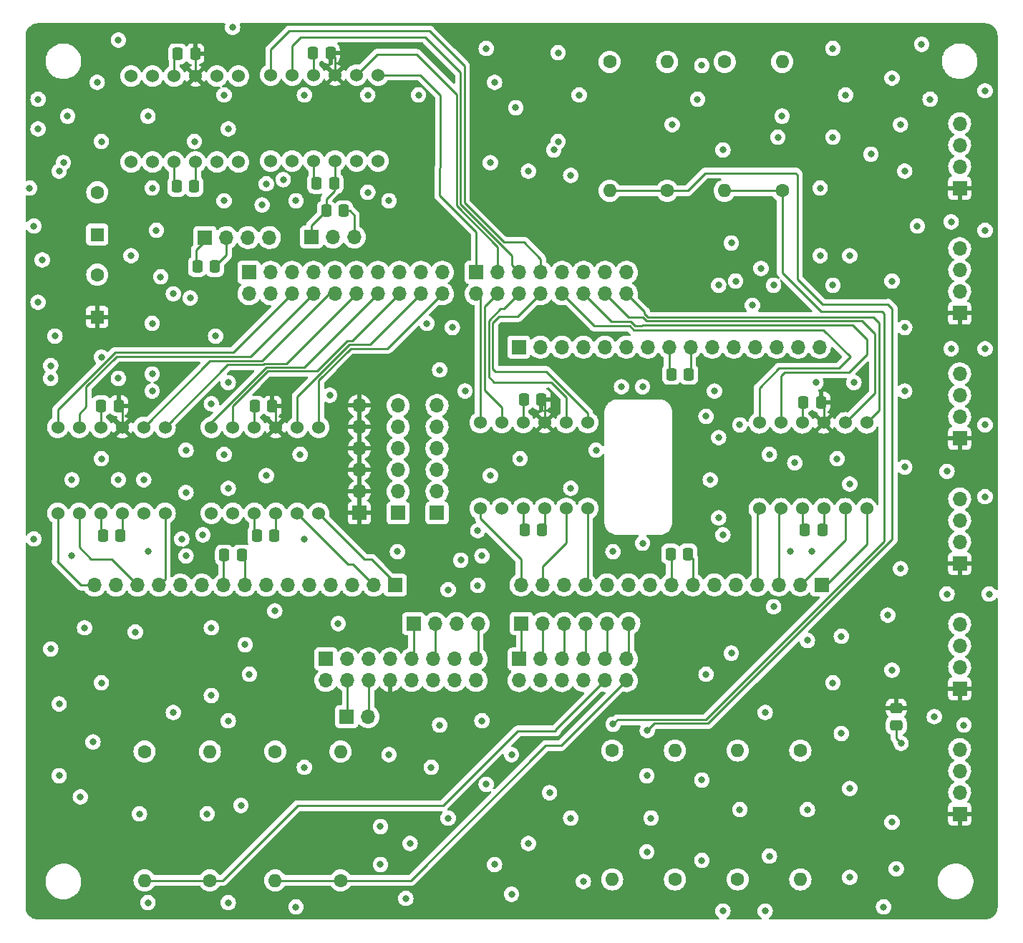
<source format=gbr>
%TF.GenerationSoftware,KiCad,Pcbnew,(6.0.10)*%
%TF.CreationDate,2022-12-29T21:48:34+01:00*%
%TF.ProjectId,Driver,44726976-6572-42e6-9b69-6361645f7063,1.0*%
%TF.SameCoordinates,Original*%
%TF.FileFunction,Copper,L1,Top*%
%TF.FilePolarity,Positive*%
%FSLAX46Y46*%
G04 Gerber Fmt 4.6, Leading zero omitted, Abs format (unit mm)*
G04 Created by KiCad (PCBNEW (6.0.10)) date 2022-12-29 21:48:34*
%MOMM*%
%LPD*%
G01*
G04 APERTURE LIST*
G04 Aperture macros list*
%AMRoundRect*
0 Rectangle with rounded corners*
0 $1 Rounding radius*
0 $2 $3 $4 $5 $6 $7 $8 $9 X,Y pos of 4 corners*
0 Add a 4 corners polygon primitive as box body*
4,1,4,$2,$3,$4,$5,$6,$7,$8,$9,$2,$3,0*
0 Add four circle primitives for the rounded corners*
1,1,$1+$1,$2,$3*
1,1,$1+$1,$4,$5*
1,1,$1+$1,$6,$7*
1,1,$1+$1,$8,$9*
0 Add four rect primitives between the rounded corners*
20,1,$1+$1,$2,$3,$4,$5,0*
20,1,$1+$1,$4,$5,$6,$7,0*
20,1,$1+$1,$6,$7,$8,$9,0*
20,1,$1+$1,$8,$9,$2,$3,0*%
G04 Aperture macros list end*
%TA.AperFunction,ComponentPad*%
%ADD10C,1.524000*%
%TD*%
%TA.AperFunction,ComponentPad*%
%ADD11R,1.700000X1.700000*%
%TD*%
%TA.AperFunction,ComponentPad*%
%ADD12O,1.700000X1.700000*%
%TD*%
%TA.AperFunction,SMDPad,CuDef*%
%ADD13RoundRect,0.250000X0.337500X0.475000X-0.337500X0.475000X-0.337500X-0.475000X0.337500X-0.475000X0*%
%TD*%
%TA.AperFunction,SMDPad,CuDef*%
%ADD14RoundRect,0.250000X-0.337500X-0.475000X0.337500X-0.475000X0.337500X0.475000X-0.337500X0.475000X0*%
%TD*%
%TA.AperFunction,ComponentPad*%
%ADD15R,1.600000X1.600000*%
%TD*%
%TA.AperFunction,ComponentPad*%
%ADD16C,1.600000*%
%TD*%
%TA.AperFunction,ComponentPad*%
%ADD17O,1.600000X1.600000*%
%TD*%
%TA.AperFunction,SMDPad,CuDef*%
%ADD18RoundRect,0.250000X-0.475000X0.337500X-0.475000X-0.337500X0.475000X-0.337500X0.475000X0.337500X0*%
%TD*%
%TA.AperFunction,ViaPad*%
%ADD19C,0.800000*%
%TD*%
%TA.AperFunction,Conductor*%
%ADD20C,0.250000*%
%TD*%
G04 APERTURE END LIST*
D10*
%TO.P,U9,1,LV1*%
%TO.N,/MML{slash}EN*%
X215500000Y-98760000D03*
%TO.P,U9,2,LV2*%
%TO.N,/MML{slash}INA*%
X212960000Y-98760000D03*
%TO.P,U9,3,3v3*%
%TO.N,+3.3V*%
X210420000Y-98760000D03*
%TO.P,U9,4,LVGND*%
%TO.N,GNDD*%
X207880000Y-98760000D03*
%TO.P,U9,5,LV3*%
%TO.N,/MML{slash}INB*%
X205340000Y-98760000D03*
%TO.P,U9,6,LV4*%
%TO.N,/MML{slash}PWM*%
X202800000Y-98760000D03*
%TO.P,U9,7,HV4*%
%TO.N,/Motor Driver Midle/Dual_VNH3SP30/1PWM*%
X202800000Y-108920000D03*
%TO.P,U9,8,HV3*%
%TO.N,/Motor Driver Midle/Dual_VNH3SP30/1INB*%
X205340000Y-108920000D03*
%TO.P,U9,9,HVGND*%
%TO.N,GNDD*%
X207880000Y-108920000D03*
%TO.P,U9,10,5V*%
%TO.N,+5V*%
X210420000Y-108920000D03*
%TO.P,U9,11,HV2*%
%TO.N,/Motor Driver Midle/Dual_VNH3SP30/1INA*%
X212960000Y-108920000D03*
%TO.P,U9,12,HV1*%
%TO.N,/Motor Driver Midle/Dual_VNH3SP30/1DIAG{slash}EN*%
X215500000Y-108920000D03*
%TD*%
D11*
%TO.P,J16,1,Pin_1*%
%TO.N,+3.3V*%
X226500000Y-145000000D03*
D12*
%TO.P,J16,2,Pin_2*%
%TO.N,/FRENC*%
X226500000Y-142460000D03*
%TO.P,J16,3,Pin_3*%
%TO.N,unconnected-(J16-Pad3)*%
X226500000Y-139920000D03*
%TO.P,J16,4,Pin_4*%
%TO.N,GNDD*%
X226500000Y-137380000D03*
%TD*%
D13*
%TO.P,C14,1*%
%TO.N,+3.3V*%
X127047500Y-96740000D03*
%TO.P,C14,2*%
%TO.N,GNDD*%
X124972500Y-96740000D03*
%TD*%
%TO.P,C1,1*%
%TO.N,+3.3V*%
X152085000Y-55030000D03*
%TO.P,C1,2*%
%TO.N,GNDD*%
X150010000Y-55030000D03*
%TD*%
D11*
%TO.P,J10,1,Pin_1*%
%TO.N,+3.3V*%
X155490000Y-109420000D03*
D12*
%TO.P,J10,2,Pin_2*%
X155490000Y-106880000D03*
%TO.P,J10,3,Pin_3*%
X155490000Y-104340000D03*
%TO.P,J10,4,Pin_4*%
X155490000Y-101800000D03*
%TO.P,J10,5,Pin_5*%
X155490000Y-99260000D03*
%TO.P,J10,6,Pin_6*%
X155490000Y-96720000D03*
%TD*%
D13*
%TO.P,C15,1*%
%TO.N,+5V*%
X127237500Y-112100000D03*
%TO.P,C15,2*%
%TO.N,GNDD*%
X125162500Y-112100000D03*
%TD*%
D10*
%TO.P,U8,1,LV1*%
%TO.N,/MFR{slash}PWM*%
X141200000Y-57760000D03*
%TO.P,U8,2,LV2*%
%TO.N,/MFR{slash}INB*%
X138660000Y-57760000D03*
%TO.P,U8,3,3v3*%
%TO.N,+3.3V*%
X136120000Y-57760000D03*
%TO.P,U8,4,LVGND*%
%TO.N,GNDD*%
X133580000Y-57760000D03*
%TO.P,U8,5,LV3*%
%TO.N,/MFR{slash}INA*%
X131040000Y-57760000D03*
%TO.P,U8,6,LV4*%
%TO.N,/MFR{slash}EN*%
X128500000Y-57760000D03*
%TO.P,U8,7,HV4*%
%TO.N,/Motor Driver Front/Dual_VNH3SP30/2DIAG{slash}EN*%
X128500000Y-67920000D03*
%TO.P,U8,8,HV3*%
%TO.N,/Motor Driver Front/Dual_VNH3SP30/2INA*%
X131040000Y-67920000D03*
%TO.P,U8,9,HVGND*%
%TO.N,GNDD*%
X133580000Y-67920000D03*
%TO.P,U8,10,5V*%
%TO.N,+5V*%
X136120000Y-67920000D03*
%TO.P,U8,11,HV2*%
%TO.N,/Motor Driver Front/Dual_VNH3SP30/2INB*%
X138660000Y-67920000D03*
%TO.P,U8,12,HV1*%
%TO.N,/Motor Driver Front/Dual_VNH3SP30/2PWM*%
X141200000Y-67920000D03*
%TD*%
D14*
%TO.P,C8,1*%
%TO.N,+5V*%
X192302500Y-114260000D03*
%TO.P,C8,2*%
%TO.N,GNDD*%
X194377500Y-114260000D03*
%TD*%
D11*
%TO.P,J20,1,Pin_1*%
%TO.N,+5V*%
X149825000Y-76790000D03*
D12*
%TO.P,J20,2,Pin_2*%
%TO.N,/HeartBeat*%
X152365000Y-76790000D03*
%TO.P,J20,3,Pin_3*%
%TO.N,GNDD*%
X154905000Y-76790000D03*
%TD*%
D13*
%TO.P,C6,1*%
%TO.N,+3.3V*%
X210107500Y-96310000D03*
%TO.P,C6,2*%
%TO.N,GNDD*%
X208032500Y-96310000D03*
%TD*%
D15*
%TO.P,C20,1*%
%TO.N,+3.3V*%
X124500000Y-86240000D03*
D16*
%TO.P,C20,2*%
%TO.N,GNDD*%
X124500000Y-81240000D03*
%TD*%
%TO.P,R7,1*%
%TO.N,/Motor Driver Midle/Dual_VNH3SP30/2CS*%
X185410000Y-137510000D03*
D17*
%TO.P,R7,2*%
%TO.N,/MMR{slash}CS*%
X185410000Y-152750000D03*
%TD*%
D11*
%TO.P,J15,1,Pin_1*%
%TO.N,+3.3V*%
X226500000Y-100600000D03*
D12*
%TO.P,J15,2,Pin_2*%
%TO.N,/RLENC*%
X226500000Y-98060000D03*
%TO.P,J15,3,Pin_3*%
%TO.N,unconnected-(J15-Pad3)*%
X226500000Y-95520000D03*
%TO.P,J15,4,Pin_4*%
%TO.N,GNDD*%
X226500000Y-92980000D03*
%TD*%
D11*
%TO.P,J21,1,Pin_1*%
%TO.N,GNDD*%
X137250000Y-76850000D03*
D12*
%TO.P,J21,2,Pin_2*%
%TO.N,+5V*%
X139790000Y-76850000D03*
%TO.P,J21,3,Pin_3*%
%TO.N,/SCL*%
X142330000Y-76850000D03*
%TO.P,J21,4,Pin_4*%
%TO.N,/SDA*%
X144870000Y-76850000D03*
%TD*%
D16*
%TO.P,R6,1*%
%TO.N,/MWL{slash}CS*%
X200243332Y-152750000D03*
D17*
%TO.P,R6,2*%
%TO.N,GNDD*%
X200243332Y-137510000D03*
%TD*%
D11*
%TO.P,J3,1,Pin_1*%
%TO.N,/Motor Driver Front/Dual_VNH3SP30/1DIAG{slash}EN*%
X174350000Y-89810000D03*
D12*
%TO.P,J3,2,Pin_2*%
%TO.N,/Motor Driver Front/Dual_VNH3SP30/1INA*%
X176890000Y-89810000D03*
%TO.P,J3,3,Pin_3*%
%TO.N,/Motor Driver Front/Dual_VNH3SP30/1INB*%
X179430000Y-89810000D03*
%TO.P,J3,4,Pin_4*%
%TO.N,/Motor Driver Front/Dual_VNH3SP30/1PWM*%
X181970000Y-89810000D03*
%TO.P,J3,5,Pin_5*%
%TO.N,/Motor Driver Front/Dual_VNH3SP30/1CS*%
X184510000Y-89810000D03*
%TO.P,J3,6,Pin_6*%
%TO.N,unconnected-(J3-Pad6)*%
X187050000Y-89810000D03*
%TO.P,J3,7,Pin_7*%
%TO.N,GNDD*%
X189590000Y-89810000D03*
%TO.P,J3,8,Pin_8*%
%TO.N,+5V*%
X192130000Y-89810000D03*
%TO.P,J3,9,Pin_9*%
%TO.N,GNDD*%
X194670000Y-89810000D03*
%TO.P,J3,10,Pin_10*%
%TO.N,unconnected-(J3-Pad10)*%
X197210000Y-89810000D03*
%TO.P,J3,11,Pin_11*%
%TO.N,/Motor Driver Front/Dual_VNH3SP30/2CS*%
X199750000Y-89810000D03*
%TO.P,J3,12,Pin_12*%
%TO.N,/Motor Driver Front/Dual_VNH3SP30/2PWM*%
X202290000Y-89810000D03*
%TO.P,J3,13,Pin_13*%
%TO.N,/Motor Driver Front/Dual_VNH3SP30/2INA*%
X204830000Y-89810000D03*
%TO.P,J3,14,Pin_14*%
%TO.N,/Motor Driver Front/Dual_VNH3SP30/2INB*%
X207370000Y-89810000D03*
%TO.P,J3,15,Pin_15*%
%TO.N,/Motor Driver Front/Dual_VNH3SP30/2DIAG{slash}EN*%
X209910000Y-89810000D03*
%TD*%
D11*
%TO.P,J19,1,Pin_1*%
%TO.N,+3.3V*%
X226500000Y-115400000D03*
D12*
%TO.P,J19,2,Pin_2*%
%TO.N,/RRENC*%
X226500000Y-112860000D03*
%TO.P,J19,3,Pin_3*%
%TO.N,unconnected-(J19-Pad3)*%
X226500000Y-110320000D03*
%TO.P,J19,4,Pin_4*%
%TO.N,GNDD*%
X226500000Y-107780000D03*
%TD*%
D11*
%TO.P,J18,1,Pin_1*%
%TO.N,+3.3V*%
X226500000Y-130200000D03*
D12*
%TO.P,J18,2,Pin_2*%
%TO.N,/MRENC*%
X226500000Y-127660000D03*
%TO.P,J18,3,Pin_3*%
%TO.N,unconnected-(J18-Pad3)*%
X226500000Y-125120000D03*
%TO.P,J18,4,Pin_4*%
%TO.N,GNDD*%
X226500000Y-122580000D03*
%TD*%
D14*
%TO.P,C17,1*%
%TO.N,+5V*%
X151572500Y-73690000D03*
%TO.P,C17,2*%
%TO.N,GNDD*%
X153647500Y-73690000D03*
%TD*%
D16*
%TO.P,R2,1*%
%TO.N,/MFL{slash}CS*%
X191901110Y-71320000D03*
D17*
%TO.P,R2,2*%
%TO.N,GNDD*%
X191901110Y-56080000D03*
%TD*%
D16*
%TO.P,R9,1*%
%TO.N,/Motor Driver Rear/Dual_VNH3SP30/1CS*%
X145553332Y-137630000D03*
D17*
%TO.P,R9,2*%
%TO.N,/MRL{slash}CS*%
X145553332Y-152870000D03*
%TD*%
D16*
%TO.P,R4,1*%
%TO.N,/MFR{slash}CS*%
X205510000Y-71320000D03*
D17*
%TO.P,R4,2*%
%TO.N,GNDD*%
X205510000Y-56080000D03*
%TD*%
D16*
%TO.P,R1,1*%
%TO.N,/Motor Driver Front/Dual_VNH3SP30/1CS*%
X185096666Y-56080000D03*
D17*
%TO.P,R1,2*%
%TO.N,/MFL{slash}CS*%
X185096666Y-71320000D03*
%TD*%
D13*
%TO.P,C13,1*%
%TO.N,+5V*%
X141615000Y-114390000D03*
%TO.P,C13,2*%
%TO.N,GNDD*%
X139540000Y-114390000D03*
%TD*%
%TO.P,C2,1*%
%TO.N,+5V*%
X152517500Y-70440000D03*
%TO.P,C2,2*%
%TO.N,GNDD*%
X150442500Y-70440000D03*
%TD*%
D11*
%TO.P,J14,1,Pin_1*%
%TO.N,+3.3V*%
X226500000Y-85800000D03*
D12*
%TO.P,J14,2,Pin_2*%
%TO.N,/MLENC*%
X226500000Y-83260000D03*
%TO.P,J14,3,Pin_3*%
%TO.N,unconnected-(J14-Pad3)*%
X226500000Y-80720000D03*
%TO.P,J14,4,Pin_4*%
%TO.N,GNDD*%
X226500000Y-78180000D03*
%TD*%
D13*
%TO.P,C11,1*%
%TO.N,+3.3V*%
X145217500Y-96780000D03*
%TO.P,C11,2*%
%TO.N,GNDD*%
X143142500Y-96780000D03*
%TD*%
D10*
%TO.P,U11,1,LV1*%
%TO.N,/MRL{slash}EN*%
X150695000Y-99300000D03*
%TO.P,U11,2,LV2*%
%TO.N,/MRL{slash}INA*%
X148155000Y-99300000D03*
%TO.P,U11,3,3v3*%
%TO.N,+3.3V*%
X145615000Y-99300000D03*
%TO.P,U11,4,LVGND*%
%TO.N,GNDD*%
X143075000Y-99300000D03*
%TO.P,U11,5,LV3*%
%TO.N,/MRL{slash}INB*%
X140535000Y-99300000D03*
%TO.P,U11,6,LV4*%
%TO.N,/MRL{slash}PWM*%
X137995000Y-99300000D03*
%TO.P,U11,7,HV4*%
%TO.N,/Motor Driver Rear/Dual_VNH3SP30/1PWM*%
X137995000Y-109460000D03*
%TO.P,U11,8,HV3*%
%TO.N,/Motor Driver Rear/Dual_VNH3SP30/1INB*%
X140535000Y-109460000D03*
%TO.P,U11,9,HVGND*%
%TO.N,GNDD*%
X143075000Y-109460000D03*
%TO.P,U11,10,5V*%
%TO.N,+5V*%
X145615000Y-109460000D03*
%TO.P,U11,11,HV2*%
%TO.N,/Motor Driver Rear/Dual_VNH3SP30/1INA*%
X148155000Y-109460000D03*
%TO.P,U11,12,HV1*%
%TO.N,/Motor Driver Rear/Dual_VNH3SP30/1DIAG{slash}EN*%
X150695000Y-109460000D03*
%TD*%
D15*
%TO.P,C19,1*%
%TO.N,+5V*%
X124500000Y-76500000D03*
D16*
%TO.P,C19,2*%
%TO.N,GNDD*%
X124500000Y-71500000D03*
%TD*%
D11*
%TO.P,J17,1,Pin_1*%
%TO.N,/Motor Driver Rear/Dual_VNH3SP30/1DIAG{slash}EN*%
X159760000Y-117950000D03*
D12*
%TO.P,J17,2,Pin_2*%
%TO.N,/Motor Driver Rear/Dual_VNH3SP30/1INA*%
X157220000Y-117950000D03*
%TO.P,J17,3,Pin_3*%
%TO.N,/Motor Driver Rear/Dual_VNH3SP30/1INB*%
X154680000Y-117950000D03*
%TO.P,J17,4,Pin_4*%
%TO.N,/Motor Driver Rear/Dual_VNH3SP30/1PWM*%
X152140000Y-117950000D03*
%TO.P,J17,5,Pin_5*%
%TO.N,/Motor Driver Rear/Dual_VNH3SP30/1CS*%
X149600000Y-117950000D03*
%TO.P,J17,6,Pin_6*%
%TO.N,unconnected-(J17-Pad6)*%
X147060000Y-117950000D03*
%TO.P,J17,7,Pin_7*%
%TO.N,GNDD*%
X144520000Y-117950000D03*
%TO.P,J17,8,Pin_8*%
%TO.N,+5V*%
X141980000Y-117950000D03*
%TO.P,J17,9,Pin_9*%
%TO.N,GNDD*%
X139440000Y-117950000D03*
%TO.P,J17,10,Pin_10*%
%TO.N,unconnected-(J17-Pad10)*%
X136900000Y-117950000D03*
%TO.P,J17,11,Pin_11*%
%TO.N,/Motor Driver Rear/Dual_VNH3SP30/2CS*%
X134360000Y-117950000D03*
%TO.P,J17,12,Pin_12*%
%TO.N,/Motor Driver Rear/Dual_VNH3SP30/2PWM*%
X131820000Y-117950000D03*
%TO.P,J17,13,Pin_13*%
%TO.N,/Motor Driver Rear/Dual_VNH3SP30/2INA*%
X129280000Y-117950000D03*
%TO.P,J17,14,Pin_14*%
%TO.N,/Motor Driver Rear/Dual_VNH3SP30/2INB*%
X126740000Y-117950000D03*
%TO.P,J17,15,Pin_15*%
%TO.N,/Motor Driver Rear/Dual_VNH3SP30/2DIAG{slash}EN*%
X124200000Y-117950000D03*
%TD*%
D14*
%TO.P,C3,1*%
%TO.N,+5V*%
X192412500Y-93040000D03*
%TO.P,C3,2*%
%TO.N,GNDD*%
X194487500Y-93040000D03*
%TD*%
D11*
%TO.P,J8,1,Pin_1*%
%TO.N,/Arty Z7/v_p*%
X161920000Y-122500000D03*
D12*
%TO.P,J8,2,Pin_2*%
%TO.N,/Arty Z7/v_n*%
X164460000Y-122500000D03*
%TO.P,J8,3,Pin_3*%
%TO.N,GNDD*%
X167000000Y-122500000D03*
%TO.P,J8,4,Pin_4*%
%TO.N,/Arty Z7/XVREF*%
X169540000Y-122500000D03*
%TD*%
D13*
%TO.P,C18,1*%
%TO.N,+5V*%
X138407500Y-80300000D03*
%TO.P,C18,2*%
%TO.N,GNDD*%
X136332500Y-80300000D03*
%TD*%
%TO.P,C4,1*%
%TO.N,+3.3V*%
X136077500Y-55130000D03*
%TO.P,C4,2*%
%TO.N,GNDD*%
X134002500Y-55130000D03*
%TD*%
D11*
%TO.P,J5,1,Pin_1*%
%TO.N,Net-(J2-Pad1)*%
X174675000Y-122475000D03*
D12*
%TO.P,J5,2,Pin_2*%
%TO.N,Net-(J2-Pad3)*%
X177215000Y-122475000D03*
%TO.P,J5,3,Pin_3*%
%TO.N,Net-(J2-Pad5)*%
X179755000Y-122475000D03*
%TO.P,J5,4,Pin_4*%
%TO.N,Net-(J2-Pad7)*%
X182295000Y-122475000D03*
%TO.P,J5,5,Pin_5*%
%TO.N,Net-(J2-Pad9)*%
X184835000Y-122475000D03*
%TO.P,J5,6,Pin_6*%
%TO.N,Net-(J2-Pad11)*%
X187375000Y-122475000D03*
%TD*%
D16*
%TO.P,R12,1*%
%TO.N,/MRR{slash}CS*%
X137826666Y-152870000D03*
D17*
%TO.P,R12,2*%
%TO.N,GNDD*%
X137826666Y-137630000D03*
%TD*%
D11*
%TO.P,J12,1,Pin_1*%
%TO.N,/Motor Driver Midle/Dual_VNH3SP30/1DIAG{slash}EN*%
X210175000Y-117920000D03*
D12*
%TO.P,J12,2,Pin_2*%
%TO.N,/Motor Driver Midle/Dual_VNH3SP30/1INA*%
X207635000Y-117920000D03*
%TO.P,J12,3,Pin_3*%
%TO.N,/Motor Driver Midle/Dual_VNH3SP30/1INB*%
X205095000Y-117920000D03*
%TO.P,J12,4,Pin_4*%
%TO.N,/Motor Driver Midle/Dual_VNH3SP30/1PWM*%
X202555000Y-117920000D03*
%TO.P,J12,5,Pin_5*%
%TO.N,/Motor Driver Midle/Dual_VNH3SP30/1CS*%
X200015000Y-117920000D03*
%TO.P,J12,6,Pin_6*%
%TO.N,unconnected-(J12-Pad6)*%
X197475000Y-117920000D03*
%TO.P,J12,7,Pin_7*%
%TO.N,GNDD*%
X194935000Y-117920000D03*
%TO.P,J12,8,Pin_8*%
%TO.N,+5V*%
X192395000Y-117920000D03*
%TO.P,J12,9,Pin_9*%
%TO.N,GNDD*%
X189855000Y-117920000D03*
%TO.P,J12,10,Pin_10*%
%TO.N,unconnected-(J12-Pad10)*%
X187315000Y-117920000D03*
%TO.P,J12,11,Pin_11*%
%TO.N,/Motor Driver Midle/Dual_VNH3SP30/2CS*%
X184775000Y-117920000D03*
%TO.P,J12,12,Pin_12*%
%TO.N,/Motor Driver Midle/Dual_VNH3SP30/2PWM*%
X182235000Y-117920000D03*
%TO.P,J12,13,Pin_13*%
%TO.N,/Motor Driver Midle/Dual_VNH3SP30/2INA*%
X179695000Y-117920000D03*
%TO.P,J12,14,Pin_14*%
%TO.N,/Motor Driver Midle/Dual_VNH3SP30/2INB*%
X177155000Y-117920000D03*
%TO.P,J12,15,Pin_15*%
%TO.N,/Motor Driver Midle/Dual_VNH3SP30/2DIAG{slash}EN*%
X174615000Y-117920000D03*
%TD*%
D13*
%TO.P,C12,1*%
%TO.N,+5V*%
X145437500Y-112120000D03*
%TO.P,C12,2*%
%TO.N,GNDD*%
X143362500Y-112120000D03*
%TD*%
D10*
%TO.P,U10,1,LV1*%
%TO.N,/MMR{slash}PWM*%
X182510000Y-98730000D03*
%TO.P,U10,2,LV2*%
%TO.N,/MMR{slash}INB*%
X179970000Y-98730000D03*
%TO.P,U10,3,3v3*%
%TO.N,+3.3V*%
X177430000Y-98730000D03*
%TO.P,U10,4,LVGND*%
%TO.N,GNDD*%
X174890000Y-98730000D03*
%TO.P,U10,5,LV3*%
%TO.N,/MMR{slash}INA*%
X172350000Y-98730000D03*
%TO.P,U10,6,LV4*%
%TO.N,/MMR{slash}EN*%
X169810000Y-98730000D03*
%TO.P,U10,7,HV4*%
%TO.N,/Motor Driver Midle/Dual_VNH3SP30/2DIAG{slash}EN*%
X169810000Y-108890000D03*
%TO.P,U10,8,HV3*%
%TO.N,/Motor Driver Midle/Dual_VNH3SP30/2INA*%
X172350000Y-108890000D03*
%TO.P,U10,9,HVGND*%
%TO.N,GNDD*%
X174890000Y-108890000D03*
%TO.P,U10,10,5V*%
%TO.N,+5V*%
X177430000Y-108890000D03*
%TO.P,U10,11,HV2*%
%TO.N,/Motor Driver Midle/Dual_VNH3SP30/2INB*%
X179970000Y-108890000D03*
%TO.P,U10,12,HV1*%
%TO.N,/Motor Driver Midle/Dual_VNH3SP30/2PWM*%
X182510000Y-108890000D03*
%TD*%
D13*
%TO.P,C9,1*%
%TO.N,+3.3V*%
X177047500Y-96020000D03*
%TO.P,C9,2*%
%TO.N,GNDD*%
X174972500Y-96020000D03*
%TD*%
D10*
%TO.P,U7,1,LV1*%
%TO.N,/MFL{slash}EN*%
X157710000Y-57630000D03*
%TO.P,U7,2,LV2*%
%TO.N,/MFL{slash}INA*%
X155170000Y-57630000D03*
%TO.P,U7,3,3v3*%
%TO.N,+3.3V*%
X152630000Y-57630000D03*
%TO.P,U7,4,LVGND*%
%TO.N,GNDD*%
X150090000Y-57630000D03*
%TO.P,U7,5,LV3*%
%TO.N,/MFL{slash}INB*%
X147550000Y-57630000D03*
%TO.P,U7,6,LV4*%
%TO.N,/MFL{slash}PWM*%
X145010000Y-57630000D03*
%TO.P,U7,7,HV4*%
%TO.N,/Motor Driver Front/Dual_VNH3SP30/1PWM*%
X145010000Y-67790000D03*
%TO.P,U7,8,HV3*%
%TO.N,/Motor Driver Front/Dual_VNH3SP30/1INB*%
X147550000Y-67790000D03*
%TO.P,U7,9,HVGND*%
%TO.N,GNDD*%
X150090000Y-67790000D03*
%TO.P,U7,10,5V*%
%TO.N,+5V*%
X152630000Y-67790000D03*
%TO.P,U7,11,HV2*%
%TO.N,/Motor Driver Front/Dual_VNH3SP30/1INA*%
X155170000Y-67790000D03*
%TO.P,U7,12,HV1*%
%TO.N,/Motor Driver Front/Dual_VNH3SP30/1DIAG{slash}EN*%
X157710000Y-67790000D03*
%TD*%
D11*
%TO.P,J9,1,Pin_1*%
%TO.N,+5V*%
X164690000Y-109420000D03*
D12*
%TO.P,J9,2,Pin_2*%
X164690000Y-106880000D03*
%TO.P,J9,3,Pin_3*%
X164690000Y-104340000D03*
%TO.P,J9,4,Pin_4*%
X164690000Y-101800000D03*
%TO.P,J9,5,Pin_5*%
X164690000Y-99260000D03*
%TO.P,J9,6,Pin_6*%
X164690000Y-96720000D03*
%TD*%
D16*
%TO.P,R5,1*%
%TO.N,/Motor Driver Midle/Dual_VNH3SP30/1CS*%
X207660000Y-137510000D03*
D17*
%TO.P,R5,2*%
%TO.N,/MWL{slash}CS*%
X207660000Y-152750000D03*
%TD*%
D16*
%TO.P,R10,1*%
%TO.N,/MRL{slash}CS*%
X153280000Y-152870000D03*
D17*
%TO.P,R10,2*%
%TO.N,GNDD*%
X153280000Y-137630000D03*
%TD*%
D13*
%TO.P,C7,1*%
%TO.N,+5V*%
X210247500Y-111450000D03*
%TO.P,C7,2*%
%TO.N,GNDD*%
X208172500Y-111450000D03*
%TD*%
D11*
%TO.P,J11,1,Pin_1*%
%TO.N,GNDD*%
X160090000Y-109420000D03*
D12*
%TO.P,J11,2,Pin_2*%
X160090000Y-106880000D03*
%TO.P,J11,3,Pin_3*%
X160090000Y-104340000D03*
%TO.P,J11,4,Pin_4*%
X160090000Y-101800000D03*
%TO.P,J11,5,Pin_5*%
X160090000Y-99260000D03*
%TO.P,J11,6,Pin_6*%
X160090000Y-96720000D03*
%TD*%
D18*
%TO.P,C16,1*%
%TO.N,+3.3V*%
X219000000Y-132462500D03*
%TO.P,C16,2*%
%TO.N,GNDD*%
X219000000Y-134537500D03*
%TD*%
D13*
%TO.P,C10,1*%
%TO.N,+5V*%
X177127500Y-111450000D03*
%TO.P,C10,2*%
%TO.N,GNDD*%
X175052500Y-111450000D03*
%TD*%
D16*
%TO.P,R11,1*%
%TO.N,/Motor Driver Rear/Dual_VNH3SP30/2CS*%
X130100000Y-137630000D03*
D17*
%TO.P,R11,2*%
%TO.N,/MRR{slash}CS*%
X130100000Y-152870000D03*
%TD*%
D11*
%TO.P,J13,1,Pin_1*%
%TO.N,+3.3V*%
X226500000Y-71000000D03*
D12*
%TO.P,J13,2,Pin_2*%
%TO.N,/FLENC*%
X226500000Y-68460000D03*
%TO.P,J13,3,Pin_3*%
%TO.N,unconnected-(J13-Pad3)*%
X226500000Y-65920000D03*
%TO.P,J13,4,Pin_4*%
%TO.N,GNDD*%
X226500000Y-63380000D03*
%TD*%
D13*
%TO.P,C5,1*%
%TO.N,+5V*%
X135975000Y-70790000D03*
%TO.P,C5,2*%
%TO.N,GNDD*%
X133900000Y-70790000D03*
%TD*%
D10*
%TO.P,U12,1,LV1*%
%TO.N,/MRR{slash}PWM*%
X132530000Y-99300000D03*
%TO.P,U12,2,LV2*%
%TO.N,/MRR{slash}INB*%
X129990000Y-99300000D03*
%TO.P,U12,3,3v3*%
%TO.N,+3.3V*%
X127450000Y-99300000D03*
%TO.P,U12,4,LVGND*%
%TO.N,GNDD*%
X124910000Y-99300000D03*
%TO.P,U12,5,LV3*%
%TO.N,/MR{slash}INA*%
X122370000Y-99300000D03*
%TO.P,U12,6,LV4*%
%TO.N,/MRR{slash}EN*%
X119830000Y-99300000D03*
%TO.P,U12,7,HV4*%
%TO.N,/Motor Driver Rear/Dual_VNH3SP30/2DIAG{slash}EN*%
X119830000Y-109460000D03*
%TO.P,U12,8,HV3*%
%TO.N,/Motor Driver Rear/Dual_VNH3SP30/2INA*%
X122370000Y-109460000D03*
%TO.P,U12,9,HVGND*%
%TO.N,GNDD*%
X124910000Y-109460000D03*
%TO.P,U12,10,5V*%
%TO.N,+5V*%
X127450000Y-109460000D03*
%TO.P,U12,11,HV2*%
%TO.N,/Motor Driver Rear/Dual_VNH3SP30/2INB*%
X129990000Y-109460000D03*
%TO.P,U12,12,HV1*%
%TO.N,/Motor Driver Rear/Dual_VNH3SP30/2PWM*%
X132530000Y-109460000D03*
%TD*%
D16*
%TO.P,R8,1*%
%TO.N,/MMR{slash}CS*%
X192826666Y-152750000D03*
D17*
%TO.P,R8,2*%
%TO.N,GNDD*%
X192826666Y-137510000D03*
%TD*%
D16*
%TO.P,R3,1*%
%TO.N,/Motor Driver Front/Dual_VNH3SP30/2CS*%
X198705554Y-56080000D03*
D17*
%TO.P,R3,2*%
%TO.N,/MFR{slash}CS*%
X198705554Y-71320000D03*
%TD*%
D11*
%TO.P,J1,1,Pin_1*%
%TO.N,/Arty Z7/IOREF*%
X154000000Y-133500000D03*
D12*
%TO.P,J1,2,Pin_2*%
%TO.N,/Arty Z7/RST*%
X156540000Y-133500000D03*
%TD*%
D11*
%TO.P,J6,1,Pin_1*%
%TO.N,/SCL*%
X142450000Y-80960000D03*
D12*
%TO.P,J6,2,Pin_2*%
%TO.N,unconnected-(J6-Pad2)*%
X142450000Y-83500000D03*
%TO.P,J6,3,Pin_3*%
%TO.N,/SDA*%
X144990000Y-80960000D03*
%TO.P,J6,4,Pin_4*%
%TO.N,unconnected-(J6-Pad4)*%
X144990000Y-83500000D03*
%TO.P,J6,5,Pin_5*%
%TO.N,/HeartBeat*%
X147530000Y-80960000D03*
%TO.P,J6,6,Pin_6*%
%TO.N,/MRR{slash}EN*%
X147530000Y-83500000D03*
%TO.P,J6,7,Pin_7*%
%TO.N,GNDD*%
X150070000Y-80960000D03*
%TO.P,J6,8,Pin_8*%
%TO.N,/MR{slash}INA*%
X150070000Y-83500000D03*
%TO.P,J6,9,Pin_9*%
%TO.N,/FLENC*%
X152610000Y-80960000D03*
%TO.P,J6,10,Pin_10*%
%TO.N,/MRR{slash}INB*%
X152610000Y-83500000D03*
%TO.P,J6,11,Pin_11*%
%TO.N,/MLENC*%
X155150000Y-80960000D03*
%TO.P,J6,12,Pin_12*%
%TO.N,/MRR{slash}PWM*%
X155150000Y-83500000D03*
%TO.P,J6,13,Pin_13*%
%TO.N,/RLENC*%
X157690000Y-80960000D03*
%TO.P,J6,14,Pin_14*%
%TO.N,/MRL{slash}PWM*%
X157690000Y-83500000D03*
%TO.P,J6,15,Pin_15*%
%TO.N,/RRENC*%
X160230000Y-80960000D03*
%TO.P,J6,16,Pin_16*%
%TO.N,/MRL{slash}INB*%
X160230000Y-83500000D03*
%TO.P,J6,17,Pin_17*%
%TO.N,/MRENC*%
X162770000Y-80960000D03*
%TO.P,J6,18,Pin_18*%
%TO.N,/MRL{slash}INA*%
X162770000Y-83500000D03*
%TO.P,J6,19,Pin_19*%
%TO.N,/FRENC*%
X165310000Y-80960000D03*
%TO.P,J6,20,Pin_20*%
%TO.N,/MRL{slash}EN*%
X165310000Y-83500000D03*
%TD*%
D11*
%TO.P,J4,1,Pin_1*%
%TO.N,unconnected-(J4-Pad1)*%
X151540000Y-126680000D03*
D12*
%TO.P,J4,2,Pin_2*%
%TO.N,unconnected-(J4-Pad2)*%
X151540000Y-129220000D03*
%TO.P,J4,3,Pin_3*%
%TO.N,unconnected-(J4-Pad3)*%
X154080000Y-126680000D03*
%TO.P,J4,4,Pin_4*%
%TO.N,/Arty Z7/IOREF*%
X154080000Y-129220000D03*
%TO.P,J4,5,Pin_5*%
%TO.N,unconnected-(J4-Pad5)*%
X156620000Y-126680000D03*
%TO.P,J4,6,Pin_6*%
%TO.N,/Arty Z7/RST*%
X156620000Y-129220000D03*
%TO.P,J4,7,Pin_7*%
%TO.N,unconnected-(J4-Pad7)*%
X159160000Y-126680000D03*
%TO.P,J4,8,Pin_8*%
%TO.N,+3.3V*%
X159160000Y-129220000D03*
%TO.P,J4,9,Pin_9*%
%TO.N,/Arty Z7/v_p*%
X161700000Y-126680000D03*
%TO.P,J4,10,Pin_10*%
%TO.N,+5V*%
X161700000Y-129220000D03*
%TO.P,J4,11,Pin_11*%
%TO.N,/Arty Z7/v_n*%
X164240000Y-126680000D03*
%TO.P,J4,12,Pin_12*%
%TO.N,GNDD*%
X164240000Y-129220000D03*
%TO.P,J4,13,Pin_13*%
X166780000Y-126680000D03*
%TO.P,J4,14,Pin_14*%
X166780000Y-129220000D03*
%TO.P,J4,15,Pin_15*%
%TO.N,/Arty Z7/XVREF*%
X169320000Y-126680000D03*
%TO.P,J4,16,Pin_16*%
%TO.N,unconnected-(J4-Pad16)*%
X169320000Y-129220000D03*
%TD*%
D11*
%TO.P,J2,1,Pin_1*%
%TO.N,Net-(J2-Pad1)*%
X174400000Y-126700000D03*
D12*
%TO.P,J2,2,Pin_2*%
%TO.N,/MFL{slash}CS*%
X174400000Y-129240000D03*
%TO.P,J2,3,Pin_3*%
%TO.N,Net-(J2-Pad3)*%
X176940000Y-126700000D03*
%TO.P,J2,4,Pin_4*%
%TO.N,/MFR{slash}CS*%
X176940000Y-129240000D03*
%TO.P,J2,5,Pin_5*%
%TO.N,Net-(J2-Pad5)*%
X179480000Y-126700000D03*
%TO.P,J2,6,Pin_6*%
%TO.N,/MMR{slash}CS*%
X179480000Y-129240000D03*
%TO.P,J2,7,Pin_7*%
%TO.N,Net-(J2-Pad7)*%
X182020000Y-126700000D03*
%TO.P,J2,8,Pin_8*%
%TO.N,/MWL{slash}CS*%
X182020000Y-129240000D03*
%TO.P,J2,9,Pin_9*%
%TO.N,Net-(J2-Pad9)*%
X184560000Y-126700000D03*
%TO.P,J2,10,Pin_10*%
%TO.N,/MRR{slash}CS*%
X184560000Y-129240000D03*
%TO.P,J2,11,Pin_11*%
%TO.N,Net-(J2-Pad11)*%
X187100000Y-126700000D03*
%TO.P,J2,12,Pin_12*%
%TO.N,/MRL{slash}CS*%
X187100000Y-129240000D03*
%TD*%
D11*
%TO.P,J7,1,Pin_1*%
%TO.N,/MFL{slash}EN*%
X169320000Y-80960000D03*
D12*
%TO.P,J7,2,Pin_2*%
%TO.N,/MMR{slash}EN*%
X169320000Y-83500000D03*
%TO.P,J7,3,Pin_3*%
%TO.N,/MFL{slash}INA*%
X171860000Y-80960000D03*
%TO.P,J7,4,Pin_4*%
%TO.N,/MMR{slash}INA*%
X171860000Y-83500000D03*
%TO.P,J7,5,Pin_5*%
%TO.N,/MFL{slash}INB*%
X174400000Y-80960000D03*
%TO.P,J7,6,Pin_6*%
%TO.N,/MMR{slash}INB*%
X174400000Y-83500000D03*
%TO.P,J7,7,Pin_7*%
%TO.N,/MFL{slash}PWM*%
X176940000Y-80960000D03*
%TO.P,J7,8,Pin_8*%
%TO.N,/MMR{slash}PWM*%
X176940000Y-83500000D03*
%TO.P,J7,9,Pin_9*%
%TO.N,/MFR{slash}PWM*%
X179480000Y-80960000D03*
%TO.P,J7,10,Pin_10*%
%TO.N,/MML{slash}PWM*%
X179480000Y-83500000D03*
%TO.P,J7,11,Pin_11*%
%TO.N,/MFR{slash}INB*%
X182020000Y-80960000D03*
%TO.P,J7,12,Pin_12*%
%TO.N,/MML{slash}INB*%
X182020000Y-83500000D03*
%TO.P,J7,13,Pin_13*%
%TO.N,/MFR{slash}INA*%
X184560000Y-80960000D03*
%TO.P,J7,14,Pin_14*%
%TO.N,/MML{slash}INA*%
X184560000Y-83500000D03*
%TO.P,J7,15,Pin_15*%
%TO.N,/MFR{slash}EN*%
X187100000Y-80960000D03*
%TO.P,J7,16,Pin_16*%
%TO.N,/MML{slash}EN*%
X187100000Y-83500000D03*
%TD*%
D19*
%TO.N,GNDD*%
X180500000Y-145500000D03*
X136000000Y-65500000D03*
X210000000Y-79000000D03*
X229500000Y-90000000D03*
X121500000Y-105500000D03*
X189500000Y-149500000D03*
X203500000Y-156500000D03*
X183500000Y-102000000D03*
X137000000Y-112000000D03*
X219000000Y-151500000D03*
X120000000Y-140500000D03*
X170500000Y-54500000D03*
X186500000Y-94500000D03*
X129500000Y-145000000D03*
X144500000Y-105000000D03*
X219570000Y-136650000D03*
X205500000Y-62500000D03*
X182000000Y-153000000D03*
X140000000Y-134000000D03*
X117500000Y-60500000D03*
X212500000Y-124000000D03*
X167500000Y-115000000D03*
X212000000Y-103000000D03*
X119000000Y-92000000D03*
X135000000Y-102000000D03*
X129000000Y-123500000D03*
X225000000Y-119000000D03*
X205000000Y-65000000D03*
X223500000Y-133500000D03*
X117500000Y-64000000D03*
X165000000Y-134500000D03*
X148000000Y-72500000D03*
X223000000Y-60500000D03*
X209000000Y-114000000D03*
X175500000Y-148500000D03*
X139500000Y-72500000D03*
X210000000Y-71000000D03*
X149000000Y-139500000D03*
X180500000Y-69500000D03*
X120500000Y-68000000D03*
X199500000Y-126000000D03*
X204000000Y-150000000D03*
X131500000Y-76000000D03*
X166500000Y-87500000D03*
X138000000Y-96500000D03*
X146500000Y-70000000D03*
X220000000Y-69000000D03*
X221500000Y-75500000D03*
X162500000Y-60000000D03*
X198500000Y-66500000D03*
X117500000Y-84500000D03*
X119000000Y-125500000D03*
X142000000Y-125000000D03*
X220000000Y-87500000D03*
X170500000Y-141500000D03*
X127000000Y-53500000D03*
X219500000Y-63500000D03*
X185500000Y-114000000D03*
X225500000Y-75000000D03*
X209500000Y-94000000D03*
X204500000Y-82500000D03*
X213500000Y-79000000D03*
X189000000Y-94500000D03*
X137500000Y-145000000D03*
X211500000Y-54500000D03*
X211500000Y-65000000D03*
X171500000Y-58500000D03*
X198000000Y-110000000D03*
X140000000Y-94000000D03*
X118000000Y-79500000D03*
X225000000Y-104500000D03*
X198000000Y-100500000D03*
X178000000Y-142500000D03*
X207000000Y-103500000D03*
X159000000Y-72500000D03*
X133500000Y-83500000D03*
X218500000Y-128000000D03*
X161000000Y-155000000D03*
X144500000Y-70500000D03*
X204500000Y-120500000D03*
X138000000Y-123000000D03*
X220000000Y-95000000D03*
X130500000Y-62500000D03*
X218500000Y-82000000D03*
X198500000Y-112000000D03*
X125000000Y-129500000D03*
X173500000Y-154500000D03*
X189000000Y-113000000D03*
X180500000Y-106500000D03*
X119500000Y-88500000D03*
X196000000Y-150500000D03*
X200500000Y-144500000D03*
X227000000Y-134500000D03*
X168000000Y-95000000D03*
X181500000Y-60000000D03*
X203000000Y-80500000D03*
X127000000Y-105500000D03*
X140000000Y-155500000D03*
X127000000Y-93500000D03*
X173500000Y-138000000D03*
X158000000Y-146500000D03*
X131000000Y-93000000D03*
X169500000Y-111500000D03*
X131000000Y-71000000D03*
X119000000Y-93500000D03*
X204000000Y-102500000D03*
X153000000Y-122500000D03*
X125000000Y-65500000D03*
X218500000Y-146000000D03*
X174000000Y-61500000D03*
X139500000Y-60000000D03*
X208500000Y-144500000D03*
X220000000Y-104000000D03*
X164000000Y-139500000D03*
X206500000Y-114000000D03*
X135000000Y-114500000D03*
X196500000Y-128500000D03*
X123000000Y-123000000D03*
X170000000Y-134000000D03*
X229500000Y-107500000D03*
X140000000Y-64000000D03*
X131000000Y-87000000D03*
X156500000Y-71500000D03*
X138000000Y-131000000D03*
X229500000Y-99000000D03*
X214000000Y-94000000D03*
X230000000Y-119000000D03*
X135000000Y-107000000D03*
X141500000Y-144000000D03*
X138500000Y-88500000D03*
X211500000Y-82500000D03*
X170000000Y-114500000D03*
X149000000Y-112500000D03*
X148000000Y-156000000D03*
X213500000Y-152500000D03*
X190000000Y-145500000D03*
X219500000Y-116000000D03*
X117000000Y-112500000D03*
X116500000Y-71000000D03*
X117000000Y-75500000D03*
X124000000Y-136500000D03*
X165000000Y-92500000D03*
X140000000Y-106500000D03*
X208500000Y-124500000D03*
X212500000Y-135500000D03*
X156500000Y-60000000D03*
X145500000Y-121000000D03*
X216000000Y-67000000D03*
X197500000Y-95000000D03*
X139500000Y-102500000D03*
X132000000Y-81500000D03*
X130000000Y-105500000D03*
X135500000Y-84000000D03*
X213500000Y-142000000D03*
X128500000Y-79000000D03*
X144000000Y-73000000D03*
X163500000Y-87000000D03*
X179000000Y-65500000D03*
X133500000Y-133000000D03*
X130500000Y-155500000D03*
X160000000Y-114000000D03*
X121000000Y-62500000D03*
X222000000Y-54000000D03*
X169500000Y-118000000D03*
X197000000Y-105500000D03*
X225500000Y-90000000D03*
X161500000Y-148500000D03*
X122500000Y-143000000D03*
X218000000Y-121500000D03*
X175500000Y-69000000D03*
X120000000Y-69000000D03*
X158000000Y-151000000D03*
X195500000Y-60500000D03*
X152000000Y-95500000D03*
X149000000Y-60000000D03*
X120000000Y-132000000D03*
X121500000Y-114500000D03*
X199500000Y-77500000D03*
X148500000Y-102500000D03*
X124500000Y-58500000D03*
X142500000Y-128500000D03*
X130500000Y-114000000D03*
X211500000Y-129500000D03*
X196000000Y-56500000D03*
X229500000Y-59500000D03*
X171000000Y-68000000D03*
X166000000Y-145500000D03*
X218500000Y-58000000D03*
X196500000Y-98000000D03*
X131000000Y-95000000D03*
X203500000Y-133000000D03*
X125000000Y-91000000D03*
X198500000Y-156500000D03*
X213500000Y-106000000D03*
X171000000Y-105000000D03*
X159000000Y-138000000D03*
X213000000Y-60000000D03*
X171500000Y-151000000D03*
X229500000Y-76000000D03*
X196000000Y-141000000D03*
X166000000Y-118500000D03*
X179000000Y-55000000D03*
X217500000Y-156000000D03*
X174500000Y-103000000D03*
X192500000Y-63500000D03*
X125000000Y-103000000D03*
X200500000Y-99000000D03*
X178500000Y-66500000D03*
X134500000Y-112500000D03*
X189500000Y-140500000D03*
X140500000Y-52000000D03*
%TO.N,/MFL{slash}CS*%
X189550000Y-135130000D03*
%TO.N,/MFR{slash}CS*%
X185513379Y-134405500D03*
%TO.N,/Motor Driver Front/Dual_VNH3SP30/1CS*%
X198000000Y-82500000D03*
%TO.N,/Motor Driver Front/Dual_VNH3SP30/2CS*%
X200000000Y-82000000D03*
%TO.N,/Motor Driver Front/Dual_VNH3SP30/2INA*%
X201990000Y-84860000D03*
%TD*%
D20*
%TO.N,+3.3V*%
X210107500Y-96310000D02*
X210420000Y-96622500D01*
X136077500Y-55130000D02*
X136120000Y-55172500D01*
X210420000Y-96622500D02*
X210420000Y-98760000D01*
X152630000Y-55575000D02*
X152630000Y-57630000D01*
X152085000Y-55030000D02*
X152630000Y-55575000D01*
X127047500Y-96740000D02*
X127450000Y-97142500D01*
X145217500Y-96780000D02*
X145615000Y-97177500D01*
X145615000Y-97177500D02*
X145615000Y-99300000D01*
X136120000Y-55172500D02*
X136120000Y-57760000D01*
X177047500Y-96020000D02*
X177430000Y-96402500D01*
X127450000Y-97142500D02*
X127450000Y-99300000D01*
X177430000Y-96402500D02*
X177430000Y-98730000D01*
%TO.N,GNDD*%
X136220000Y-80187500D02*
X136332500Y-80300000D01*
X194377500Y-114260000D02*
X194935000Y-114817500D01*
X207880000Y-108920000D02*
X207880000Y-111157500D01*
X133580000Y-55552500D02*
X133580000Y-57760000D01*
X194670000Y-89810000D02*
X194670000Y-92857500D01*
X133580000Y-70470000D02*
X133900000Y-70790000D01*
X174890000Y-96102500D02*
X174890000Y-98730000D01*
X194935000Y-114817500D02*
X194935000Y-117920000D01*
X124910000Y-109460000D02*
X124910000Y-111847500D01*
X219000000Y-134537500D02*
X219000000Y-136080000D01*
X143075000Y-96847500D02*
X143075000Y-99300000D01*
X143362500Y-112120000D02*
X143075000Y-111832500D01*
X134002500Y-55130000D02*
X133580000Y-55552500D01*
X124910000Y-96802500D02*
X124910000Y-99300000D01*
X136220000Y-78290000D02*
X136220000Y-80187500D01*
X137250000Y-77260000D02*
X136220000Y-78290000D01*
X124910000Y-111847500D02*
X125162500Y-112100000D01*
X154370000Y-73690000D02*
X154905000Y-74225000D01*
X174890000Y-108890000D02*
X174890000Y-111287500D01*
X150090000Y-55110000D02*
X150090000Y-57630000D01*
X133580000Y-67920000D02*
X133580000Y-70470000D01*
X150010000Y-55030000D02*
X150090000Y-55110000D01*
X208032500Y-96310000D02*
X207880000Y-96462500D01*
X153647500Y-73690000D02*
X154370000Y-73690000D01*
X174972500Y-96020000D02*
X174890000Y-96102500D01*
X139440000Y-117950000D02*
X139440000Y-114490000D01*
X194670000Y-92857500D02*
X194487500Y-93040000D01*
X174890000Y-111287500D02*
X175052500Y-111450000D01*
X207880000Y-96462500D02*
X207880000Y-98760000D01*
X207880000Y-111157500D02*
X208172500Y-111450000D01*
X124972500Y-96740000D02*
X124910000Y-96802500D01*
X143142500Y-96780000D02*
X143075000Y-96847500D01*
X143075000Y-111832500D02*
X143075000Y-109460000D01*
X150090000Y-67790000D02*
X150090000Y-70087500D01*
X219000000Y-136080000D02*
X219570000Y-136650000D01*
X150090000Y-70087500D02*
X150442500Y-70440000D01*
X154905000Y-74225000D02*
X154905000Y-76790000D01*
X137250000Y-76850000D02*
X137250000Y-77260000D01*
%TO.N,+5V*%
X192130000Y-89810000D02*
X192130000Y-92757500D01*
X210420000Y-108920000D02*
X210420000Y-111277500D01*
X151572500Y-72277500D02*
X152517500Y-71332500D01*
X136120000Y-67920000D02*
X136120000Y-70645000D01*
X152630000Y-67790000D02*
X152630000Y-70327500D01*
X151572500Y-73690000D02*
X149825000Y-75437500D01*
X177430000Y-111147500D02*
X177430000Y-108890000D01*
X145615000Y-109460000D02*
X145615000Y-111942500D01*
X139790000Y-78917500D02*
X138407500Y-80300000D01*
X151572500Y-73690000D02*
X151572500Y-72277500D01*
X152517500Y-71332500D02*
X152517500Y-70440000D01*
X127450000Y-111887500D02*
X127237500Y-112100000D01*
X139790000Y-76850000D02*
X139790000Y-78917500D01*
X192395000Y-114352500D02*
X192302500Y-114260000D01*
X210420000Y-111277500D02*
X210247500Y-111450000D01*
X192395000Y-117920000D02*
X192395000Y-114352500D01*
X152630000Y-70327500D02*
X152517500Y-70440000D01*
X149825000Y-75437500D02*
X149825000Y-76790000D01*
X145615000Y-111942500D02*
X145437500Y-112120000D01*
X177127500Y-111450000D02*
X177430000Y-111147500D01*
X127450000Y-109460000D02*
X127450000Y-111887500D01*
X136120000Y-70645000D02*
X135975000Y-70790000D01*
X192130000Y-92757500D02*
X192412500Y-93040000D01*
X141980000Y-117950000D02*
X141980000Y-114755000D01*
%TO.N,/Arty Z7/IOREF*%
X154080000Y-129220000D02*
X154080000Y-133420000D01*
X154080000Y-133420000D02*
X154000000Y-133500000D01*
%TO.N,/Arty Z7/RST*%
X156620000Y-133420000D02*
X156540000Y-133500000D01*
X156620000Y-129220000D02*
X156620000Y-133420000D01*
%TO.N,/MFL{slash}CS*%
X207300000Y-81790000D02*
X210290000Y-84780000D01*
X196150000Y-69510000D02*
X196440000Y-69220000D01*
X218520000Y-89170000D02*
X218520000Y-112560690D01*
X194340000Y-71320000D02*
X196150000Y-69510000D01*
X190360000Y-134320000D02*
X189550000Y-135130000D01*
X196440000Y-69220000D02*
X207100000Y-69220000D01*
X207300000Y-69420000D02*
X207300000Y-78750000D01*
X196760690Y-134320000D02*
X190600000Y-134320000D01*
X217960000Y-84780000D02*
X218010000Y-84730000D01*
X190600000Y-134320000D02*
X190360000Y-134320000D01*
X191901110Y-71320000D02*
X194340000Y-71320000D01*
X218010000Y-84730000D02*
X218520000Y-85240000D01*
X185096666Y-71320000D02*
X191901110Y-71320000D01*
X210290000Y-84780000D02*
X217960000Y-84780000D01*
X207300000Y-78750000D02*
X207300000Y-81790000D01*
X218520000Y-85240000D02*
X218520000Y-89170000D01*
X218520000Y-112560690D02*
X196760690Y-134320000D01*
X207100000Y-69220000D02*
X207300000Y-69420000D01*
%TO.N,/MFR{slash}CS*%
X217550000Y-85850000D02*
X217550000Y-112764310D01*
X196443811Y-133870499D02*
X186048380Y-133870499D01*
X210080000Y-85570000D02*
X217270000Y-85570000D01*
X186048380Y-133870499D02*
X185513379Y-134405500D01*
X217270000Y-85570000D02*
X217550000Y-85850000D01*
X198705554Y-71320000D02*
X205510000Y-71320000D01*
X205510000Y-81000000D02*
X210080000Y-85570000D01*
X205510000Y-71320000D02*
X205510000Y-81000000D01*
X217550000Y-112764310D02*
X196443811Y-133870499D01*
%TO.N,/MRR{slash}CS*%
X137826666Y-152870000D02*
X130100000Y-152870000D01*
X178730000Y-135200000D02*
X178730000Y-135030000D01*
X137826666Y-152870000D02*
X139360000Y-152870000D01*
X148190000Y-144040000D02*
X165400000Y-144040000D01*
X139360000Y-152870000D02*
X148190000Y-144040000D01*
X174240000Y-135200000D02*
X178730000Y-135200000D01*
X178730000Y-135030000D02*
X184560000Y-129200000D01*
X165400000Y-144040000D02*
X174240000Y-135200000D01*
%TO.N,/MRL{slash}CS*%
X153280000Y-152870000D02*
X161600000Y-152870000D01*
X145553332Y-152870000D02*
X153280000Y-152870000D01*
X177530000Y-136940000D02*
X179360000Y-136940000D01*
X161600000Y-152870000D02*
X177530000Y-136940000D01*
X179360000Y-136940000D02*
X187100000Y-129200000D01*
%TO.N,/Arty Z7/v_p*%
X161920000Y-126460000D02*
X161700000Y-126680000D01*
X161920000Y-122500000D02*
X161920000Y-126460000D01*
%TO.N,/Arty Z7/v_n*%
X164460000Y-126460000D02*
X164240000Y-126680000D01*
X164460000Y-122500000D02*
X164460000Y-126460000D01*
%TO.N,/Arty Z7/XVREF*%
X169540000Y-126460000D02*
X169320000Y-126680000D01*
X169540000Y-122500000D02*
X169540000Y-126460000D01*
%TO.N,/MRL{slash}EN*%
X158840000Y-89960000D02*
X165310000Y-83490000D01*
X150695000Y-93735000D02*
X154470000Y-89960000D01*
X154470000Y-89960000D02*
X158840000Y-89960000D01*
X150695000Y-99300000D02*
X150695000Y-93735000D01*
%TO.N,/MRL{slash}INA*%
X148155000Y-95639310D02*
X154283811Y-89510499D01*
X148155000Y-99300000D02*
X148155000Y-95639310D01*
X156749501Y-89510499D02*
X162770000Y-83490000D01*
X154283811Y-89510499D02*
X156749501Y-89510499D01*
%TO.N,/MRL{slash}INB*%
X144650000Y-92660000D02*
X150498620Y-92660000D01*
X140535000Y-99300000D02*
X140535000Y-96775000D01*
X140535000Y-96775000D02*
X144650000Y-92660000D01*
X154659002Y-89060998D02*
X160230000Y-83490000D01*
X150498620Y-92660000D02*
X154097622Y-89060998D01*
X154097622Y-89060998D02*
X154659002Y-89060998D01*
%TO.N,/MRL{slash}PWM*%
X148969501Y-92210499D02*
X157690000Y-83490000D01*
X137995000Y-98679310D02*
X144463811Y-92210499D01*
X144463811Y-92210499D02*
X148969501Y-92210499D01*
X137995000Y-99300000D02*
X137995000Y-98679310D01*
%TO.N,/MRR{slash}PWM*%
X146879002Y-91760998D02*
X155150000Y-83490000D01*
X139939002Y-91890998D02*
X144147622Y-91890998D01*
X144277622Y-91760998D02*
X146879002Y-91760998D01*
X144147622Y-91890998D02*
X144277622Y-91760998D01*
X132530000Y-99300000D02*
X139939002Y-91890998D01*
%TO.N,/MRR{slash}INB*%
X151912930Y-83490000D02*
X152610000Y-83490000D01*
X137848503Y-91441497D02*
X143961433Y-91441497D01*
X143961433Y-91441497D02*
X151912930Y-83490000D01*
X129990000Y-99300000D02*
X137848503Y-91441497D01*
%TO.N,/MR{slash}INA*%
X122370000Y-97716827D02*
X123190000Y-96896827D01*
X123190000Y-94510000D02*
X126800000Y-90900000D01*
X142660000Y-90900000D02*
X150070000Y-83490000D01*
X126800000Y-90900000D02*
X142660000Y-90900000D01*
X123190000Y-96896827D02*
X123190000Y-94510000D01*
X122370000Y-99300000D02*
X122370000Y-97716827D01*
%TO.N,/MRR{slash}EN*%
X119830000Y-97234310D02*
X126613811Y-90450499D01*
X140569501Y-90450499D02*
X147530000Y-83490000D01*
X126613811Y-90450499D02*
X140569501Y-90450499D01*
X119830000Y-99300000D02*
X119830000Y-97234310D01*
%TO.N,/MML{slash}EN*%
X189650000Y-86290000D02*
X216300000Y-86290000D01*
X216300000Y-86290000D02*
X216960000Y-86950000D01*
X216960000Y-97300000D02*
X215500000Y-98760000D01*
X189220000Y-85860000D02*
X189650000Y-86290000D01*
X189220000Y-85620000D02*
X189220000Y-85860000D01*
X216960000Y-86950000D02*
X216960000Y-97300000D01*
X187100000Y-83500000D02*
X189220000Y-85620000D01*
%TO.N,/MFL{slash}EN*%
X162710000Y-57630000D02*
X165110000Y-60030000D01*
X157710000Y-57630000D02*
X162710000Y-57630000D01*
X169320000Y-76180000D02*
X169320000Y-80960000D01*
X164990000Y-68700000D02*
X164990000Y-71850000D01*
X165110000Y-68580000D02*
X164990000Y-68700000D01*
X165110000Y-60030000D02*
X165110000Y-68580000D01*
X164990000Y-71850000D02*
X169320000Y-76180000D01*
%TO.N,/MFL{slash}INA*%
X167010998Y-73102378D02*
X171860000Y-77951380D01*
X171860000Y-77951380D02*
X171860000Y-80960000D01*
X167010998Y-59930998D02*
X167010998Y-73102378D01*
X157610000Y-55190000D02*
X162270000Y-55190000D01*
X162270000Y-55190000D02*
X167010998Y-59930998D01*
X155170000Y-57630000D02*
X157610000Y-55190000D01*
%TO.N,/MFL{slash}INB*%
X147550000Y-57630000D02*
X147550000Y-54160000D01*
X173550000Y-79005690D02*
X173550000Y-80110000D01*
X163260000Y-53140000D02*
X167460499Y-57340499D01*
X173550000Y-80110000D02*
X174400000Y-80960000D01*
X147550000Y-54160000D02*
X148570000Y-53140000D01*
X167460499Y-72916189D02*
X173550000Y-79005690D01*
X148570000Y-53140000D02*
X163260000Y-53140000D01*
X167460499Y-57340499D02*
X167460499Y-72916189D01*
%TO.N,/MFL{slash}PWM*%
X167910000Y-72730000D02*
X172580000Y-77400000D01*
X167910000Y-56530000D02*
X167910000Y-72730000D01*
X147230000Y-52430000D02*
X163810000Y-52430000D01*
X145010000Y-57630000D02*
X145010000Y-54650000D01*
X163810000Y-52430000D02*
X167910000Y-56530000D01*
X176940000Y-79380000D02*
X176940000Y-80960000D01*
X172580000Y-77400000D02*
X174960000Y-77400000D01*
X174960000Y-77400000D02*
X176940000Y-79380000D01*
X145010000Y-54650000D02*
X147230000Y-52430000D01*
%TO.N,/MMR{slash}PWM*%
X182510000Y-98730000D02*
X182510000Y-97630000D01*
X174220000Y-86220000D02*
X176940000Y-83500000D01*
X171990000Y-86220000D02*
X174220000Y-86220000D01*
X171560000Y-92690000D02*
X171270000Y-92400000D01*
X182510000Y-97630000D02*
X177570000Y-92690000D01*
X177570000Y-92690000D02*
X171560000Y-92690000D01*
X171270000Y-86940000D02*
X171990000Y-86220000D01*
X171270000Y-92400000D02*
X171270000Y-86940000D01*
%TO.N,/MMR{slash}INB*%
X170810000Y-93320000D02*
X170810000Y-86680000D01*
X172630000Y-85270000D02*
X174400000Y-83500000D01*
X179970000Y-95725690D02*
X178214310Y-93970000D01*
X172220000Y-85270000D02*
X172630000Y-85270000D01*
X178214310Y-93970000D02*
X171460000Y-93970000D01*
X171460000Y-93970000D02*
X170810000Y-93320000D01*
X179970000Y-98730000D02*
X179970000Y-95725690D01*
X170810000Y-86680000D02*
X172220000Y-85270000D01*
%TO.N,/MMR{slash}EN*%
X169810000Y-98730000D02*
X169810000Y-83990000D01*
X169810000Y-83990000D02*
X169320000Y-83500000D01*
%TO.N,/Motor Driver Midle/Dual_VNH3SP30/1DIAG{slash}EN*%
X210175000Y-117920000D02*
X210730000Y-117920000D01*
X215500000Y-113150000D02*
X215500000Y-108920000D01*
X210730000Y-117920000D02*
X215500000Y-113150000D01*
%TO.N,/Motor Driver Midle/Dual_VNH3SP30/1INA*%
X207635000Y-117920000D02*
X212960000Y-112595000D01*
X212960000Y-112595000D02*
X212960000Y-108920000D01*
%TO.N,/Motor Driver Midle/Dual_VNH3SP30/1INB*%
X205095000Y-109165000D02*
X205340000Y-108920000D01*
X205095000Y-117920000D02*
X205095000Y-109165000D01*
%TO.N,/Motor Driver Midle/Dual_VNH3SP30/1PWM*%
X202555000Y-109165000D02*
X202800000Y-108920000D01*
X202555000Y-117920000D02*
X202555000Y-109165000D01*
%TO.N,/Motor Driver Midle/Dual_VNH3SP30/2PWM*%
X182510000Y-117645000D02*
X182235000Y-117920000D01*
X182510000Y-108890000D02*
X182510000Y-117645000D01*
%TO.N,/Motor Driver Midle/Dual_VNH3SP30/2INB*%
X177155000Y-115755000D02*
X177155000Y-117920000D01*
X179970000Y-112940000D02*
X177155000Y-115755000D01*
X179970000Y-108890000D02*
X179970000Y-112940000D01*
%TO.N,/Motor Driver Midle/Dual_VNH3SP30/2DIAG{slash}EN*%
X169810000Y-108890000D02*
X169810000Y-110090000D01*
X169810000Y-110090000D02*
X174615000Y-114895000D01*
X174615000Y-114895000D02*
X174615000Y-117920000D01*
%TO.N,/Motor Driver Rear/Dual_VNH3SP30/1DIAG{slash}EN*%
X156960000Y-114900000D02*
X159760000Y-117700000D01*
X159760000Y-117700000D02*
X159760000Y-117950000D01*
X150695000Y-109460000D02*
X156135000Y-114900000D01*
X156135000Y-114900000D02*
X156960000Y-114900000D01*
%TO.N,/Motor Driver Rear/Dual_VNH3SP30/1INA*%
X154165000Y-115470000D02*
X154740000Y-115470000D01*
X154740000Y-115470000D02*
X157220000Y-117950000D01*
X148155000Y-109460000D02*
X154165000Y-115470000D01*
%TO.N,/Motor Driver Rear/Dual_VNH3SP30/2PWM*%
X132530000Y-117240000D02*
X131820000Y-117950000D01*
X132530000Y-109460000D02*
X132530000Y-117240000D01*
%TO.N,/Motor Driver Rear/Dual_VNH3SP30/2INA*%
X123790000Y-114900000D02*
X126230000Y-114900000D01*
X122370000Y-109460000D02*
X122370000Y-113480000D01*
X122370000Y-113480000D02*
X123790000Y-114900000D01*
X126230000Y-114900000D02*
X129280000Y-117950000D01*
%TO.N,/Motor Driver Rear/Dual_VNH3SP30/2DIAG{slash}EN*%
X119760000Y-115130000D02*
X119830000Y-115060000D01*
X122580000Y-117950000D02*
X119760000Y-115130000D01*
X119830000Y-115060000D02*
X119830000Y-109460000D01*
X124200000Y-117950000D02*
X122580000Y-117950000D01*
%TO.N,/MML{slash}INA*%
X212960000Y-98760000D02*
X216440000Y-95280000D01*
X187369501Y-86309501D02*
X184560000Y-83500000D01*
X189033811Y-86309501D02*
X187369501Y-86309501D01*
X189463811Y-86739501D02*
X189033811Y-86309501D01*
X216440000Y-95280000D02*
X216440000Y-88230000D01*
X214949501Y-86739501D02*
X189463811Y-86739501D01*
X216440000Y-88230000D02*
X214949501Y-86739501D01*
%TO.N,/MML{slash}INB*%
X205760000Y-92810000D02*
X213420000Y-92810000D01*
X185329002Y-86809002D02*
X182020000Y-83500000D01*
X213839002Y-87189002D02*
X189022378Y-87189002D01*
X215540000Y-88890000D02*
X213839002Y-87189002D01*
X189022378Y-87189002D02*
X188882378Y-87329002D01*
X215540000Y-90690000D02*
X215540000Y-88890000D01*
X205340000Y-93230000D02*
X205760000Y-92810000D01*
X188882378Y-87329002D02*
X188137622Y-87329002D01*
X205340000Y-98760000D02*
X205340000Y-93230000D01*
X188137622Y-87329002D02*
X187617622Y-86809002D01*
X187617622Y-86809002D02*
X185329002Y-86809002D01*
X213420000Y-92810000D02*
X215540000Y-90690000D01*
%TO.N,/MML{slash}PWM*%
X213560000Y-90970000D02*
X210368503Y-87778503D01*
X205150000Y-92290000D02*
X212240000Y-92290000D01*
X183289501Y-87309501D02*
X179480000Y-83500000D01*
X187482431Y-87309501D02*
X183289501Y-87309501D01*
X212240000Y-92290000D02*
X213560000Y-90970000D01*
X187951433Y-87778503D02*
X187482431Y-87309501D01*
X202800000Y-98760000D02*
X202800000Y-94640000D01*
X210368503Y-87778503D02*
X187951433Y-87778503D01*
X202800000Y-94640000D02*
X205150000Y-92290000D01*
%TO.N,/MMR{slash}INA*%
X172350000Y-98730000D02*
X172350000Y-96970000D01*
X172350000Y-96970000D02*
X170330000Y-94950000D01*
X170330000Y-85030000D02*
X171860000Y-83500000D01*
X170330000Y-94950000D02*
X170330000Y-85030000D01*
%TO.N,Net-(J2-Pad1)*%
X174675000Y-126385000D02*
X174400000Y-126660000D01*
X174675000Y-122475000D02*
X174675000Y-126385000D01*
%TO.N,Net-(J2-Pad3)*%
X177215000Y-122475000D02*
X177215000Y-126385000D01*
X177215000Y-126385000D02*
X176940000Y-126660000D01*
%TO.N,Net-(J2-Pad5)*%
X179755000Y-126385000D02*
X179480000Y-126660000D01*
X179755000Y-122475000D02*
X179755000Y-126385000D01*
%TO.N,Net-(J2-Pad7)*%
X182295000Y-122475000D02*
X182295000Y-126385000D01*
X182295000Y-126385000D02*
X182020000Y-126660000D01*
%TO.N,Net-(J2-Pad9)*%
X184835000Y-126385000D02*
X184560000Y-126660000D01*
X184835000Y-122475000D02*
X184835000Y-126385000D01*
%TO.N,Net-(J2-Pad11)*%
X187375000Y-126425000D02*
X187100000Y-126700000D01*
X187375000Y-122475000D02*
X187375000Y-126425000D01*
%TD*%
%TA.AperFunction,Conductor*%
%TO.N,+3.3V*%
G36*
X139599142Y-51528502D02*
G01*
X139645635Y-51582158D01*
X139655739Y-51652432D01*
X139650854Y-51673436D01*
X139606458Y-51810072D01*
X139605768Y-51816633D01*
X139605768Y-51816635D01*
X139589122Y-51975016D01*
X139586496Y-52000000D01*
X139606458Y-52189928D01*
X139665473Y-52371556D01*
X139760960Y-52536944D01*
X139888747Y-52678866D01*
X139935402Y-52712763D01*
X140026469Y-52778927D01*
X140043248Y-52791118D01*
X140049276Y-52793802D01*
X140049278Y-52793803D01*
X140211681Y-52866109D01*
X140217712Y-52868794D01*
X140311112Y-52888647D01*
X140398056Y-52907128D01*
X140398061Y-52907128D01*
X140404513Y-52908500D01*
X140595487Y-52908500D01*
X140601939Y-52907128D01*
X140601944Y-52907128D01*
X140688888Y-52888647D01*
X140782288Y-52868794D01*
X140788319Y-52866109D01*
X140950722Y-52793803D01*
X140950724Y-52793802D01*
X140956752Y-52791118D01*
X140973532Y-52778927D01*
X141064598Y-52712763D01*
X141111253Y-52678866D01*
X141239040Y-52536944D01*
X141334527Y-52371556D01*
X141393542Y-52189928D01*
X141413504Y-52000000D01*
X141410878Y-51975016D01*
X141394232Y-51816635D01*
X141394232Y-51816633D01*
X141393542Y-51810072D01*
X141349146Y-51673436D01*
X141347118Y-51602469D01*
X141383781Y-51541671D01*
X141447493Y-51510345D01*
X141468979Y-51508500D01*
X229450633Y-51508500D01*
X229470018Y-51510000D01*
X229484851Y-51512310D01*
X229484855Y-51512310D01*
X229493724Y-51513691D01*
X229508981Y-51511696D01*
X229534302Y-51510953D01*
X229703285Y-51523039D01*
X229721064Y-51525596D01*
X229911392Y-51566999D01*
X229928641Y-51572063D01*
X230111150Y-51640136D01*
X230127502Y-51647604D01*
X230298458Y-51740952D01*
X230313582Y-51750672D01*
X230469514Y-51867402D01*
X230483100Y-51879175D01*
X230620825Y-52016900D01*
X230632598Y-52030486D01*
X230749328Y-52186418D01*
X230759048Y-52201542D01*
X230852396Y-52372498D01*
X230859864Y-52388850D01*
X230927937Y-52571359D01*
X230933001Y-52588607D01*
X230974404Y-52778936D01*
X230976961Y-52796715D01*
X230988540Y-52958601D01*
X230987793Y-52976565D01*
X230987692Y-52984845D01*
X230986309Y-52993724D01*
X230987474Y-53002630D01*
X230990436Y-53025283D01*
X230991500Y-53041621D01*
X230991500Y-118430091D01*
X230971498Y-118498212D01*
X230917842Y-118544705D01*
X230847568Y-118554809D01*
X230782988Y-118525315D01*
X230756381Y-118493092D01*
X230746713Y-118476346D01*
X230739040Y-118463056D01*
X230716192Y-118437680D01*
X230615675Y-118326045D01*
X230615674Y-118326044D01*
X230611253Y-118321134D01*
X230456752Y-118208882D01*
X230450724Y-118206198D01*
X230450722Y-118206197D01*
X230288319Y-118133891D01*
X230288318Y-118133891D01*
X230282288Y-118131206D01*
X230188887Y-118111353D01*
X230101944Y-118092872D01*
X230101939Y-118092872D01*
X230095487Y-118091500D01*
X229904513Y-118091500D01*
X229898061Y-118092872D01*
X229898056Y-118092872D01*
X229811113Y-118111353D01*
X229717712Y-118131206D01*
X229711682Y-118133891D01*
X229711681Y-118133891D01*
X229549278Y-118206197D01*
X229549276Y-118206198D01*
X229543248Y-118208882D01*
X229388747Y-118321134D01*
X229384326Y-118326044D01*
X229384325Y-118326045D01*
X229283809Y-118437680D01*
X229260960Y-118463056D01*
X229165473Y-118628444D01*
X229106458Y-118810072D01*
X229105768Y-118816633D01*
X229105768Y-118816635D01*
X229090960Y-118957529D01*
X229086496Y-119000000D01*
X229087186Y-119006565D01*
X229105539Y-119181181D01*
X229106458Y-119189928D01*
X229165473Y-119371556D01*
X229168776Y-119377278D01*
X229168777Y-119377279D01*
X229186803Y-119408500D01*
X229260960Y-119536944D01*
X229388747Y-119678866D01*
X229543248Y-119791118D01*
X229549276Y-119793802D01*
X229549278Y-119793803D01*
X229711681Y-119866109D01*
X229717712Y-119868794D01*
X229811113Y-119888647D01*
X229898056Y-119907128D01*
X229898061Y-119907128D01*
X229904513Y-119908500D01*
X230095487Y-119908500D01*
X230101939Y-119907128D01*
X230101944Y-119907128D01*
X230188887Y-119888647D01*
X230282288Y-119868794D01*
X230288319Y-119866109D01*
X230450722Y-119793803D01*
X230450724Y-119793802D01*
X230456752Y-119791118D01*
X230611253Y-119678866D01*
X230739040Y-119536944D01*
X230756382Y-119506907D01*
X230807764Y-119457915D01*
X230877478Y-119444480D01*
X230943389Y-119470867D01*
X230984570Y-119528699D01*
X230991500Y-119569909D01*
X230991500Y-155950633D01*
X230990000Y-155970018D01*
X230987690Y-155984851D01*
X230987690Y-155984855D01*
X230986309Y-155993724D01*
X230988136Y-156007693D01*
X230988304Y-156008976D01*
X230989047Y-156034302D01*
X230977468Y-156196206D01*
X230976962Y-156203279D01*
X230974404Y-156221064D01*
X230943034Y-156365271D01*
X230933001Y-156411392D01*
X230927937Y-156428641D01*
X230859864Y-156611150D01*
X230852396Y-156627502D01*
X230759048Y-156798458D01*
X230749328Y-156813582D01*
X230632598Y-156969514D01*
X230620825Y-156983100D01*
X230483100Y-157120825D01*
X230469514Y-157132598D01*
X230313582Y-157249328D01*
X230298458Y-157259048D01*
X230127502Y-157352396D01*
X230111150Y-157359864D01*
X229928641Y-157427937D01*
X229911393Y-157433001D01*
X229721064Y-157474404D01*
X229703285Y-157476961D01*
X229541395Y-157488540D01*
X229523435Y-157487793D01*
X229515155Y-157487692D01*
X229506276Y-157486309D01*
X229474714Y-157490436D01*
X229458379Y-157491500D01*
X204068738Y-157491500D01*
X204000617Y-157471498D01*
X203954124Y-157417842D01*
X203944020Y-157347568D01*
X203973514Y-157282988D01*
X203994677Y-157263564D01*
X204036976Y-157232832D01*
X204111253Y-157178866D01*
X204239040Y-157036944D01*
X204313197Y-156908500D01*
X204331223Y-156877279D01*
X204331224Y-156877278D01*
X204334527Y-156871556D01*
X204393542Y-156689928D01*
X204413504Y-156500000D01*
X204393542Y-156310072D01*
X204334527Y-156128444D01*
X204260370Y-156000000D01*
X216586496Y-156000000D01*
X216606458Y-156189928D01*
X216665473Y-156371556D01*
X216668776Y-156377278D01*
X216668777Y-156377279D01*
X216686803Y-156408500D01*
X216760960Y-156536944D01*
X216765378Y-156541851D01*
X216765379Y-156541852D01*
X216842499Y-156627502D01*
X216888747Y-156678866D01*
X217043248Y-156791118D01*
X217049276Y-156793802D01*
X217049278Y-156793803D01*
X217093703Y-156813582D01*
X217217712Y-156868794D01*
X217311112Y-156888647D01*
X217398056Y-156907128D01*
X217398061Y-156907128D01*
X217404513Y-156908500D01*
X217595487Y-156908500D01*
X217601939Y-156907128D01*
X217601944Y-156907128D01*
X217688888Y-156888647D01*
X217782288Y-156868794D01*
X217906297Y-156813582D01*
X217950722Y-156793803D01*
X217950724Y-156793802D01*
X217956752Y-156791118D01*
X218111253Y-156678866D01*
X218157501Y-156627502D01*
X218234621Y-156541852D01*
X218234622Y-156541851D01*
X218239040Y-156536944D01*
X218313197Y-156408500D01*
X218331223Y-156377279D01*
X218331224Y-156377278D01*
X218334527Y-156371556D01*
X218393542Y-156189928D01*
X218413504Y-156000000D01*
X218393542Y-155810072D01*
X218334527Y-155628444D01*
X218313990Y-155592872D01*
X218264160Y-155506565D01*
X218239040Y-155463056D01*
X218111253Y-155321134D01*
X217956752Y-155208882D01*
X217950724Y-155206198D01*
X217950722Y-155206197D01*
X217788319Y-155133891D01*
X217788318Y-155133891D01*
X217782288Y-155131206D01*
X217688887Y-155111353D01*
X217601944Y-155092872D01*
X217601939Y-155092872D01*
X217595487Y-155091500D01*
X217404513Y-155091500D01*
X217398061Y-155092872D01*
X217398056Y-155092872D01*
X217311113Y-155111353D01*
X217217712Y-155131206D01*
X217211682Y-155133891D01*
X217211681Y-155133891D01*
X217049278Y-155206197D01*
X217049276Y-155206198D01*
X217043248Y-155208882D01*
X216888747Y-155321134D01*
X216760960Y-155463056D01*
X216735840Y-155506565D01*
X216686011Y-155592872D01*
X216665473Y-155628444D01*
X216606458Y-155810072D01*
X216586496Y-156000000D01*
X204260370Y-156000000D01*
X204239040Y-155963056D01*
X204111253Y-155821134D01*
X203956752Y-155708882D01*
X203950724Y-155706198D01*
X203950722Y-155706197D01*
X203788319Y-155633891D01*
X203788318Y-155633891D01*
X203782288Y-155631206D01*
X203688887Y-155611353D01*
X203601944Y-155592872D01*
X203601939Y-155592872D01*
X203595487Y-155591500D01*
X203404513Y-155591500D01*
X203398061Y-155592872D01*
X203398056Y-155592872D01*
X203311113Y-155611353D01*
X203217712Y-155631206D01*
X203211682Y-155633891D01*
X203211681Y-155633891D01*
X203049278Y-155706197D01*
X203049276Y-155706198D01*
X203043248Y-155708882D01*
X202888747Y-155821134D01*
X202760960Y-155963056D01*
X202665473Y-156128444D01*
X202606458Y-156310072D01*
X202586496Y-156500000D01*
X202606458Y-156689928D01*
X202665473Y-156871556D01*
X202668776Y-156877278D01*
X202668777Y-156877279D01*
X202686803Y-156908500D01*
X202760960Y-157036944D01*
X202888747Y-157178866D01*
X202963024Y-157232832D01*
X203005323Y-157263564D01*
X203048677Y-157319787D01*
X203054752Y-157390523D01*
X203021620Y-157453314D01*
X202959800Y-157488226D01*
X202931262Y-157491500D01*
X199068738Y-157491500D01*
X199000617Y-157471498D01*
X198954124Y-157417842D01*
X198944020Y-157347568D01*
X198973514Y-157282988D01*
X198994677Y-157263564D01*
X199036976Y-157232832D01*
X199111253Y-157178866D01*
X199239040Y-157036944D01*
X199313197Y-156908500D01*
X199331223Y-156877279D01*
X199331224Y-156877278D01*
X199334527Y-156871556D01*
X199393542Y-156689928D01*
X199413504Y-156500000D01*
X199393542Y-156310072D01*
X199334527Y-156128444D01*
X199239040Y-155963056D01*
X199111253Y-155821134D01*
X198956752Y-155708882D01*
X198950724Y-155706198D01*
X198950722Y-155706197D01*
X198788319Y-155633891D01*
X198788318Y-155633891D01*
X198782288Y-155631206D01*
X198688887Y-155611353D01*
X198601944Y-155592872D01*
X198601939Y-155592872D01*
X198595487Y-155591500D01*
X198404513Y-155591500D01*
X198398061Y-155592872D01*
X198398056Y-155592872D01*
X198311113Y-155611353D01*
X198217712Y-155631206D01*
X198211682Y-155633891D01*
X198211681Y-155633891D01*
X198049278Y-155706197D01*
X198049276Y-155706198D01*
X198043248Y-155708882D01*
X197888747Y-155821134D01*
X197760960Y-155963056D01*
X197665473Y-156128444D01*
X197606458Y-156310072D01*
X197586496Y-156500000D01*
X197606458Y-156689928D01*
X197665473Y-156871556D01*
X197668776Y-156877278D01*
X197668777Y-156877279D01*
X197686803Y-156908500D01*
X197760960Y-157036944D01*
X197888747Y-157178866D01*
X197963024Y-157232832D01*
X198005323Y-157263564D01*
X198048677Y-157319787D01*
X198054752Y-157390523D01*
X198021620Y-157453314D01*
X197959800Y-157488226D01*
X197931262Y-157491500D01*
X117549367Y-157491500D01*
X117529982Y-157490000D01*
X117515149Y-157487690D01*
X117515145Y-157487690D01*
X117506276Y-157486309D01*
X117491019Y-157488304D01*
X117465698Y-157489047D01*
X117296715Y-157476961D01*
X117278936Y-157474404D01*
X117088607Y-157433001D01*
X117071359Y-157427937D01*
X116888850Y-157359864D01*
X116872498Y-157352396D01*
X116701542Y-157259048D01*
X116686418Y-157249328D01*
X116530486Y-157132598D01*
X116516900Y-157120825D01*
X116379175Y-156983100D01*
X116367402Y-156969514D01*
X116250672Y-156813582D01*
X116240952Y-156798458D01*
X116147604Y-156627502D01*
X116140136Y-156611150D01*
X116072063Y-156428641D01*
X116066999Y-156411392D01*
X116056966Y-156365271D01*
X116025596Y-156221064D01*
X116023038Y-156203278D01*
X116022533Y-156196206D01*
X116011719Y-156045011D01*
X116012805Y-156022245D01*
X116012334Y-156022203D01*
X116012770Y-156017345D01*
X116013576Y-156012552D01*
X116013729Y-156000000D01*
X116009773Y-155972376D01*
X116008500Y-155954514D01*
X116008500Y-155500000D01*
X129586496Y-155500000D01*
X129606458Y-155689928D01*
X129665473Y-155871556D01*
X129668776Y-155877278D01*
X129668777Y-155877279D01*
X129686803Y-155908500D01*
X129760960Y-156036944D01*
X129888747Y-156178866D01*
X130043248Y-156291118D01*
X130049276Y-156293802D01*
X130049278Y-156293803D01*
X130100560Y-156316635D01*
X130217712Y-156368794D01*
X130311113Y-156388647D01*
X130398056Y-156407128D01*
X130398061Y-156407128D01*
X130404513Y-156408500D01*
X130595487Y-156408500D01*
X130601939Y-156407128D01*
X130601944Y-156407128D01*
X130688887Y-156388647D01*
X130782288Y-156368794D01*
X130899440Y-156316635D01*
X130950722Y-156293803D01*
X130950724Y-156293802D01*
X130956752Y-156291118D01*
X131111253Y-156178866D01*
X131239040Y-156036944D01*
X131313197Y-155908500D01*
X131331223Y-155877279D01*
X131331224Y-155877278D01*
X131334527Y-155871556D01*
X131393542Y-155689928D01*
X131413504Y-155500000D01*
X139086496Y-155500000D01*
X139106458Y-155689928D01*
X139165473Y-155871556D01*
X139168776Y-155877278D01*
X139168777Y-155877279D01*
X139186803Y-155908500D01*
X139260960Y-156036944D01*
X139388747Y-156178866D01*
X139543248Y-156291118D01*
X139549276Y-156293802D01*
X139549278Y-156293803D01*
X139600560Y-156316635D01*
X139717712Y-156368794D01*
X139811113Y-156388647D01*
X139898056Y-156407128D01*
X139898061Y-156407128D01*
X139904513Y-156408500D01*
X140095487Y-156408500D01*
X140101939Y-156407128D01*
X140101944Y-156407128D01*
X140188887Y-156388647D01*
X140282288Y-156368794D01*
X140399440Y-156316635D01*
X140450722Y-156293803D01*
X140450724Y-156293802D01*
X140456752Y-156291118D01*
X140611253Y-156178866D01*
X140739040Y-156036944D01*
X140760370Y-156000000D01*
X147086496Y-156000000D01*
X147106458Y-156189928D01*
X147165473Y-156371556D01*
X147168776Y-156377278D01*
X147168777Y-156377279D01*
X147186803Y-156408500D01*
X147260960Y-156536944D01*
X147265378Y-156541851D01*
X147265379Y-156541852D01*
X147342499Y-156627502D01*
X147388747Y-156678866D01*
X147543248Y-156791118D01*
X147549276Y-156793802D01*
X147549278Y-156793803D01*
X147593703Y-156813582D01*
X147717712Y-156868794D01*
X147811112Y-156888647D01*
X147898056Y-156907128D01*
X147898061Y-156907128D01*
X147904513Y-156908500D01*
X148095487Y-156908500D01*
X148101939Y-156907128D01*
X148101944Y-156907128D01*
X148188888Y-156888647D01*
X148282288Y-156868794D01*
X148406297Y-156813582D01*
X148450722Y-156793803D01*
X148450724Y-156793802D01*
X148456752Y-156791118D01*
X148611253Y-156678866D01*
X148657501Y-156627502D01*
X148734621Y-156541852D01*
X148734622Y-156541851D01*
X148739040Y-156536944D01*
X148813197Y-156408500D01*
X148831223Y-156377279D01*
X148831224Y-156377278D01*
X148834527Y-156371556D01*
X148893542Y-156189928D01*
X148913504Y-156000000D01*
X148893542Y-155810072D01*
X148834527Y-155628444D01*
X148813990Y-155592872D01*
X148764160Y-155506565D01*
X148739040Y-155463056D01*
X148611253Y-155321134D01*
X148456752Y-155208882D01*
X148450724Y-155206198D01*
X148450722Y-155206197D01*
X148288319Y-155133891D01*
X148288318Y-155133891D01*
X148282288Y-155131206D01*
X148188887Y-155111353D01*
X148101944Y-155092872D01*
X148101939Y-155092872D01*
X148095487Y-155091500D01*
X147904513Y-155091500D01*
X147898061Y-155092872D01*
X147898056Y-155092872D01*
X147811113Y-155111353D01*
X147717712Y-155131206D01*
X147711682Y-155133891D01*
X147711681Y-155133891D01*
X147549278Y-155206197D01*
X147549276Y-155206198D01*
X147543248Y-155208882D01*
X147388747Y-155321134D01*
X147260960Y-155463056D01*
X147235840Y-155506565D01*
X147186011Y-155592872D01*
X147165473Y-155628444D01*
X147106458Y-155810072D01*
X147086496Y-156000000D01*
X140760370Y-156000000D01*
X140813197Y-155908500D01*
X140831223Y-155877279D01*
X140831224Y-155877278D01*
X140834527Y-155871556D01*
X140893542Y-155689928D01*
X140913504Y-155500000D01*
X140893542Y-155310072D01*
X140834527Y-155128444D01*
X140813990Y-155092872D01*
X140778398Y-155031226D01*
X140760370Y-155000000D01*
X160086496Y-155000000D01*
X160106458Y-155189928D01*
X160165473Y-155371556D01*
X160168776Y-155377278D01*
X160168777Y-155377279D01*
X160186803Y-155408500D01*
X160260960Y-155536944D01*
X160388747Y-155678866D01*
X160543248Y-155791118D01*
X160549276Y-155793802D01*
X160549278Y-155793803D01*
X160709799Y-155865271D01*
X160717712Y-155868794D01*
X160811112Y-155888647D01*
X160898056Y-155907128D01*
X160898061Y-155907128D01*
X160904513Y-155908500D01*
X161095487Y-155908500D01*
X161101939Y-155907128D01*
X161101944Y-155907128D01*
X161188888Y-155888647D01*
X161282288Y-155868794D01*
X161290201Y-155865271D01*
X161450722Y-155793803D01*
X161450724Y-155793802D01*
X161456752Y-155791118D01*
X161611253Y-155678866D01*
X161739040Y-155536944D01*
X161813197Y-155408500D01*
X161831223Y-155377279D01*
X161831224Y-155377278D01*
X161834527Y-155371556D01*
X161893542Y-155189928D01*
X161913504Y-155000000D01*
X161893542Y-154810072D01*
X161834527Y-154628444D01*
X161813990Y-154592872D01*
X161764160Y-154506565D01*
X161760370Y-154500000D01*
X172586496Y-154500000D01*
X172587186Y-154506565D01*
X172599994Y-154628423D01*
X172606458Y-154689928D01*
X172665473Y-154871556D01*
X172760960Y-155036944D01*
X172765378Y-155041851D01*
X172765379Y-155041852D01*
X172812219Y-155093873D01*
X172888747Y-155178866D01*
X173043248Y-155291118D01*
X173049276Y-155293802D01*
X173049278Y-155293803D01*
X173209799Y-155365271D01*
X173217712Y-155368794D01*
X173311112Y-155388647D01*
X173398056Y-155407128D01*
X173398061Y-155407128D01*
X173404513Y-155408500D01*
X173595487Y-155408500D01*
X173601939Y-155407128D01*
X173601944Y-155407128D01*
X173688888Y-155388647D01*
X173782288Y-155368794D01*
X173790201Y-155365271D01*
X173950722Y-155293803D01*
X173950724Y-155293802D01*
X173956752Y-155291118D01*
X174111253Y-155178866D01*
X174187781Y-155093873D01*
X174234621Y-155041852D01*
X174234622Y-155041851D01*
X174239040Y-155036944D01*
X174334527Y-154871556D01*
X174393542Y-154689928D01*
X174400007Y-154628423D01*
X174412814Y-154506565D01*
X174413504Y-154500000D01*
X174393542Y-154310072D01*
X174334527Y-154128444D01*
X174313990Y-154092872D01*
X174262890Y-154004366D01*
X174239040Y-153963056D01*
X174111253Y-153821134D01*
X173956752Y-153708882D01*
X173950724Y-153706198D01*
X173950722Y-153706197D01*
X173788319Y-153633891D01*
X173788318Y-153633891D01*
X173782288Y-153631206D01*
X173688888Y-153611353D01*
X173601944Y-153592872D01*
X173601939Y-153592872D01*
X173595487Y-153591500D01*
X173404513Y-153591500D01*
X173398061Y-153592872D01*
X173398056Y-153592872D01*
X173311112Y-153611353D01*
X173217712Y-153631206D01*
X173211682Y-153633891D01*
X173211681Y-153633891D01*
X173049278Y-153706197D01*
X173049276Y-153706198D01*
X173043248Y-153708882D01*
X172888747Y-153821134D01*
X172760960Y-153963056D01*
X172737110Y-154004366D01*
X172686011Y-154092872D01*
X172665473Y-154128444D01*
X172606458Y-154310072D01*
X172586496Y-154500000D01*
X161760370Y-154500000D01*
X161739040Y-154463056D01*
X161611253Y-154321134D01*
X161456752Y-154208882D01*
X161450724Y-154206198D01*
X161450722Y-154206197D01*
X161288319Y-154133891D01*
X161288318Y-154133891D01*
X161282288Y-154131206D01*
X161188887Y-154111353D01*
X161101944Y-154092872D01*
X161101939Y-154092872D01*
X161095487Y-154091500D01*
X160904513Y-154091500D01*
X160898061Y-154092872D01*
X160898056Y-154092872D01*
X160811113Y-154111353D01*
X160717712Y-154131206D01*
X160711682Y-154133891D01*
X160711681Y-154133891D01*
X160549278Y-154206197D01*
X160549276Y-154206198D01*
X160543248Y-154208882D01*
X160388747Y-154321134D01*
X160260960Y-154463056D01*
X160235840Y-154506565D01*
X160186011Y-154592872D01*
X160165473Y-154628444D01*
X160106458Y-154810072D01*
X160086496Y-155000000D01*
X140760370Y-155000000D01*
X140739040Y-154963056D01*
X140717927Y-154939607D01*
X140615675Y-154826045D01*
X140615674Y-154826044D01*
X140611253Y-154821134D01*
X140456752Y-154708882D01*
X140450724Y-154706198D01*
X140450722Y-154706197D01*
X140288319Y-154633891D01*
X140288318Y-154633891D01*
X140282288Y-154631206D01*
X140188887Y-154611353D01*
X140101944Y-154592872D01*
X140101939Y-154592872D01*
X140095487Y-154591500D01*
X139904513Y-154591500D01*
X139898061Y-154592872D01*
X139898056Y-154592872D01*
X139811113Y-154611353D01*
X139717712Y-154631206D01*
X139711682Y-154633891D01*
X139711681Y-154633891D01*
X139549278Y-154706197D01*
X139549276Y-154706198D01*
X139543248Y-154708882D01*
X139388747Y-154821134D01*
X139384326Y-154826044D01*
X139384325Y-154826045D01*
X139282074Y-154939607D01*
X139260960Y-154963056D01*
X139221602Y-155031226D01*
X139186011Y-155092872D01*
X139165473Y-155128444D01*
X139106458Y-155310072D01*
X139086496Y-155500000D01*
X131413504Y-155500000D01*
X131393542Y-155310072D01*
X131334527Y-155128444D01*
X131313990Y-155092872D01*
X131278398Y-155031226D01*
X131239040Y-154963056D01*
X131217927Y-154939607D01*
X131115675Y-154826045D01*
X131115674Y-154826044D01*
X131111253Y-154821134D01*
X130956752Y-154708882D01*
X130950724Y-154706198D01*
X130950722Y-154706197D01*
X130788319Y-154633891D01*
X130788318Y-154633891D01*
X130782288Y-154631206D01*
X130688887Y-154611353D01*
X130601944Y-154592872D01*
X130601939Y-154592872D01*
X130595487Y-154591500D01*
X130404513Y-154591500D01*
X130398061Y-154592872D01*
X130398056Y-154592872D01*
X130311113Y-154611353D01*
X130217712Y-154631206D01*
X130211682Y-154633891D01*
X130211681Y-154633891D01*
X130049278Y-154706197D01*
X130049276Y-154706198D01*
X130043248Y-154708882D01*
X129888747Y-154821134D01*
X129884326Y-154826044D01*
X129884325Y-154826045D01*
X129782074Y-154939607D01*
X129760960Y-154963056D01*
X129721602Y-155031226D01*
X129686011Y-155092872D01*
X129665473Y-155128444D01*
X129606458Y-155310072D01*
X129586496Y-155500000D01*
X116008500Y-155500000D01*
X116008500Y-153132703D01*
X118390743Y-153132703D01*
X118428268Y-153417734D01*
X118429401Y-153421874D01*
X118429401Y-153421876D01*
X118437637Y-153451983D01*
X118504129Y-153695036D01*
X118505813Y-153698984D01*
X118595180Y-153908500D01*
X118616923Y-153959476D01*
X118632622Y-153985707D01*
X118750711Y-154183019D01*
X118764561Y-154206161D01*
X118944313Y-154430528D01*
X119152851Y-154628423D01*
X119386317Y-154796186D01*
X119390112Y-154798195D01*
X119390113Y-154798196D01*
X119411869Y-154809715D01*
X119640392Y-154930712D01*
X119910373Y-155029511D01*
X120191264Y-155090755D01*
X120219841Y-155093004D01*
X120414282Y-155108307D01*
X120414291Y-155108307D01*
X120416739Y-155108500D01*
X120572271Y-155108500D01*
X120574407Y-155108354D01*
X120574418Y-155108354D01*
X120782548Y-155094165D01*
X120782554Y-155094164D01*
X120786825Y-155093873D01*
X120791020Y-155093004D01*
X120791022Y-155093004D01*
X121061726Y-155036944D01*
X121068342Y-155035574D01*
X121339343Y-154939607D01*
X121594812Y-154807750D01*
X121598313Y-154805289D01*
X121598317Y-154805287D01*
X121771794Y-154683365D01*
X121830023Y-154642441D01*
X121983308Y-154500000D01*
X122037479Y-154449661D01*
X122037481Y-154449658D01*
X122040622Y-154446740D01*
X122222713Y-154224268D01*
X122372927Y-153979142D01*
X122488483Y-153715898D01*
X122491247Y-153706197D01*
X122538061Y-153541852D01*
X122567244Y-153439406D01*
X122607751Y-153154784D01*
X122607845Y-153136951D01*
X122609235Y-152871583D01*
X122609235Y-152871576D01*
X122609243Y-152870000D01*
X128786502Y-152870000D01*
X128806457Y-153098087D01*
X128807881Y-153103400D01*
X128807881Y-153103402D01*
X128860934Y-153301395D01*
X128865716Y-153319243D01*
X128868039Y-153324224D01*
X128868039Y-153324225D01*
X128960151Y-153521762D01*
X128960154Y-153521767D01*
X128962477Y-153526749D01*
X129006618Y-153589789D01*
X129083078Y-153698984D01*
X129093802Y-153714300D01*
X129255700Y-153876198D01*
X129260208Y-153879355D01*
X129260211Y-153879357D01*
X129299872Y-153907128D01*
X129443251Y-154007523D01*
X129448233Y-154009846D01*
X129448238Y-154009849D01*
X129645775Y-154101961D01*
X129650757Y-154104284D01*
X129656065Y-154105706D01*
X129656067Y-154105707D01*
X129866598Y-154162119D01*
X129866600Y-154162119D01*
X129871913Y-154163543D01*
X130100000Y-154183498D01*
X130328087Y-154163543D01*
X130333400Y-154162119D01*
X130333402Y-154162119D01*
X130543933Y-154105707D01*
X130543935Y-154105706D01*
X130549243Y-154104284D01*
X130554225Y-154101961D01*
X130751762Y-154009849D01*
X130751767Y-154009846D01*
X130756749Y-154007523D01*
X130900128Y-153907128D01*
X130939789Y-153879357D01*
X130939792Y-153879355D01*
X130944300Y-153876198D01*
X131106198Y-153714300D01*
X131111872Y-153706197D01*
X131216181Y-153557229D01*
X131271638Y-153512901D01*
X131319394Y-153503500D01*
X136607272Y-153503500D01*
X136675393Y-153523502D01*
X136710485Y-153557229D01*
X136814794Y-153706197D01*
X136820468Y-153714300D01*
X136982366Y-153876198D01*
X136986874Y-153879355D01*
X136986877Y-153879357D01*
X137026538Y-153907128D01*
X137169917Y-154007523D01*
X137174899Y-154009846D01*
X137174904Y-154009849D01*
X137372441Y-154101961D01*
X137377423Y-154104284D01*
X137382731Y-154105706D01*
X137382733Y-154105707D01*
X137593264Y-154162119D01*
X137593266Y-154162119D01*
X137598579Y-154163543D01*
X137826666Y-154183498D01*
X138054753Y-154163543D01*
X138060066Y-154162119D01*
X138060068Y-154162119D01*
X138270599Y-154105707D01*
X138270601Y-154105706D01*
X138275909Y-154104284D01*
X138280891Y-154101961D01*
X138478428Y-154009849D01*
X138478433Y-154009846D01*
X138483415Y-154007523D01*
X138626794Y-153907128D01*
X138666455Y-153879357D01*
X138666458Y-153879355D01*
X138670966Y-153876198D01*
X138832864Y-153714300D01*
X138838538Y-153706197D01*
X138942847Y-153557229D01*
X138998304Y-153512901D01*
X139046060Y-153503500D01*
X139281233Y-153503500D01*
X139292416Y-153504027D01*
X139299909Y-153505702D01*
X139307835Y-153505453D01*
X139307836Y-153505453D01*
X139367986Y-153503562D01*
X139371945Y-153503500D01*
X139399856Y-153503500D01*
X139403791Y-153503003D01*
X139403856Y-153502995D01*
X139415693Y-153502062D01*
X139447951Y-153501048D01*
X139451970Y-153500922D01*
X139459889Y-153500673D01*
X139479343Y-153495021D01*
X139498700Y-153491013D01*
X139510930Y-153489468D01*
X139510931Y-153489468D01*
X139518797Y-153488474D01*
X139526168Y-153485555D01*
X139526170Y-153485555D01*
X139559912Y-153472196D01*
X139571142Y-153468351D01*
X139605983Y-153458229D01*
X139605984Y-153458229D01*
X139613593Y-153456018D01*
X139620412Y-153451985D01*
X139620417Y-153451983D01*
X139631028Y-153445707D01*
X139648776Y-153437012D01*
X139667617Y-153429552D01*
X139698482Y-153407128D01*
X139703387Y-153403564D01*
X139713307Y-153397048D01*
X139744535Y-153378580D01*
X139744538Y-153378578D01*
X139751362Y-153374542D01*
X139765683Y-153360221D01*
X139780717Y-153347380D01*
X139790694Y-153340131D01*
X139797107Y-153335472D01*
X139825298Y-153301395D01*
X139833288Y-153292616D01*
X142125904Y-151000000D01*
X157086496Y-151000000D01*
X157106458Y-151189928D01*
X157165473Y-151371556D01*
X157168776Y-151377278D01*
X157168777Y-151377279D01*
X157186803Y-151408500D01*
X157260960Y-151536944D01*
X157265378Y-151541851D01*
X157265379Y-151541852D01*
X157351986Y-151638039D01*
X157388747Y-151678866D01*
X157543248Y-151791118D01*
X157549276Y-151793802D01*
X157549278Y-151793803D01*
X157709799Y-151865271D01*
X157717712Y-151868794D01*
X157811112Y-151888647D01*
X157898056Y-151907128D01*
X157898061Y-151907128D01*
X157904513Y-151908500D01*
X158095487Y-151908500D01*
X158101939Y-151907128D01*
X158101944Y-151907128D01*
X158188888Y-151888647D01*
X158282288Y-151868794D01*
X158290201Y-151865271D01*
X158450722Y-151793803D01*
X158450724Y-151793802D01*
X158456752Y-151791118D01*
X158611253Y-151678866D01*
X158648014Y-151638039D01*
X158734621Y-151541852D01*
X158734622Y-151541851D01*
X158739040Y-151536944D01*
X158813197Y-151408500D01*
X158831223Y-151377279D01*
X158831224Y-151377278D01*
X158834527Y-151371556D01*
X158893542Y-151189928D01*
X158913504Y-151000000D01*
X158893542Y-150810072D01*
X158834527Y-150628444D01*
X158813990Y-150592872D01*
X158764160Y-150506565D01*
X158739040Y-150463056D01*
X158611253Y-150321134D01*
X158456752Y-150208882D01*
X158450724Y-150206198D01*
X158450722Y-150206197D01*
X158288319Y-150133891D01*
X158288318Y-150133891D01*
X158282288Y-150131206D01*
X158188887Y-150111353D01*
X158101944Y-150092872D01*
X158101939Y-150092872D01*
X158095487Y-150091500D01*
X157904513Y-150091500D01*
X157898061Y-150092872D01*
X157898056Y-150092872D01*
X157811113Y-150111353D01*
X157717712Y-150131206D01*
X157711682Y-150133891D01*
X157711681Y-150133891D01*
X157549278Y-150206197D01*
X157549276Y-150206198D01*
X157543248Y-150208882D01*
X157388747Y-150321134D01*
X157260960Y-150463056D01*
X157235840Y-150506565D01*
X157186011Y-150592872D01*
X157165473Y-150628444D01*
X157106458Y-150810072D01*
X157086496Y-151000000D01*
X142125904Y-151000000D01*
X144625905Y-148500000D01*
X160586496Y-148500000D01*
X160606458Y-148689928D01*
X160665473Y-148871556D01*
X160760960Y-149036944D01*
X160888747Y-149178866D01*
X161043248Y-149291118D01*
X161049276Y-149293802D01*
X161049278Y-149293803D01*
X161211681Y-149366109D01*
X161217712Y-149368794D01*
X161311113Y-149388647D01*
X161398056Y-149407128D01*
X161398061Y-149407128D01*
X161404513Y-149408500D01*
X161595487Y-149408500D01*
X161601939Y-149407128D01*
X161601944Y-149407128D01*
X161688887Y-149388647D01*
X161782288Y-149368794D01*
X161788319Y-149366109D01*
X161950722Y-149293803D01*
X161950724Y-149293802D01*
X161956752Y-149291118D01*
X162111253Y-149178866D01*
X162239040Y-149036944D01*
X162334527Y-148871556D01*
X162393542Y-148689928D01*
X162413504Y-148500000D01*
X162393542Y-148310072D01*
X162334527Y-148128444D01*
X162239040Y-147963056D01*
X162111253Y-147821134D01*
X161956752Y-147708882D01*
X161950724Y-147706198D01*
X161950722Y-147706197D01*
X161788319Y-147633891D01*
X161788318Y-147633891D01*
X161782288Y-147631206D01*
X161688888Y-147611353D01*
X161601944Y-147592872D01*
X161601939Y-147592872D01*
X161595487Y-147591500D01*
X161404513Y-147591500D01*
X161398061Y-147592872D01*
X161398056Y-147592872D01*
X161311112Y-147611353D01*
X161217712Y-147631206D01*
X161211682Y-147633891D01*
X161211681Y-147633891D01*
X161049278Y-147706197D01*
X161049276Y-147706198D01*
X161043248Y-147708882D01*
X160888747Y-147821134D01*
X160760960Y-147963056D01*
X160665473Y-148128444D01*
X160606458Y-148310072D01*
X160586496Y-148500000D01*
X144625905Y-148500000D01*
X146625905Y-146500000D01*
X157086496Y-146500000D01*
X157106458Y-146689928D01*
X157165473Y-146871556D01*
X157168776Y-146877278D01*
X157168777Y-146877279D01*
X157186803Y-146908500D01*
X157260960Y-147036944D01*
X157388747Y-147178866D01*
X157543248Y-147291118D01*
X157549276Y-147293802D01*
X157549278Y-147293803D01*
X157711681Y-147366109D01*
X157717712Y-147368794D01*
X157811112Y-147388647D01*
X157898056Y-147407128D01*
X157898061Y-147407128D01*
X157904513Y-147408500D01*
X158095487Y-147408500D01*
X158101939Y-147407128D01*
X158101944Y-147407128D01*
X158188888Y-147388647D01*
X158282288Y-147368794D01*
X158288319Y-147366109D01*
X158450722Y-147293803D01*
X158450724Y-147293802D01*
X158456752Y-147291118D01*
X158611253Y-147178866D01*
X158739040Y-147036944D01*
X158813197Y-146908500D01*
X158831223Y-146877279D01*
X158831224Y-146877278D01*
X158834527Y-146871556D01*
X158893542Y-146689928D01*
X158913504Y-146500000D01*
X158899344Y-146365271D01*
X158894232Y-146316635D01*
X158894232Y-146316633D01*
X158893542Y-146310072D01*
X158834527Y-146128444D01*
X158739040Y-145963056D01*
X158611253Y-145821134D01*
X158456752Y-145708882D01*
X158450724Y-145706198D01*
X158450722Y-145706197D01*
X158288319Y-145633891D01*
X158288318Y-145633891D01*
X158282288Y-145631206D01*
X158188887Y-145611353D01*
X158101944Y-145592872D01*
X158101939Y-145592872D01*
X158095487Y-145591500D01*
X157904513Y-145591500D01*
X157898061Y-145592872D01*
X157898056Y-145592872D01*
X157811113Y-145611353D01*
X157717712Y-145631206D01*
X157711682Y-145633891D01*
X157711681Y-145633891D01*
X157549278Y-145706197D01*
X157549276Y-145706198D01*
X157543248Y-145708882D01*
X157388747Y-145821134D01*
X157260960Y-145963056D01*
X157165473Y-146128444D01*
X157106458Y-146310072D01*
X157105768Y-146316633D01*
X157105768Y-146316635D01*
X157100656Y-146365271D01*
X157086496Y-146500000D01*
X146625905Y-146500000D01*
X148415500Y-144710405D01*
X148477812Y-144676379D01*
X148504595Y-144673500D01*
X165238677Y-144673500D01*
X165306798Y-144693502D01*
X165353291Y-144747158D01*
X165363395Y-144817432D01*
X165332313Y-144883810D01*
X165310082Y-144908500D01*
X165260960Y-144963056D01*
X165235840Y-145006565D01*
X165186011Y-145092872D01*
X165165473Y-145128444D01*
X165106458Y-145310072D01*
X165086496Y-145500000D01*
X165106458Y-145689928D01*
X165165473Y-145871556D01*
X165168776Y-145877278D01*
X165168777Y-145877279D01*
X165186803Y-145908500D01*
X165260960Y-146036944D01*
X165265378Y-146041851D01*
X165265379Y-146041852D01*
X165321021Y-146103649D01*
X165388747Y-146178866D01*
X165543248Y-146291118D01*
X165549276Y-146293802D01*
X165549278Y-146293803D01*
X165692639Y-146357631D01*
X165717712Y-146368794D01*
X165811113Y-146388647D01*
X165898056Y-146407128D01*
X165898061Y-146407128D01*
X165904513Y-146408500D01*
X166095487Y-146408500D01*
X166101939Y-146407128D01*
X166101944Y-146407128D01*
X166188887Y-146388647D01*
X166282288Y-146368794D01*
X166307361Y-146357631D01*
X166450722Y-146293803D01*
X166450724Y-146293802D01*
X166456752Y-146291118D01*
X166611253Y-146178866D01*
X166678979Y-146103649D01*
X166734621Y-146041852D01*
X166734622Y-146041851D01*
X166739040Y-146036944D01*
X166813197Y-145908500D01*
X166831223Y-145877279D01*
X166831224Y-145877278D01*
X166834527Y-145871556D01*
X166893542Y-145689928D01*
X166913504Y-145500000D01*
X166893542Y-145310072D01*
X166834527Y-145128444D01*
X166813990Y-145092872D01*
X166764160Y-145006565D01*
X166739040Y-144963056D01*
X166611253Y-144821134D01*
X166456752Y-144708882D01*
X166450724Y-144706198D01*
X166450722Y-144706197D01*
X166288319Y-144633891D01*
X166288318Y-144633891D01*
X166282288Y-144631206D01*
X166185623Y-144610659D01*
X166101944Y-144592872D01*
X166101939Y-144592872D01*
X166095487Y-144591500D01*
X166048594Y-144591500D01*
X165980473Y-144571498D01*
X165933980Y-144517842D01*
X165923876Y-144447568D01*
X165953370Y-144382988D01*
X165959499Y-144376405D01*
X172375870Y-137960035D01*
X172438182Y-137926009D01*
X172508997Y-137931074D01*
X172565833Y-137973621D01*
X172590275Y-138035959D01*
X172605487Y-138180689D01*
X172606458Y-138189928D01*
X172665473Y-138371556D01*
X172760960Y-138536944D01*
X172765378Y-138541851D01*
X172765379Y-138541852D01*
X172857683Y-138644366D01*
X172888747Y-138678866D01*
X173043248Y-138791118D01*
X173049276Y-138793802D01*
X173049278Y-138793803D01*
X173207582Y-138864284D01*
X173217712Y-138868794D01*
X173311113Y-138888647D01*
X173398056Y-138907128D01*
X173398061Y-138907128D01*
X173404513Y-138908500D01*
X173595487Y-138908500D01*
X173601939Y-138907128D01*
X173601944Y-138907128D01*
X173688887Y-138888647D01*
X173782288Y-138868794D01*
X173792418Y-138864284D01*
X173950722Y-138793803D01*
X173950724Y-138793802D01*
X173956752Y-138791118D01*
X174111253Y-138678866D01*
X174142317Y-138644366D01*
X174234621Y-138541852D01*
X174234622Y-138541851D01*
X174239040Y-138536944D01*
X174334527Y-138371556D01*
X174393542Y-138189928D01*
X174395505Y-138171257D01*
X174412814Y-138006565D01*
X174413504Y-138000000D01*
X174412435Y-137989829D01*
X174394232Y-137816635D01*
X174394232Y-137816633D01*
X174393542Y-137810072D01*
X174334527Y-137628444D01*
X174239040Y-137463056D01*
X174215793Y-137437237D01*
X174115675Y-137326045D01*
X174115674Y-137326044D01*
X174111253Y-137321134D01*
X173956752Y-137208882D01*
X173950724Y-137206198D01*
X173950722Y-137206197D01*
X173788319Y-137133891D01*
X173788318Y-137133891D01*
X173782288Y-137131206D01*
X173688888Y-137111353D01*
X173601944Y-137092872D01*
X173601939Y-137092872D01*
X173595487Y-137091500D01*
X173548595Y-137091500D01*
X173480474Y-137071498D01*
X173433981Y-137017842D01*
X173423877Y-136947568D01*
X173453371Y-136882988D01*
X173459500Y-136876405D01*
X174465500Y-135870405D01*
X174527812Y-135836379D01*
X174554595Y-135833500D01*
X178658207Y-135833500D01*
X178681816Y-135835732D01*
X178682119Y-135835790D01*
X178682123Y-135835790D01*
X178689906Y-135837275D01*
X178745951Y-135833749D01*
X178753862Y-135833500D01*
X178769856Y-135833500D01*
X178785730Y-135831494D01*
X178793590Y-135830752D01*
X178821049Y-135829024D01*
X178841737Y-135827723D01*
X178841738Y-135827723D01*
X178849650Y-135827225D01*
X178857191Y-135824775D01*
X178857487Y-135824679D01*
X178880631Y-135819506D01*
X178880935Y-135819468D01*
X178880940Y-135819467D01*
X178888797Y-135818474D01*
X178896162Y-135815558D01*
X178896166Y-135815557D01*
X178941011Y-135797801D01*
X178948430Y-135795129D01*
X179001875Y-135777764D01*
X179008572Y-135773514D01*
X179008831Y-135773350D01*
X179029958Y-135762585D01*
X179030246Y-135762471D01*
X179030251Y-135762468D01*
X179037617Y-135759552D01*
X179044025Y-135754896D01*
X179044031Y-135754893D01*
X179083052Y-135726542D01*
X179089589Y-135722099D01*
X179137018Y-135692000D01*
X179142659Y-135685993D01*
X179160446Y-135670312D01*
X179160691Y-135670134D01*
X179160693Y-135670132D01*
X179167107Y-135665472D01*
X179193234Y-135633891D01*
X179202903Y-135622204D01*
X179208134Y-135616270D01*
X179241158Y-135581102D01*
X179241160Y-135581099D01*
X179246586Y-135575321D01*
X179250558Y-135568097D01*
X179263881Y-135548494D01*
X179264080Y-135548254D01*
X179264084Y-135548247D01*
X179269133Y-135542144D01*
X179293047Y-135491324D01*
X179296629Y-135484292D01*
X179323695Y-135435060D01*
X179325665Y-135427385D01*
X179325668Y-135427379D01*
X179325744Y-135427081D01*
X179333776Y-135404772D01*
X179333906Y-135404497D01*
X179333909Y-135404489D01*
X179337283Y-135397318D01*
X179347807Y-135342147D01*
X179349527Y-135334448D01*
X179350655Y-135330056D01*
X179383599Y-135272305D01*
X184071313Y-130584592D01*
X184133625Y-130550566D01*
X184185526Y-130550217D01*
X184398597Y-130593567D01*
X184403771Y-130593757D01*
X184403773Y-130593757D01*
X184439352Y-130595061D01*
X184507065Y-130597544D01*
X184574406Y-130620028D01*
X184618902Y-130675351D01*
X184626424Y-130745948D01*
X184591542Y-130812554D01*
X181862243Y-133541852D01*
X179134500Y-136269595D01*
X179072188Y-136303621D01*
X179045405Y-136306500D01*
X177608767Y-136306500D01*
X177597584Y-136305973D01*
X177590091Y-136304298D01*
X177582165Y-136304547D01*
X177582164Y-136304547D01*
X177522014Y-136306438D01*
X177518055Y-136306500D01*
X177490144Y-136306500D01*
X177486210Y-136306997D01*
X177486209Y-136306997D01*
X177486144Y-136307005D01*
X177474307Y-136307938D01*
X177442049Y-136308952D01*
X177438030Y-136309078D01*
X177430111Y-136309327D01*
X177410657Y-136314979D01*
X177391300Y-136318987D01*
X177379070Y-136320532D01*
X177379069Y-136320532D01*
X177371203Y-136321526D01*
X177363832Y-136324445D01*
X177363830Y-136324445D01*
X177330088Y-136337804D01*
X177318858Y-136341649D01*
X177284017Y-136351771D01*
X177284016Y-136351771D01*
X177276407Y-136353982D01*
X177269588Y-136358015D01*
X177269583Y-136358017D01*
X177258972Y-136364293D01*
X177241224Y-136372988D01*
X177222383Y-136380448D01*
X177215967Y-136385110D01*
X177215966Y-136385110D01*
X177186613Y-136406436D01*
X177176693Y-136412952D01*
X177145465Y-136431420D01*
X177145462Y-136431422D01*
X177138638Y-136435458D01*
X177124317Y-136449779D01*
X177109284Y-136462619D01*
X177092893Y-136474528D01*
X177064702Y-136508605D01*
X177056712Y-136517384D01*
X171508557Y-142065538D01*
X171446245Y-142099564D01*
X171375430Y-142094499D01*
X171318594Y-142051952D01*
X171293783Y-141985432D01*
X171310342Y-141913445D01*
X171334527Y-141871556D01*
X171393542Y-141689928D01*
X171413504Y-141500000D01*
X171393542Y-141310072D01*
X171334527Y-141128444D01*
X171313990Y-141092872D01*
X171264160Y-141006565D01*
X171239040Y-140963056D01*
X171234064Y-140957529D01*
X171115675Y-140826045D01*
X171115674Y-140826044D01*
X171111253Y-140821134D01*
X170956752Y-140708882D01*
X170950724Y-140706198D01*
X170950722Y-140706197D01*
X170788319Y-140633891D01*
X170788318Y-140633891D01*
X170782288Y-140631206D01*
X170688887Y-140611353D01*
X170601944Y-140592872D01*
X170601939Y-140592872D01*
X170595487Y-140591500D01*
X170404513Y-140591500D01*
X170398061Y-140592872D01*
X170398056Y-140592872D01*
X170311113Y-140611353D01*
X170217712Y-140631206D01*
X170211682Y-140633891D01*
X170211681Y-140633891D01*
X170049278Y-140706197D01*
X170049276Y-140706198D01*
X170043248Y-140708882D01*
X169888747Y-140821134D01*
X169884326Y-140826044D01*
X169884325Y-140826045D01*
X169765937Y-140957529D01*
X169760960Y-140963056D01*
X169735840Y-141006565D01*
X169686011Y-141092872D01*
X169665473Y-141128444D01*
X169606458Y-141310072D01*
X169586496Y-141500000D01*
X169606458Y-141689928D01*
X169665473Y-141871556D01*
X169668776Y-141877278D01*
X169668777Y-141877279D01*
X169686803Y-141908500D01*
X169760960Y-142036944D01*
X169888747Y-142178866D01*
X170043248Y-142291118D01*
X170049276Y-142293802D01*
X170049278Y-142293803D01*
X170122704Y-142326494D01*
X170217712Y-142368794D01*
X170301402Y-142386583D01*
X170398056Y-142407128D01*
X170398061Y-142407128D01*
X170404513Y-142408500D01*
X170595487Y-142408500D01*
X170601939Y-142407128D01*
X170601944Y-142407128D01*
X170698598Y-142386583D01*
X170782288Y-142368794D01*
X170788315Y-142366111D01*
X170788323Y-142366108D01*
X170923730Y-142305821D01*
X170994097Y-142296387D01*
X171058394Y-142326494D01*
X171096207Y-142386583D01*
X171095531Y-142457576D01*
X171064074Y-142510022D01*
X166207986Y-147366109D01*
X161374500Y-152199595D01*
X161312188Y-152233621D01*
X161285405Y-152236500D01*
X154499394Y-152236500D01*
X154431273Y-152216498D01*
X154396181Y-152182771D01*
X154289357Y-152030211D01*
X154289355Y-152030208D01*
X154286198Y-152025700D01*
X154124300Y-151863802D01*
X154119792Y-151860645D01*
X154119789Y-151860643D01*
X153998523Y-151775732D01*
X153936749Y-151732477D01*
X153931767Y-151730154D01*
X153931762Y-151730151D01*
X153734225Y-151638039D01*
X153734224Y-151638039D01*
X153729243Y-151635716D01*
X153723935Y-151634294D01*
X153723933Y-151634293D01*
X153513402Y-151577881D01*
X153513400Y-151577881D01*
X153508087Y-151576457D01*
X153280000Y-151556502D01*
X153051913Y-151576457D01*
X153046600Y-151577881D01*
X153046598Y-151577881D01*
X152836067Y-151634293D01*
X152836065Y-151634294D01*
X152830757Y-151635716D01*
X152825776Y-151638039D01*
X152825775Y-151638039D01*
X152628238Y-151730151D01*
X152628233Y-151730154D01*
X152623251Y-151732477D01*
X152561477Y-151775732D01*
X152440211Y-151860643D01*
X152440208Y-151860645D01*
X152435700Y-151863802D01*
X152273802Y-152025700D01*
X152270645Y-152030208D01*
X152270643Y-152030211D01*
X152163819Y-152182771D01*
X152108362Y-152227099D01*
X152060606Y-152236500D01*
X146772726Y-152236500D01*
X146704605Y-152216498D01*
X146669513Y-152182771D01*
X146562689Y-152030211D01*
X146562687Y-152030208D01*
X146559530Y-152025700D01*
X146397632Y-151863802D01*
X146393124Y-151860645D01*
X146393121Y-151860643D01*
X146271855Y-151775732D01*
X146210081Y-151732477D01*
X146205099Y-151730154D01*
X146205094Y-151730151D01*
X146007557Y-151638039D01*
X146007556Y-151638039D01*
X146002575Y-151635716D01*
X145997267Y-151634294D01*
X145997265Y-151634293D01*
X145786734Y-151577881D01*
X145786732Y-151577881D01*
X145781419Y-151576457D01*
X145553332Y-151556502D01*
X145325245Y-151576457D01*
X145319932Y-151577881D01*
X145319930Y-151577881D01*
X145109399Y-151634293D01*
X145109397Y-151634294D01*
X145104089Y-151635716D01*
X145099108Y-151638039D01*
X145099107Y-151638039D01*
X144901570Y-151730151D01*
X144901565Y-151730154D01*
X144896583Y-151732477D01*
X144834809Y-151775732D01*
X144713543Y-151860643D01*
X144713540Y-151860645D01*
X144709032Y-151863802D01*
X144547134Y-152025700D01*
X144543977Y-152030208D01*
X144543975Y-152030211D01*
X144499834Y-152093251D01*
X144415809Y-152213251D01*
X144413486Y-152218233D01*
X144413483Y-152218238D01*
X144342639Y-152370166D01*
X144319048Y-152420757D01*
X144317626Y-152426065D01*
X144317625Y-152426067D01*
X144263398Y-152628444D01*
X144259789Y-152641913D01*
X144239834Y-152870000D01*
X144259789Y-153098087D01*
X144261213Y-153103400D01*
X144261213Y-153103402D01*
X144314266Y-153301395D01*
X144319048Y-153319243D01*
X144321371Y-153324224D01*
X144321371Y-153324225D01*
X144413483Y-153521762D01*
X144413486Y-153521767D01*
X144415809Y-153526749D01*
X144459950Y-153589789D01*
X144536410Y-153698984D01*
X144547134Y-153714300D01*
X144709032Y-153876198D01*
X144713540Y-153879355D01*
X144713543Y-153879357D01*
X144753204Y-153907128D01*
X144896583Y-154007523D01*
X144901565Y-154009846D01*
X144901570Y-154009849D01*
X145099107Y-154101961D01*
X145104089Y-154104284D01*
X145109397Y-154105706D01*
X145109399Y-154105707D01*
X145319930Y-154162119D01*
X145319932Y-154162119D01*
X145325245Y-154163543D01*
X145553332Y-154183498D01*
X145781419Y-154163543D01*
X145786732Y-154162119D01*
X145786734Y-154162119D01*
X145997265Y-154105707D01*
X145997267Y-154105706D01*
X146002575Y-154104284D01*
X146007557Y-154101961D01*
X146205094Y-154009849D01*
X146205099Y-154009846D01*
X146210081Y-154007523D01*
X146353460Y-153907128D01*
X146393121Y-153879357D01*
X146393124Y-153879355D01*
X146397632Y-153876198D01*
X146559530Y-153714300D01*
X146565204Y-153706197D01*
X146669513Y-153557229D01*
X146724970Y-153512901D01*
X146772726Y-153503500D01*
X152060606Y-153503500D01*
X152128727Y-153523502D01*
X152163819Y-153557229D01*
X152268128Y-153706197D01*
X152273802Y-153714300D01*
X152435700Y-153876198D01*
X152440208Y-153879355D01*
X152440211Y-153879357D01*
X152479872Y-153907128D01*
X152623251Y-154007523D01*
X152628233Y-154009846D01*
X152628238Y-154009849D01*
X152825775Y-154101961D01*
X152830757Y-154104284D01*
X152836065Y-154105706D01*
X152836067Y-154105707D01*
X153046598Y-154162119D01*
X153046600Y-154162119D01*
X153051913Y-154163543D01*
X153280000Y-154183498D01*
X153508087Y-154163543D01*
X153513400Y-154162119D01*
X153513402Y-154162119D01*
X153723933Y-154105707D01*
X153723935Y-154105706D01*
X153729243Y-154104284D01*
X153734225Y-154101961D01*
X153931762Y-154009849D01*
X153931767Y-154009846D01*
X153936749Y-154007523D01*
X154080128Y-153907128D01*
X154119789Y-153879357D01*
X154119792Y-153879355D01*
X154124300Y-153876198D01*
X154286198Y-153714300D01*
X154291872Y-153706197D01*
X154396181Y-153557229D01*
X154451638Y-153512901D01*
X154499394Y-153503500D01*
X161521233Y-153503500D01*
X161532416Y-153504027D01*
X161539909Y-153505702D01*
X161547835Y-153505453D01*
X161547836Y-153505453D01*
X161607986Y-153503562D01*
X161611945Y-153503500D01*
X161639856Y-153503500D01*
X161643791Y-153503003D01*
X161643856Y-153502995D01*
X161655693Y-153502062D01*
X161687951Y-153501048D01*
X161691970Y-153500922D01*
X161699889Y-153500673D01*
X161719343Y-153495021D01*
X161738700Y-153491013D01*
X161750930Y-153489468D01*
X161750931Y-153489468D01*
X161758797Y-153488474D01*
X161766168Y-153485555D01*
X161766170Y-153485555D01*
X161799912Y-153472196D01*
X161811142Y-153468351D01*
X161845983Y-153458229D01*
X161845984Y-153458229D01*
X161853593Y-153456018D01*
X161860412Y-153451985D01*
X161860417Y-153451983D01*
X161871028Y-153445707D01*
X161888776Y-153437012D01*
X161907617Y-153429552D01*
X161938482Y-153407128D01*
X161943387Y-153403564D01*
X161953307Y-153397048D01*
X161984535Y-153378580D01*
X161984538Y-153378578D01*
X161991362Y-153374542D01*
X162005683Y-153360221D01*
X162020717Y-153347380D01*
X162030694Y-153340131D01*
X162037107Y-153335472D01*
X162065298Y-153301395D01*
X162073288Y-153292616D01*
X162365904Y-153000000D01*
X181086496Y-153000000D01*
X181106458Y-153189928D01*
X181165473Y-153371556D01*
X181168776Y-153377278D01*
X181168777Y-153377279D01*
X181186803Y-153408500D01*
X181260960Y-153536944D01*
X181265378Y-153541851D01*
X181265379Y-153541852D01*
X181316112Y-153598197D01*
X181388747Y-153678866D01*
X181543248Y-153791118D01*
X181549276Y-153793802D01*
X181549278Y-153793803D01*
X181711681Y-153866109D01*
X181717712Y-153868794D01*
X181805825Y-153887523D01*
X181898056Y-153907128D01*
X181898061Y-153907128D01*
X181904513Y-153908500D01*
X182095487Y-153908500D01*
X182101939Y-153907128D01*
X182101944Y-153907128D01*
X182194175Y-153887523D01*
X182282288Y-153868794D01*
X182288319Y-153866109D01*
X182450722Y-153793803D01*
X182450724Y-153793802D01*
X182456752Y-153791118D01*
X182611253Y-153678866D01*
X182683888Y-153598197D01*
X182734621Y-153541852D01*
X182734622Y-153541851D01*
X182739040Y-153536944D01*
X182813197Y-153408500D01*
X182831223Y-153377279D01*
X182831224Y-153377278D01*
X182834527Y-153371556D01*
X182893542Y-153189928D01*
X182913504Y-153000000D01*
X182893542Y-152810072D01*
X182874023Y-152750000D01*
X184096502Y-152750000D01*
X184116457Y-152978087D01*
X184117881Y-152983400D01*
X184117881Y-152983402D01*
X184157887Y-153132703D01*
X184175716Y-153199243D01*
X184178039Y-153204224D01*
X184178039Y-153204225D01*
X184270151Y-153401762D01*
X184270154Y-153401767D01*
X184272477Y-153406749D01*
X184341765Y-153505702D01*
X184377845Y-153557229D01*
X184403802Y-153594300D01*
X184565700Y-153756198D01*
X184570208Y-153759355D01*
X184570211Y-153759357D01*
X184610028Y-153787237D01*
X184753251Y-153887523D01*
X184758233Y-153889846D01*
X184758238Y-153889849D01*
X184927495Y-153968774D01*
X184960757Y-153984284D01*
X184966065Y-153985706D01*
X184966067Y-153985707D01*
X185176598Y-154042119D01*
X185176600Y-154042119D01*
X185181913Y-154043543D01*
X185410000Y-154063498D01*
X185638087Y-154043543D01*
X185643400Y-154042119D01*
X185643402Y-154042119D01*
X185853933Y-153985707D01*
X185853935Y-153985706D01*
X185859243Y-153984284D01*
X185892505Y-153968774D01*
X186061762Y-153889849D01*
X186061767Y-153889846D01*
X186066749Y-153887523D01*
X186209972Y-153787237D01*
X186249789Y-153759357D01*
X186249792Y-153759355D01*
X186254300Y-153756198D01*
X186416198Y-153594300D01*
X186442156Y-153557229D01*
X186478235Y-153505702D01*
X186547523Y-153406749D01*
X186549846Y-153401767D01*
X186549849Y-153401762D01*
X186641961Y-153204225D01*
X186641961Y-153204224D01*
X186644284Y-153199243D01*
X186662114Y-153132703D01*
X186702119Y-152983402D01*
X186702119Y-152983400D01*
X186703543Y-152978087D01*
X186723498Y-152750000D01*
X191513168Y-152750000D01*
X191533123Y-152978087D01*
X191534547Y-152983400D01*
X191534547Y-152983402D01*
X191574553Y-153132703D01*
X191592382Y-153199243D01*
X191594705Y-153204224D01*
X191594705Y-153204225D01*
X191686817Y-153401762D01*
X191686820Y-153401767D01*
X191689143Y-153406749D01*
X191758431Y-153505702D01*
X191794511Y-153557229D01*
X191820468Y-153594300D01*
X191982366Y-153756198D01*
X191986874Y-153759355D01*
X191986877Y-153759357D01*
X192026694Y-153787237D01*
X192169917Y-153887523D01*
X192174899Y-153889846D01*
X192174904Y-153889849D01*
X192344161Y-153968774D01*
X192377423Y-153984284D01*
X192382731Y-153985706D01*
X192382733Y-153985707D01*
X192593264Y-154042119D01*
X192593266Y-154042119D01*
X192598579Y-154043543D01*
X192826666Y-154063498D01*
X193054753Y-154043543D01*
X193060066Y-154042119D01*
X193060068Y-154042119D01*
X193270599Y-153985707D01*
X193270601Y-153985706D01*
X193275909Y-153984284D01*
X193309171Y-153968774D01*
X193478428Y-153889849D01*
X193478433Y-153889846D01*
X193483415Y-153887523D01*
X193626638Y-153787237D01*
X193666455Y-153759357D01*
X193666458Y-153759355D01*
X193670966Y-153756198D01*
X193832864Y-153594300D01*
X193858822Y-153557229D01*
X193894901Y-153505702D01*
X193964189Y-153406749D01*
X193966512Y-153401767D01*
X193966515Y-153401762D01*
X194058627Y-153204225D01*
X194058627Y-153204224D01*
X194060950Y-153199243D01*
X194078780Y-153132703D01*
X194118785Y-152983402D01*
X194118785Y-152983400D01*
X194120209Y-152978087D01*
X194140164Y-152750000D01*
X198929834Y-152750000D01*
X198949789Y-152978087D01*
X198951213Y-152983400D01*
X198951213Y-152983402D01*
X198991219Y-153132703D01*
X199009048Y-153199243D01*
X199011371Y-153204224D01*
X199011371Y-153204225D01*
X199103483Y-153401762D01*
X199103486Y-153401767D01*
X199105809Y-153406749D01*
X199175097Y-153505702D01*
X199211177Y-153557229D01*
X199237134Y-153594300D01*
X199399032Y-153756198D01*
X199403540Y-153759355D01*
X199403543Y-153759357D01*
X199443360Y-153787237D01*
X199586583Y-153887523D01*
X199591565Y-153889846D01*
X199591570Y-153889849D01*
X199760827Y-153968774D01*
X199794089Y-153984284D01*
X199799397Y-153985706D01*
X199799399Y-153985707D01*
X200009930Y-154042119D01*
X200009932Y-154042119D01*
X200015245Y-154043543D01*
X200243332Y-154063498D01*
X200471419Y-154043543D01*
X200476732Y-154042119D01*
X200476734Y-154042119D01*
X200687265Y-153985707D01*
X200687267Y-153985706D01*
X200692575Y-153984284D01*
X200725837Y-153968774D01*
X200895094Y-153889849D01*
X200895099Y-153889846D01*
X200900081Y-153887523D01*
X201043304Y-153787237D01*
X201083121Y-153759357D01*
X201083124Y-153759355D01*
X201087632Y-153756198D01*
X201249530Y-153594300D01*
X201275488Y-153557229D01*
X201311567Y-153505702D01*
X201380855Y-153406749D01*
X201383178Y-153401767D01*
X201383181Y-153401762D01*
X201475293Y-153204225D01*
X201475293Y-153204224D01*
X201477616Y-153199243D01*
X201495446Y-153132703D01*
X201535451Y-152983402D01*
X201535451Y-152983400D01*
X201536875Y-152978087D01*
X201556830Y-152750000D01*
X206346502Y-152750000D01*
X206366457Y-152978087D01*
X206367881Y-152983400D01*
X206367881Y-152983402D01*
X206407887Y-153132703D01*
X206425716Y-153199243D01*
X206428039Y-153204224D01*
X206428039Y-153204225D01*
X206520151Y-153401762D01*
X206520154Y-153401767D01*
X206522477Y-153406749D01*
X206591765Y-153505702D01*
X206627845Y-153557229D01*
X206653802Y-153594300D01*
X206815700Y-153756198D01*
X206820208Y-153759355D01*
X206820211Y-153759357D01*
X206860028Y-153787237D01*
X207003251Y-153887523D01*
X207008233Y-153889846D01*
X207008238Y-153889849D01*
X207177495Y-153968774D01*
X207210757Y-153984284D01*
X207216065Y-153985706D01*
X207216067Y-153985707D01*
X207426598Y-154042119D01*
X207426600Y-154042119D01*
X207431913Y-154043543D01*
X207660000Y-154063498D01*
X207888087Y-154043543D01*
X207893400Y-154042119D01*
X207893402Y-154042119D01*
X208103933Y-153985707D01*
X208103935Y-153985706D01*
X208109243Y-153984284D01*
X208142505Y-153968774D01*
X208311762Y-153889849D01*
X208311767Y-153889846D01*
X208316749Y-153887523D01*
X208459972Y-153787237D01*
X208499789Y-153759357D01*
X208499792Y-153759355D01*
X208504300Y-153756198D01*
X208666198Y-153594300D01*
X208692156Y-153557229D01*
X208728235Y-153505702D01*
X208797523Y-153406749D01*
X208799846Y-153401767D01*
X208799849Y-153401762D01*
X208891961Y-153204225D01*
X208891961Y-153204224D01*
X208894284Y-153199243D01*
X208912114Y-153132703D01*
X208952119Y-152983402D01*
X208952119Y-152983400D01*
X208953543Y-152978087D01*
X208973498Y-152750000D01*
X208953543Y-152521913D01*
X208952119Y-152516598D01*
X208947672Y-152500000D01*
X212586496Y-152500000D01*
X212606458Y-152689928D01*
X212665473Y-152871556D01*
X212760960Y-153036944D01*
X212765378Y-153041851D01*
X212765379Y-153041852D01*
X212863195Y-153150488D01*
X212888747Y-153178866D01*
X213043248Y-153291118D01*
X213049276Y-153293802D01*
X213049278Y-153293803D01*
X213209799Y-153365271D01*
X213217712Y-153368794D01*
X213311113Y-153388647D01*
X213398056Y-153407128D01*
X213398061Y-153407128D01*
X213404513Y-153408500D01*
X213595487Y-153408500D01*
X213601939Y-153407128D01*
X213601944Y-153407128D01*
X213688887Y-153388647D01*
X213782288Y-153368794D01*
X213790201Y-153365271D01*
X213950722Y-153293803D01*
X213950724Y-153293802D01*
X213956752Y-153291118D01*
X214111253Y-153178866D01*
X214136805Y-153150488D01*
X214152819Y-153132703D01*
X223890743Y-153132703D01*
X223928268Y-153417734D01*
X223929401Y-153421874D01*
X223929401Y-153421876D01*
X223937637Y-153451983D01*
X224004129Y-153695036D01*
X224005813Y-153698984D01*
X224095180Y-153908500D01*
X224116923Y-153959476D01*
X224132622Y-153985707D01*
X224250711Y-154183019D01*
X224264561Y-154206161D01*
X224444313Y-154430528D01*
X224652851Y-154628423D01*
X224886317Y-154796186D01*
X224890112Y-154798195D01*
X224890113Y-154798196D01*
X224911869Y-154809715D01*
X225140392Y-154930712D01*
X225410373Y-155029511D01*
X225691264Y-155090755D01*
X225719841Y-155093004D01*
X225914282Y-155108307D01*
X225914291Y-155108307D01*
X225916739Y-155108500D01*
X226072271Y-155108500D01*
X226074407Y-155108354D01*
X226074418Y-155108354D01*
X226282548Y-155094165D01*
X226282554Y-155094164D01*
X226286825Y-155093873D01*
X226291020Y-155093004D01*
X226291022Y-155093004D01*
X226561726Y-155036944D01*
X226568342Y-155035574D01*
X226839343Y-154939607D01*
X227094812Y-154807750D01*
X227098313Y-154805289D01*
X227098317Y-154805287D01*
X227271794Y-154683365D01*
X227330023Y-154642441D01*
X227483308Y-154500000D01*
X227537479Y-154449661D01*
X227537481Y-154449658D01*
X227540622Y-154446740D01*
X227722713Y-154224268D01*
X227872927Y-153979142D01*
X227988483Y-153715898D01*
X227991247Y-153706197D01*
X228038061Y-153541852D01*
X228067244Y-153439406D01*
X228107751Y-153154784D01*
X228107845Y-153136951D01*
X228109235Y-152871583D01*
X228109235Y-152871576D01*
X228109257Y-152867297D01*
X228071732Y-152582266D01*
X228056721Y-152527393D01*
X228001638Y-152326045D01*
X227995871Y-152304964D01*
X227922902Y-152133891D01*
X227884763Y-152044476D01*
X227884761Y-152044472D01*
X227883077Y-152040524D01*
X227777311Y-151863802D01*
X227737643Y-151797521D01*
X227737640Y-151797517D01*
X227735439Y-151793839D01*
X227555687Y-151569472D01*
X227432289Y-151452372D01*
X227350258Y-151374527D01*
X227350255Y-151374525D01*
X227347149Y-151371577D01*
X227113683Y-151203814D01*
X227091843Y-151192250D01*
X227068654Y-151179972D01*
X226859608Y-151069288D01*
X226589627Y-150970489D01*
X226308736Y-150909245D01*
X226277685Y-150906801D01*
X226085718Y-150891693D01*
X226085709Y-150891693D01*
X226083261Y-150891500D01*
X225927729Y-150891500D01*
X225925593Y-150891646D01*
X225925582Y-150891646D01*
X225717452Y-150905835D01*
X225717446Y-150905836D01*
X225713175Y-150906127D01*
X225708980Y-150906996D01*
X225708978Y-150906996D01*
X225572417Y-150935276D01*
X225431658Y-150964426D01*
X225160657Y-151060393D01*
X224905188Y-151192250D01*
X224901687Y-151194711D01*
X224901683Y-151194713D01*
X224899559Y-151196206D01*
X224669977Y-151357559D01*
X224615158Y-151408500D01*
X224509628Y-151506565D01*
X224459378Y-151553260D01*
X224277287Y-151775732D01*
X224127073Y-152020858D01*
X224125347Y-152024791D01*
X224125346Y-152024792D01*
X224082358Y-152122721D01*
X224011517Y-152284102D01*
X224010342Y-152288229D01*
X224010341Y-152288230D01*
X224005574Y-152304964D01*
X223932756Y-152560594D01*
X223892249Y-152845216D01*
X223892227Y-152849505D01*
X223892226Y-152849512D01*
X223890953Y-153092607D01*
X223890743Y-153132703D01*
X214152819Y-153132703D01*
X214234621Y-153041852D01*
X214234622Y-153041851D01*
X214239040Y-153036944D01*
X214334527Y-152871556D01*
X214393542Y-152689928D01*
X214413504Y-152500000D01*
X214409105Y-152458148D01*
X214394232Y-152316635D01*
X214394232Y-152316633D01*
X214393542Y-152310072D01*
X214334527Y-152128444D01*
X214313990Y-152092872D01*
X214281699Y-152036944D01*
X214239040Y-151963056D01*
X214187397Y-151905700D01*
X214115675Y-151826045D01*
X214115674Y-151826044D01*
X214111253Y-151821134D01*
X213956752Y-151708882D01*
X213950724Y-151706198D01*
X213950722Y-151706197D01*
X213788319Y-151633891D01*
X213788318Y-151633891D01*
X213782288Y-151631206D01*
X213683233Y-151610151D01*
X213601944Y-151592872D01*
X213601939Y-151592872D01*
X213595487Y-151591500D01*
X213404513Y-151591500D01*
X213398061Y-151592872D01*
X213398056Y-151592872D01*
X213316767Y-151610151D01*
X213217712Y-151631206D01*
X213211682Y-151633891D01*
X213211681Y-151633891D01*
X213049278Y-151706197D01*
X213049276Y-151706198D01*
X213043248Y-151708882D01*
X212888747Y-151821134D01*
X212884326Y-151826044D01*
X212884325Y-151826045D01*
X212812604Y-151905700D01*
X212760960Y-151963056D01*
X212718301Y-152036944D01*
X212686011Y-152092872D01*
X212665473Y-152128444D01*
X212606458Y-152310072D01*
X212605768Y-152316633D01*
X212605768Y-152316635D01*
X212590895Y-152458148D01*
X212586496Y-152500000D01*
X208947672Y-152500000D01*
X208895707Y-152306067D01*
X208895706Y-152306065D01*
X208894284Y-152300757D01*
X208853252Y-152212763D01*
X208799849Y-152098238D01*
X208799846Y-152098233D01*
X208797523Y-152093251D01*
X208666198Y-151905700D01*
X208504300Y-151743802D01*
X208499792Y-151740645D01*
X208499789Y-151740643D01*
X208353255Y-151638039D01*
X208316749Y-151612477D01*
X208311767Y-151610154D01*
X208311762Y-151610151D01*
X208114225Y-151518039D01*
X208114224Y-151518039D01*
X208109243Y-151515716D01*
X208103935Y-151514294D01*
X208103933Y-151514293D01*
X208050591Y-151500000D01*
X218086496Y-151500000D01*
X218087186Y-151506565D01*
X218100611Y-151634293D01*
X218106458Y-151689928D01*
X218165473Y-151871556D01*
X218168776Y-151877278D01*
X218168777Y-151877279D01*
X218202686Y-151936010D01*
X218260960Y-152036944D01*
X218388747Y-152178866D01*
X218543248Y-152291118D01*
X218549276Y-152293802D01*
X218549278Y-152293803D01*
X218711681Y-152366109D01*
X218717712Y-152368794D01*
X218811113Y-152388647D01*
X218898056Y-152407128D01*
X218898061Y-152407128D01*
X218904513Y-152408500D01*
X219095487Y-152408500D01*
X219101939Y-152407128D01*
X219101944Y-152407128D01*
X219188887Y-152388647D01*
X219282288Y-152368794D01*
X219288319Y-152366109D01*
X219450722Y-152293803D01*
X219450724Y-152293802D01*
X219456752Y-152291118D01*
X219611253Y-152178866D01*
X219739040Y-152036944D01*
X219797314Y-151936010D01*
X219831223Y-151877279D01*
X219831224Y-151877278D01*
X219834527Y-151871556D01*
X219893542Y-151689928D01*
X219899390Y-151634293D01*
X219912814Y-151506565D01*
X219913504Y-151500000D01*
X219900606Y-151377279D01*
X219894232Y-151316635D01*
X219894232Y-151316633D01*
X219893542Y-151310072D01*
X219834527Y-151128444D01*
X219739040Y-150963056D01*
X219691411Y-150910158D01*
X219615675Y-150826045D01*
X219615674Y-150826044D01*
X219611253Y-150821134D01*
X219456752Y-150708882D01*
X219450724Y-150706198D01*
X219450722Y-150706197D01*
X219288319Y-150633891D01*
X219288318Y-150633891D01*
X219282288Y-150631206D01*
X219188887Y-150611353D01*
X219101944Y-150592872D01*
X219101939Y-150592872D01*
X219095487Y-150591500D01*
X218904513Y-150591500D01*
X218898061Y-150592872D01*
X218898056Y-150592872D01*
X218811113Y-150611353D01*
X218717712Y-150631206D01*
X218711682Y-150633891D01*
X218711681Y-150633891D01*
X218549278Y-150706197D01*
X218549276Y-150706198D01*
X218543248Y-150708882D01*
X218388747Y-150821134D01*
X218384326Y-150826044D01*
X218384325Y-150826045D01*
X218308590Y-150910158D01*
X218260960Y-150963056D01*
X218165473Y-151128444D01*
X218106458Y-151310072D01*
X218105768Y-151316633D01*
X218105768Y-151316635D01*
X218099394Y-151377279D01*
X218086496Y-151500000D01*
X208050591Y-151500000D01*
X207893402Y-151457881D01*
X207893400Y-151457881D01*
X207888087Y-151456457D01*
X207660000Y-151436502D01*
X207431913Y-151456457D01*
X207426600Y-151457881D01*
X207426598Y-151457881D01*
X207216067Y-151514293D01*
X207216065Y-151514294D01*
X207210757Y-151515716D01*
X207205776Y-151518039D01*
X207205775Y-151518039D01*
X207008238Y-151610151D01*
X207008233Y-151610154D01*
X207003251Y-151612477D01*
X206966745Y-151638039D01*
X206820211Y-151740643D01*
X206820208Y-151740645D01*
X206815700Y-151743802D01*
X206653802Y-151905700D01*
X206522477Y-152093251D01*
X206520154Y-152098233D01*
X206520151Y-152098238D01*
X206466748Y-152212763D01*
X206425716Y-152300757D01*
X206424294Y-152306065D01*
X206424293Y-152306067D01*
X206367881Y-152516598D01*
X206366457Y-152521913D01*
X206346502Y-152750000D01*
X201556830Y-152750000D01*
X201536875Y-152521913D01*
X201535451Y-152516598D01*
X201479039Y-152306067D01*
X201479038Y-152306065D01*
X201477616Y-152300757D01*
X201436584Y-152212763D01*
X201383181Y-152098238D01*
X201383178Y-152098233D01*
X201380855Y-152093251D01*
X201249530Y-151905700D01*
X201087632Y-151743802D01*
X201083124Y-151740645D01*
X201083121Y-151740643D01*
X200936587Y-151638039D01*
X200900081Y-151612477D01*
X200895099Y-151610154D01*
X200895094Y-151610151D01*
X200697557Y-151518039D01*
X200697556Y-151518039D01*
X200692575Y-151515716D01*
X200687267Y-151514294D01*
X200687265Y-151514293D01*
X200476734Y-151457881D01*
X200476732Y-151457881D01*
X200471419Y-151456457D01*
X200243332Y-151436502D01*
X200015245Y-151456457D01*
X200009932Y-151457881D01*
X200009930Y-151457881D01*
X199799399Y-151514293D01*
X199799397Y-151514294D01*
X199794089Y-151515716D01*
X199789108Y-151518039D01*
X199789107Y-151518039D01*
X199591570Y-151610151D01*
X199591565Y-151610154D01*
X199586583Y-151612477D01*
X199550077Y-151638039D01*
X199403543Y-151740643D01*
X199403540Y-151740645D01*
X199399032Y-151743802D01*
X199237134Y-151905700D01*
X199105809Y-152093251D01*
X199103486Y-152098233D01*
X199103483Y-152098238D01*
X199050080Y-152212763D01*
X199009048Y-152300757D01*
X199007626Y-152306065D01*
X199007625Y-152306067D01*
X198951213Y-152516598D01*
X198949789Y-152521913D01*
X198929834Y-152750000D01*
X194140164Y-152750000D01*
X194120209Y-152521913D01*
X194118785Y-152516598D01*
X194062373Y-152306067D01*
X194062372Y-152306065D01*
X194060950Y-152300757D01*
X194019918Y-152212763D01*
X193966515Y-152098238D01*
X193966512Y-152098233D01*
X193964189Y-152093251D01*
X193832864Y-151905700D01*
X193670966Y-151743802D01*
X193666458Y-151740645D01*
X193666455Y-151740643D01*
X193519921Y-151638039D01*
X193483415Y-151612477D01*
X193478433Y-151610154D01*
X193478428Y-151610151D01*
X193280891Y-151518039D01*
X193280890Y-151518039D01*
X193275909Y-151515716D01*
X193270601Y-151514294D01*
X193270599Y-151514293D01*
X193060068Y-151457881D01*
X193060066Y-151457881D01*
X193054753Y-151456457D01*
X192826666Y-151436502D01*
X192598579Y-151456457D01*
X192593266Y-151457881D01*
X192593264Y-151457881D01*
X192382733Y-151514293D01*
X192382731Y-151514294D01*
X192377423Y-151515716D01*
X192372442Y-151518039D01*
X192372441Y-151518039D01*
X192174904Y-151610151D01*
X192174899Y-151610154D01*
X192169917Y-151612477D01*
X192133411Y-151638039D01*
X191986877Y-151740643D01*
X191986874Y-151740645D01*
X191982366Y-151743802D01*
X191820468Y-151905700D01*
X191689143Y-152093251D01*
X191686820Y-152098233D01*
X191686817Y-152098238D01*
X191633414Y-152212763D01*
X191592382Y-152300757D01*
X191590960Y-152306065D01*
X191590959Y-152306067D01*
X191534547Y-152516598D01*
X191533123Y-152521913D01*
X191513168Y-152750000D01*
X186723498Y-152750000D01*
X186703543Y-152521913D01*
X186702119Y-152516598D01*
X186645707Y-152306067D01*
X186645706Y-152306065D01*
X186644284Y-152300757D01*
X186603252Y-152212763D01*
X186549849Y-152098238D01*
X186549846Y-152098233D01*
X186547523Y-152093251D01*
X186416198Y-151905700D01*
X186254300Y-151743802D01*
X186249792Y-151740645D01*
X186249789Y-151740643D01*
X186103255Y-151638039D01*
X186066749Y-151612477D01*
X186061767Y-151610154D01*
X186061762Y-151610151D01*
X185864225Y-151518039D01*
X185864224Y-151518039D01*
X185859243Y-151515716D01*
X185853935Y-151514294D01*
X185853933Y-151514293D01*
X185643402Y-151457881D01*
X185643400Y-151457881D01*
X185638087Y-151456457D01*
X185410000Y-151436502D01*
X185181913Y-151456457D01*
X185176600Y-151457881D01*
X185176598Y-151457881D01*
X184966067Y-151514293D01*
X184966065Y-151514294D01*
X184960757Y-151515716D01*
X184955776Y-151518039D01*
X184955775Y-151518039D01*
X184758238Y-151610151D01*
X184758233Y-151610154D01*
X184753251Y-151612477D01*
X184716745Y-151638039D01*
X184570211Y-151740643D01*
X184570208Y-151740645D01*
X184565700Y-151743802D01*
X184403802Y-151905700D01*
X184272477Y-152093251D01*
X184270154Y-152098233D01*
X184270151Y-152098238D01*
X184216748Y-152212763D01*
X184175716Y-152300757D01*
X184174294Y-152306065D01*
X184174293Y-152306067D01*
X184117881Y-152516598D01*
X184116457Y-152521913D01*
X184096502Y-152750000D01*
X182874023Y-152750000D01*
X182834527Y-152628444D01*
X182739040Y-152463056D01*
X182611253Y-152321134D01*
X182483301Y-152228171D01*
X182462094Y-152212763D01*
X182462093Y-152212762D01*
X182456752Y-152208882D01*
X182450724Y-152206198D01*
X182450722Y-152206197D01*
X182288319Y-152133891D01*
X182288318Y-152133891D01*
X182282288Y-152131206D01*
X182188888Y-152111353D01*
X182101944Y-152092872D01*
X182101939Y-152092872D01*
X182095487Y-152091500D01*
X181904513Y-152091500D01*
X181898061Y-152092872D01*
X181898056Y-152092872D01*
X181811112Y-152111353D01*
X181717712Y-152131206D01*
X181711682Y-152133891D01*
X181711681Y-152133891D01*
X181549278Y-152206197D01*
X181549276Y-152206198D01*
X181543248Y-152208882D01*
X181537907Y-152212762D01*
X181537906Y-152212763D01*
X181516699Y-152228171D01*
X181388747Y-152321134D01*
X181260960Y-152463056D01*
X181165473Y-152628444D01*
X181106458Y-152810072D01*
X181086496Y-153000000D01*
X162365904Y-153000000D01*
X164365904Y-151000000D01*
X170586496Y-151000000D01*
X170606458Y-151189928D01*
X170665473Y-151371556D01*
X170668776Y-151377278D01*
X170668777Y-151377279D01*
X170686803Y-151408500D01*
X170760960Y-151536944D01*
X170765378Y-151541851D01*
X170765379Y-151541852D01*
X170851986Y-151638039D01*
X170888747Y-151678866D01*
X171043248Y-151791118D01*
X171049276Y-151793802D01*
X171049278Y-151793803D01*
X171209799Y-151865271D01*
X171217712Y-151868794D01*
X171311112Y-151888647D01*
X171398056Y-151907128D01*
X171398061Y-151907128D01*
X171404513Y-151908500D01*
X171595487Y-151908500D01*
X171601939Y-151907128D01*
X171601944Y-151907128D01*
X171688888Y-151888647D01*
X171782288Y-151868794D01*
X171790201Y-151865271D01*
X171950722Y-151793803D01*
X171950724Y-151793802D01*
X171956752Y-151791118D01*
X172111253Y-151678866D01*
X172148014Y-151638039D01*
X172234621Y-151541852D01*
X172234622Y-151541851D01*
X172239040Y-151536944D01*
X172313197Y-151408500D01*
X172331223Y-151377279D01*
X172331224Y-151377278D01*
X172334527Y-151371556D01*
X172393542Y-151189928D01*
X172413504Y-151000000D01*
X172393542Y-150810072D01*
X172334527Y-150628444D01*
X172313990Y-150592872D01*
X172264160Y-150506565D01*
X172260370Y-150500000D01*
X195086496Y-150500000D01*
X195106458Y-150689928D01*
X195165473Y-150871556D01*
X195168776Y-150877278D01*
X195168777Y-150877279D01*
X195186803Y-150908500D01*
X195260960Y-151036944D01*
X195265378Y-151041851D01*
X195265379Y-151041852D01*
X195291893Y-151071299D01*
X195388747Y-151178866D01*
X195543248Y-151291118D01*
X195549276Y-151293802D01*
X195549278Y-151293803D01*
X195709799Y-151365271D01*
X195717712Y-151368794D01*
X195811112Y-151388647D01*
X195898056Y-151407128D01*
X195898061Y-151407128D01*
X195904513Y-151408500D01*
X196095487Y-151408500D01*
X196101939Y-151407128D01*
X196101944Y-151407128D01*
X196188888Y-151388647D01*
X196282288Y-151368794D01*
X196290201Y-151365271D01*
X196450722Y-151293803D01*
X196450724Y-151293802D01*
X196456752Y-151291118D01*
X196611253Y-151178866D01*
X196708107Y-151071299D01*
X196734621Y-151041852D01*
X196734622Y-151041851D01*
X196739040Y-151036944D01*
X196813197Y-150908500D01*
X196831223Y-150877279D01*
X196831224Y-150877278D01*
X196834527Y-150871556D01*
X196893542Y-150689928D01*
X196913504Y-150500000D01*
X196893542Y-150310072D01*
X196834527Y-150128444D01*
X196813990Y-150092872D01*
X196764160Y-150006565D01*
X196760370Y-150000000D01*
X203086496Y-150000000D01*
X203106458Y-150189928D01*
X203165473Y-150371556D01*
X203168776Y-150377278D01*
X203168777Y-150377279D01*
X203186803Y-150408500D01*
X203260960Y-150536944D01*
X203388747Y-150678866D01*
X203543248Y-150791118D01*
X203549276Y-150793802D01*
X203549278Y-150793803D01*
X203709799Y-150865271D01*
X203717712Y-150868794D01*
X203811113Y-150888647D01*
X203898056Y-150907128D01*
X203898061Y-150907128D01*
X203904513Y-150908500D01*
X204095487Y-150908500D01*
X204101939Y-150907128D01*
X204101944Y-150907128D01*
X204188887Y-150888647D01*
X204282288Y-150868794D01*
X204290201Y-150865271D01*
X204450722Y-150793803D01*
X204450724Y-150793802D01*
X204456752Y-150791118D01*
X204611253Y-150678866D01*
X204739040Y-150536944D01*
X204813197Y-150408500D01*
X204831223Y-150377279D01*
X204831224Y-150377278D01*
X204834527Y-150371556D01*
X204893542Y-150189928D01*
X204913504Y-150000000D01*
X204893542Y-149810072D01*
X204834527Y-149628444D01*
X204813990Y-149592872D01*
X204764160Y-149506565D01*
X204739040Y-149463056D01*
X204611253Y-149321134D01*
X204456752Y-149208882D01*
X204450724Y-149206198D01*
X204450722Y-149206197D01*
X204288319Y-149133891D01*
X204288318Y-149133891D01*
X204282288Y-149131206D01*
X204188888Y-149111353D01*
X204101944Y-149092872D01*
X204101939Y-149092872D01*
X204095487Y-149091500D01*
X203904513Y-149091500D01*
X203898061Y-149092872D01*
X203898056Y-149092872D01*
X203811112Y-149111353D01*
X203717712Y-149131206D01*
X203711682Y-149133891D01*
X203711681Y-149133891D01*
X203549278Y-149206197D01*
X203549276Y-149206198D01*
X203543248Y-149208882D01*
X203388747Y-149321134D01*
X203260960Y-149463056D01*
X203235840Y-149506565D01*
X203186011Y-149592872D01*
X203165473Y-149628444D01*
X203106458Y-149810072D01*
X203086496Y-150000000D01*
X196760370Y-150000000D01*
X196739040Y-149963056D01*
X196611253Y-149821134D01*
X196456752Y-149708882D01*
X196450724Y-149706198D01*
X196450722Y-149706197D01*
X196288319Y-149633891D01*
X196288318Y-149633891D01*
X196282288Y-149631206D01*
X196188887Y-149611353D01*
X196101944Y-149592872D01*
X196101939Y-149592872D01*
X196095487Y-149591500D01*
X195904513Y-149591500D01*
X195898061Y-149592872D01*
X195898056Y-149592872D01*
X195811113Y-149611353D01*
X195717712Y-149631206D01*
X195711682Y-149633891D01*
X195711681Y-149633891D01*
X195549278Y-149706197D01*
X195549276Y-149706198D01*
X195543248Y-149708882D01*
X195388747Y-149821134D01*
X195260960Y-149963056D01*
X195235840Y-150006565D01*
X195186011Y-150092872D01*
X195165473Y-150128444D01*
X195106458Y-150310072D01*
X195086496Y-150500000D01*
X172260370Y-150500000D01*
X172239040Y-150463056D01*
X172111253Y-150321134D01*
X171956752Y-150208882D01*
X171950724Y-150206198D01*
X171950722Y-150206197D01*
X171788319Y-150133891D01*
X171788318Y-150133891D01*
X171782288Y-150131206D01*
X171688887Y-150111353D01*
X171601944Y-150092872D01*
X171601939Y-150092872D01*
X171595487Y-150091500D01*
X171404513Y-150091500D01*
X171398061Y-150092872D01*
X171398056Y-150092872D01*
X171311113Y-150111353D01*
X171217712Y-150131206D01*
X171211682Y-150133891D01*
X171211681Y-150133891D01*
X171049278Y-150206197D01*
X171049276Y-150206198D01*
X171043248Y-150208882D01*
X170888747Y-150321134D01*
X170760960Y-150463056D01*
X170735840Y-150506565D01*
X170686011Y-150592872D01*
X170665473Y-150628444D01*
X170606458Y-150810072D01*
X170586496Y-151000000D01*
X164365904Y-151000000D01*
X165865904Y-149500000D01*
X188586496Y-149500000D01*
X188606458Y-149689928D01*
X188665473Y-149871556D01*
X188760960Y-150036944D01*
X188888747Y-150178866D01*
X189043248Y-150291118D01*
X189049276Y-150293802D01*
X189049278Y-150293803D01*
X189209799Y-150365271D01*
X189217712Y-150368794D01*
X189311113Y-150388647D01*
X189398056Y-150407128D01*
X189398061Y-150407128D01*
X189404513Y-150408500D01*
X189595487Y-150408500D01*
X189601939Y-150407128D01*
X189601944Y-150407128D01*
X189688887Y-150388647D01*
X189782288Y-150368794D01*
X189790201Y-150365271D01*
X189950722Y-150293803D01*
X189950724Y-150293802D01*
X189956752Y-150291118D01*
X190111253Y-150178866D01*
X190239040Y-150036944D01*
X190334527Y-149871556D01*
X190393542Y-149689928D01*
X190413504Y-149500000D01*
X190393542Y-149310072D01*
X190334527Y-149128444D01*
X190313990Y-149092872D01*
X190242341Y-148968774D01*
X190239040Y-148963056D01*
X190111253Y-148821134D01*
X189956752Y-148708882D01*
X189950724Y-148706198D01*
X189950722Y-148706197D01*
X189788319Y-148633891D01*
X189788318Y-148633891D01*
X189782288Y-148631206D01*
X189688887Y-148611353D01*
X189601944Y-148592872D01*
X189601939Y-148592872D01*
X189595487Y-148591500D01*
X189404513Y-148591500D01*
X189398061Y-148592872D01*
X189398056Y-148592872D01*
X189311113Y-148611353D01*
X189217712Y-148631206D01*
X189211682Y-148633891D01*
X189211681Y-148633891D01*
X189049278Y-148706197D01*
X189049276Y-148706198D01*
X189043248Y-148708882D01*
X188888747Y-148821134D01*
X188760960Y-148963056D01*
X188757659Y-148968774D01*
X188686011Y-149092872D01*
X188665473Y-149128444D01*
X188606458Y-149310072D01*
X188586496Y-149500000D01*
X165865904Y-149500000D01*
X166865904Y-148500000D01*
X174586496Y-148500000D01*
X174606458Y-148689928D01*
X174665473Y-148871556D01*
X174760960Y-149036944D01*
X174888747Y-149178866D01*
X175043248Y-149291118D01*
X175049276Y-149293802D01*
X175049278Y-149293803D01*
X175211681Y-149366109D01*
X175217712Y-149368794D01*
X175311113Y-149388647D01*
X175398056Y-149407128D01*
X175398061Y-149407128D01*
X175404513Y-149408500D01*
X175595487Y-149408500D01*
X175601939Y-149407128D01*
X175601944Y-149407128D01*
X175688887Y-149388647D01*
X175782288Y-149368794D01*
X175788319Y-149366109D01*
X175950722Y-149293803D01*
X175950724Y-149293802D01*
X175956752Y-149291118D01*
X176111253Y-149178866D01*
X176239040Y-149036944D01*
X176334527Y-148871556D01*
X176393542Y-148689928D01*
X176413504Y-148500000D01*
X176393542Y-148310072D01*
X176334527Y-148128444D01*
X176239040Y-147963056D01*
X176111253Y-147821134D01*
X175956752Y-147708882D01*
X175950724Y-147706198D01*
X175950722Y-147706197D01*
X175788319Y-147633891D01*
X175788318Y-147633891D01*
X175782288Y-147631206D01*
X175688888Y-147611353D01*
X175601944Y-147592872D01*
X175601939Y-147592872D01*
X175595487Y-147591500D01*
X175404513Y-147591500D01*
X175398061Y-147592872D01*
X175398056Y-147592872D01*
X175311112Y-147611353D01*
X175217712Y-147631206D01*
X175211682Y-147633891D01*
X175211681Y-147633891D01*
X175049278Y-147706197D01*
X175049276Y-147706198D01*
X175043248Y-147708882D01*
X174888747Y-147821134D01*
X174760960Y-147963056D01*
X174665473Y-148128444D01*
X174606458Y-148310072D01*
X174586496Y-148500000D01*
X166865904Y-148500000D01*
X169865905Y-145500000D01*
X179586496Y-145500000D01*
X179606458Y-145689928D01*
X179665473Y-145871556D01*
X179668776Y-145877278D01*
X179668777Y-145877279D01*
X179686803Y-145908500D01*
X179760960Y-146036944D01*
X179765378Y-146041851D01*
X179765379Y-146041852D01*
X179821021Y-146103649D01*
X179888747Y-146178866D01*
X180043248Y-146291118D01*
X180049276Y-146293802D01*
X180049278Y-146293803D01*
X180192639Y-146357631D01*
X180217712Y-146368794D01*
X180311113Y-146388647D01*
X180398056Y-146407128D01*
X180398061Y-146407128D01*
X180404513Y-146408500D01*
X180595487Y-146408500D01*
X180601939Y-146407128D01*
X180601944Y-146407128D01*
X180688887Y-146388647D01*
X180782288Y-146368794D01*
X180807361Y-146357631D01*
X180950722Y-146293803D01*
X180950724Y-146293802D01*
X180956752Y-146291118D01*
X181111253Y-146178866D01*
X181178979Y-146103649D01*
X181234621Y-146041852D01*
X181234622Y-146041851D01*
X181239040Y-146036944D01*
X181313197Y-145908500D01*
X181331223Y-145877279D01*
X181331224Y-145877278D01*
X181334527Y-145871556D01*
X181393542Y-145689928D01*
X181413504Y-145500000D01*
X189086496Y-145500000D01*
X189106458Y-145689928D01*
X189165473Y-145871556D01*
X189168776Y-145877278D01*
X189168777Y-145877279D01*
X189186803Y-145908500D01*
X189260960Y-146036944D01*
X189265378Y-146041851D01*
X189265379Y-146041852D01*
X189321021Y-146103649D01*
X189388747Y-146178866D01*
X189543248Y-146291118D01*
X189549276Y-146293802D01*
X189549278Y-146293803D01*
X189692639Y-146357631D01*
X189717712Y-146368794D01*
X189811113Y-146388647D01*
X189898056Y-146407128D01*
X189898061Y-146407128D01*
X189904513Y-146408500D01*
X190095487Y-146408500D01*
X190101939Y-146407128D01*
X190101944Y-146407128D01*
X190188887Y-146388647D01*
X190282288Y-146368794D01*
X190307361Y-146357631D01*
X190450722Y-146293803D01*
X190450724Y-146293802D01*
X190456752Y-146291118D01*
X190611253Y-146178866D01*
X190678979Y-146103649D01*
X190734621Y-146041852D01*
X190734622Y-146041851D01*
X190739040Y-146036944D01*
X190760370Y-146000000D01*
X217586496Y-146000000D01*
X217606458Y-146189928D01*
X217665473Y-146371556D01*
X217668776Y-146377278D01*
X217668777Y-146377279D01*
X217686803Y-146408500D01*
X217760960Y-146536944D01*
X217888747Y-146678866D01*
X218043248Y-146791118D01*
X218049276Y-146793802D01*
X218049278Y-146793803D01*
X218209799Y-146865271D01*
X218217712Y-146868794D01*
X218311113Y-146888647D01*
X218398056Y-146907128D01*
X218398061Y-146907128D01*
X218404513Y-146908500D01*
X218595487Y-146908500D01*
X218601939Y-146907128D01*
X218601944Y-146907128D01*
X218688887Y-146888647D01*
X218782288Y-146868794D01*
X218790201Y-146865271D01*
X218950722Y-146793803D01*
X218950724Y-146793802D01*
X218956752Y-146791118D01*
X219111253Y-146678866D01*
X219239040Y-146536944D01*
X219313197Y-146408500D01*
X219331223Y-146377279D01*
X219331224Y-146377278D01*
X219334527Y-146371556D01*
X219393542Y-146189928D01*
X219413504Y-146000000D01*
X219402434Y-145894672D01*
X219402434Y-145894669D01*
X225142001Y-145894669D01*
X225142371Y-145901490D01*
X225147895Y-145952352D01*
X225151521Y-145967604D01*
X225196676Y-146088054D01*
X225205214Y-146103649D01*
X225281715Y-146205724D01*
X225294276Y-146218285D01*
X225396351Y-146294786D01*
X225411946Y-146303324D01*
X225532394Y-146348478D01*
X225547649Y-146352105D01*
X225598514Y-146357631D01*
X225605328Y-146358000D01*
X226227885Y-146358000D01*
X226243124Y-146353525D01*
X226244329Y-146352135D01*
X226246000Y-146344452D01*
X226246000Y-146339884D01*
X226754000Y-146339884D01*
X226758475Y-146355123D01*
X226759865Y-146356328D01*
X226767548Y-146357999D01*
X227394669Y-146357999D01*
X227401490Y-146357629D01*
X227452352Y-146352105D01*
X227467604Y-146348479D01*
X227588054Y-146303324D01*
X227603649Y-146294786D01*
X227705724Y-146218285D01*
X227718285Y-146205724D01*
X227794786Y-146103649D01*
X227803324Y-146088054D01*
X227848478Y-145967606D01*
X227852105Y-145952351D01*
X227857631Y-145901486D01*
X227858000Y-145894672D01*
X227858000Y-145272115D01*
X227853525Y-145256876D01*
X227852135Y-145255671D01*
X227844452Y-145254000D01*
X226772115Y-145254000D01*
X226756876Y-145258475D01*
X226755671Y-145259865D01*
X226754000Y-145267548D01*
X226754000Y-146339884D01*
X226246000Y-146339884D01*
X226246000Y-145272115D01*
X226241525Y-145256876D01*
X226240135Y-145255671D01*
X226232452Y-145254000D01*
X225160116Y-145254000D01*
X225144877Y-145258475D01*
X225143672Y-145259865D01*
X225142001Y-145267548D01*
X225142001Y-145894669D01*
X219402434Y-145894669D01*
X219394232Y-145816635D01*
X219394232Y-145816633D01*
X219393542Y-145810072D01*
X219334527Y-145628444D01*
X219313990Y-145592872D01*
X219264160Y-145506565D01*
X219239040Y-145463056D01*
X219111253Y-145321134D01*
X218956752Y-145208882D01*
X218950724Y-145206198D01*
X218950722Y-145206197D01*
X218788319Y-145133891D01*
X218788318Y-145133891D01*
X218782288Y-145131206D01*
X218688888Y-145111353D01*
X218601944Y-145092872D01*
X218601939Y-145092872D01*
X218595487Y-145091500D01*
X218404513Y-145091500D01*
X218398061Y-145092872D01*
X218398056Y-145092872D01*
X218311112Y-145111353D01*
X218217712Y-145131206D01*
X218211682Y-145133891D01*
X218211681Y-145133891D01*
X218049278Y-145206197D01*
X218049276Y-145206198D01*
X218043248Y-145208882D01*
X217888747Y-145321134D01*
X217760960Y-145463056D01*
X217735840Y-145506565D01*
X217686011Y-145592872D01*
X217665473Y-145628444D01*
X217606458Y-145810072D01*
X217605768Y-145816633D01*
X217605768Y-145816635D01*
X217597566Y-145894672D01*
X217586496Y-146000000D01*
X190760370Y-146000000D01*
X190813197Y-145908500D01*
X190831223Y-145877279D01*
X190831224Y-145877278D01*
X190834527Y-145871556D01*
X190893542Y-145689928D01*
X190913504Y-145500000D01*
X190893542Y-145310072D01*
X190834527Y-145128444D01*
X190813990Y-145092872D01*
X190764160Y-145006565D01*
X190739040Y-144963056D01*
X190611253Y-144821134D01*
X190456752Y-144708882D01*
X190450724Y-144706198D01*
X190450722Y-144706197D01*
X190288319Y-144633891D01*
X190288318Y-144633891D01*
X190282288Y-144631206D01*
X190185623Y-144610659D01*
X190101944Y-144592872D01*
X190101939Y-144592872D01*
X190095487Y-144591500D01*
X189904513Y-144591500D01*
X189898061Y-144592872D01*
X189898056Y-144592872D01*
X189814377Y-144610659D01*
X189717712Y-144631206D01*
X189711682Y-144633891D01*
X189711681Y-144633891D01*
X189549278Y-144706197D01*
X189549276Y-144706198D01*
X189543248Y-144708882D01*
X189388747Y-144821134D01*
X189260960Y-144963056D01*
X189235840Y-145006565D01*
X189186011Y-145092872D01*
X189165473Y-145128444D01*
X189106458Y-145310072D01*
X189086496Y-145500000D01*
X181413504Y-145500000D01*
X181393542Y-145310072D01*
X181334527Y-145128444D01*
X181313990Y-145092872D01*
X181264160Y-145006565D01*
X181239040Y-144963056D01*
X181111253Y-144821134D01*
X180956752Y-144708882D01*
X180950724Y-144706198D01*
X180950722Y-144706197D01*
X180788319Y-144633891D01*
X180788318Y-144633891D01*
X180782288Y-144631206D01*
X180685623Y-144610659D01*
X180601944Y-144592872D01*
X180601939Y-144592872D01*
X180595487Y-144591500D01*
X180404513Y-144591500D01*
X180398061Y-144592872D01*
X180398056Y-144592872D01*
X180314377Y-144610659D01*
X180217712Y-144631206D01*
X180211682Y-144633891D01*
X180211681Y-144633891D01*
X180049278Y-144706197D01*
X180049276Y-144706198D01*
X180043248Y-144708882D01*
X179888747Y-144821134D01*
X179760960Y-144963056D01*
X179735840Y-145006565D01*
X179686011Y-145092872D01*
X179665473Y-145128444D01*
X179606458Y-145310072D01*
X179586496Y-145500000D01*
X169865905Y-145500000D01*
X170865905Y-144500000D01*
X199586496Y-144500000D01*
X199587186Y-144506565D01*
X199603550Y-144662256D01*
X199606458Y-144689928D01*
X199665473Y-144871556D01*
X199668776Y-144877278D01*
X199668777Y-144877279D01*
X199686803Y-144908500D01*
X199760960Y-145036944D01*
X199888747Y-145178866D01*
X200043248Y-145291118D01*
X200049276Y-145293802D01*
X200049278Y-145293803D01*
X200209799Y-145365271D01*
X200217712Y-145368794D01*
X200311113Y-145388647D01*
X200398056Y-145407128D01*
X200398061Y-145407128D01*
X200404513Y-145408500D01*
X200595487Y-145408500D01*
X200601939Y-145407128D01*
X200601944Y-145407128D01*
X200688887Y-145388647D01*
X200782288Y-145368794D01*
X200790201Y-145365271D01*
X200950722Y-145293803D01*
X200950724Y-145293802D01*
X200956752Y-145291118D01*
X201111253Y-145178866D01*
X201239040Y-145036944D01*
X201313197Y-144908500D01*
X201331223Y-144877279D01*
X201331224Y-144877278D01*
X201334527Y-144871556D01*
X201393542Y-144689928D01*
X201396451Y-144662256D01*
X201412814Y-144506565D01*
X201413504Y-144500000D01*
X207586496Y-144500000D01*
X207587186Y-144506565D01*
X207603550Y-144662256D01*
X207606458Y-144689928D01*
X207665473Y-144871556D01*
X207668776Y-144877278D01*
X207668777Y-144877279D01*
X207686803Y-144908500D01*
X207760960Y-145036944D01*
X207888747Y-145178866D01*
X208043248Y-145291118D01*
X208049276Y-145293802D01*
X208049278Y-145293803D01*
X208209799Y-145365271D01*
X208217712Y-145368794D01*
X208311113Y-145388647D01*
X208398056Y-145407128D01*
X208398061Y-145407128D01*
X208404513Y-145408500D01*
X208595487Y-145408500D01*
X208601939Y-145407128D01*
X208601944Y-145407128D01*
X208688887Y-145388647D01*
X208782288Y-145368794D01*
X208790201Y-145365271D01*
X208950722Y-145293803D01*
X208950724Y-145293802D01*
X208956752Y-145291118D01*
X209111253Y-145178866D01*
X209239040Y-145036944D01*
X209313197Y-144908500D01*
X209331223Y-144877279D01*
X209331224Y-144877278D01*
X209334527Y-144871556D01*
X209393542Y-144689928D01*
X209396451Y-144662256D01*
X209412814Y-144506565D01*
X209413504Y-144500000D01*
X209393542Y-144310072D01*
X209334527Y-144128444D01*
X209313990Y-144092872D01*
X209287879Y-144047648D01*
X209239040Y-143963056D01*
X209193021Y-143911946D01*
X209115675Y-143826045D01*
X209115674Y-143826044D01*
X209111253Y-143821134D01*
X209012157Y-143749136D01*
X208962094Y-143712763D01*
X208962093Y-143712762D01*
X208956752Y-143708882D01*
X208950724Y-143706198D01*
X208950722Y-143706197D01*
X208788319Y-143633891D01*
X208788318Y-143633891D01*
X208782288Y-143631206D01*
X208688888Y-143611353D01*
X208601944Y-143592872D01*
X208601939Y-143592872D01*
X208595487Y-143591500D01*
X208404513Y-143591500D01*
X208398061Y-143592872D01*
X208398056Y-143592872D01*
X208311112Y-143611353D01*
X208217712Y-143631206D01*
X208211682Y-143633891D01*
X208211681Y-143633891D01*
X208049278Y-143706197D01*
X208049276Y-143706198D01*
X208043248Y-143708882D01*
X208037907Y-143712762D01*
X208037906Y-143712763D01*
X207987843Y-143749136D01*
X207888747Y-143821134D01*
X207884326Y-143826044D01*
X207884325Y-143826045D01*
X207806980Y-143911946D01*
X207760960Y-143963056D01*
X207712121Y-144047648D01*
X207686011Y-144092872D01*
X207665473Y-144128444D01*
X207606458Y-144310072D01*
X207586496Y-144500000D01*
X201413504Y-144500000D01*
X201393542Y-144310072D01*
X201334527Y-144128444D01*
X201313990Y-144092872D01*
X201287879Y-144047648D01*
X201239040Y-143963056D01*
X201193021Y-143911946D01*
X201115675Y-143826045D01*
X201115674Y-143826044D01*
X201111253Y-143821134D01*
X201012157Y-143749136D01*
X200962094Y-143712763D01*
X200962093Y-143712762D01*
X200956752Y-143708882D01*
X200950724Y-143706198D01*
X200950722Y-143706197D01*
X200788319Y-143633891D01*
X200788318Y-143633891D01*
X200782288Y-143631206D01*
X200688888Y-143611353D01*
X200601944Y-143592872D01*
X200601939Y-143592872D01*
X200595487Y-143591500D01*
X200404513Y-143591500D01*
X200398061Y-143592872D01*
X200398056Y-143592872D01*
X200311112Y-143611353D01*
X200217712Y-143631206D01*
X200211682Y-143633891D01*
X200211681Y-143633891D01*
X200049278Y-143706197D01*
X200049276Y-143706198D01*
X200043248Y-143708882D01*
X200037907Y-143712762D01*
X200037906Y-143712763D01*
X199987843Y-143749136D01*
X199888747Y-143821134D01*
X199884326Y-143826044D01*
X199884325Y-143826045D01*
X199806980Y-143911946D01*
X199760960Y-143963056D01*
X199712121Y-144047648D01*
X199686011Y-144092872D01*
X199665473Y-144128444D01*
X199606458Y-144310072D01*
X199586496Y-144500000D01*
X170865905Y-144500000D01*
X172865905Y-142500000D01*
X177086496Y-142500000D01*
X177106458Y-142689928D01*
X177165473Y-142871556D01*
X177168776Y-142877278D01*
X177168777Y-142877279D01*
X177186803Y-142908500D01*
X177260960Y-143036944D01*
X177388747Y-143178866D01*
X177435402Y-143212763D01*
X177512792Y-143268990D01*
X177543248Y-143291118D01*
X177549276Y-143293802D01*
X177549278Y-143293803D01*
X177669085Y-143347144D01*
X177717712Y-143368794D01*
X177811112Y-143388647D01*
X177898056Y-143407128D01*
X177898061Y-143407128D01*
X177904513Y-143408500D01*
X178095487Y-143408500D01*
X178101939Y-143407128D01*
X178101944Y-143407128D01*
X178188888Y-143388647D01*
X178282288Y-143368794D01*
X178330915Y-143347144D01*
X178450722Y-143293803D01*
X178450724Y-143293802D01*
X178456752Y-143291118D01*
X178487209Y-143268990D01*
X178564598Y-143212763D01*
X178611253Y-143178866D01*
X178739040Y-143036944D01*
X178813197Y-142908500D01*
X178831223Y-142877279D01*
X178831224Y-142877278D01*
X178834527Y-142871556D01*
X178893542Y-142689928D01*
X178913504Y-142500000D01*
X178906341Y-142431851D01*
X178894232Y-142316635D01*
X178894232Y-142316633D01*
X178893542Y-142310072D01*
X178834527Y-142128444D01*
X178813990Y-142092872D01*
X178764160Y-142006565D01*
X178760370Y-142000000D01*
X212586496Y-142000000D01*
X212606458Y-142189928D01*
X212665473Y-142371556D01*
X212668776Y-142377278D01*
X212668777Y-142377279D01*
X212686803Y-142408500D01*
X212760960Y-142536944D01*
X212888747Y-142678866D01*
X213043248Y-142791118D01*
X213049276Y-142793802D01*
X213049278Y-142793803D01*
X213100560Y-142816635D01*
X213217712Y-142868794D01*
X213311113Y-142888647D01*
X213398056Y-142907128D01*
X213398061Y-142907128D01*
X213404513Y-142908500D01*
X213595487Y-142908500D01*
X213601939Y-142907128D01*
X213601944Y-142907128D01*
X213688887Y-142888647D01*
X213782288Y-142868794D01*
X213899440Y-142816635D01*
X213950722Y-142793803D01*
X213950724Y-142793802D01*
X213956752Y-142791118D01*
X214111253Y-142678866D01*
X214239040Y-142536944D01*
X214302692Y-142426695D01*
X225137251Y-142426695D01*
X225137548Y-142431848D01*
X225137548Y-142431851D01*
X225143011Y-142526590D01*
X225150110Y-142649715D01*
X225151247Y-142654761D01*
X225151248Y-142654767D01*
X225160587Y-142696206D01*
X225199222Y-142867639D01*
X225283266Y-143074616D01*
X225399987Y-143265088D01*
X225546250Y-143433938D01*
X225550225Y-143437238D01*
X225550231Y-143437244D01*
X225555425Y-143441556D01*
X225595059Y-143500460D01*
X225596555Y-143571441D01*
X225559439Y-143631962D01*
X225519168Y-143656480D01*
X225411946Y-143696676D01*
X225396351Y-143705214D01*
X225294276Y-143781715D01*
X225281715Y-143794276D01*
X225205214Y-143896351D01*
X225196676Y-143911946D01*
X225151522Y-144032394D01*
X225147895Y-144047649D01*
X225142369Y-144098514D01*
X225142000Y-144105328D01*
X225142000Y-144727885D01*
X225146475Y-144743124D01*
X225147865Y-144744329D01*
X225155548Y-144746000D01*
X227839884Y-144746000D01*
X227855123Y-144741525D01*
X227856328Y-144740135D01*
X227857999Y-144732452D01*
X227857999Y-144105331D01*
X227857629Y-144098510D01*
X227852105Y-144047648D01*
X227848479Y-144032396D01*
X227803324Y-143911946D01*
X227794786Y-143896351D01*
X227718285Y-143794276D01*
X227705724Y-143781715D01*
X227603649Y-143705214D01*
X227588054Y-143696676D01*
X227477813Y-143655348D01*
X227421049Y-143612706D01*
X227396349Y-143546145D01*
X227411557Y-143476796D01*
X227433104Y-143448115D01*
X227534430Y-143347144D01*
X227534440Y-143347132D01*
X227538096Y-143343489D01*
X227597594Y-143260689D01*
X227665435Y-143166277D01*
X227668453Y-143162077D01*
X227682384Y-143133891D01*
X227765136Y-142966453D01*
X227765137Y-142966451D01*
X227767430Y-142961811D01*
X227832370Y-142748069D01*
X227861529Y-142526590D01*
X227863156Y-142460000D01*
X227844852Y-142237361D01*
X227790431Y-142020702D01*
X227701354Y-141815840D01*
X227661906Y-141754862D01*
X227582822Y-141632617D01*
X227582820Y-141632614D01*
X227580014Y-141628277D01*
X227429670Y-141463051D01*
X227425619Y-141459852D01*
X227425615Y-141459848D01*
X227258414Y-141327800D01*
X227258410Y-141327798D01*
X227254359Y-141324598D01*
X227213053Y-141301796D01*
X227163084Y-141251364D01*
X227148312Y-141181921D01*
X227173428Y-141115516D01*
X227200780Y-141088909D01*
X227244603Y-141057650D01*
X227379860Y-140961173D01*
X227538096Y-140803489D01*
X227597594Y-140720689D01*
X227665435Y-140626277D01*
X227668453Y-140622077D01*
X227732032Y-140493435D01*
X227765136Y-140426453D01*
X227765137Y-140426451D01*
X227767430Y-140421811D01*
X227832370Y-140208069D01*
X227861529Y-139986590D01*
X227863156Y-139920000D01*
X227844852Y-139697361D01*
X227790431Y-139480702D01*
X227701354Y-139275840D01*
X227580014Y-139088277D01*
X227429670Y-138923051D01*
X227425619Y-138919852D01*
X227425615Y-138919848D01*
X227258414Y-138787800D01*
X227258410Y-138787798D01*
X227254359Y-138784598D01*
X227213053Y-138761796D01*
X227163084Y-138711364D01*
X227148312Y-138641921D01*
X227173428Y-138575516D01*
X227200780Y-138548909D01*
X227246639Y-138516198D01*
X227379860Y-138421173D01*
X227443057Y-138358197D01*
X227510231Y-138291257D01*
X227538096Y-138263489D01*
X227586444Y-138196206D01*
X227665435Y-138086277D01*
X227668453Y-138082077D01*
X227712263Y-137993435D01*
X227765136Y-137886453D01*
X227765137Y-137886451D01*
X227767430Y-137881811D01*
X227832370Y-137668069D01*
X227861529Y-137446590D01*
X227862683Y-137399366D01*
X227863074Y-137383365D01*
X227863074Y-137383361D01*
X227863156Y-137380000D01*
X227844852Y-137157361D01*
X227790431Y-136940702D01*
X227701354Y-136735840D01*
X227645822Y-136650000D01*
X227582822Y-136552617D01*
X227582820Y-136552614D01*
X227580014Y-136548277D01*
X227429670Y-136383051D01*
X227425619Y-136379852D01*
X227425615Y-136379848D01*
X227258414Y-136247800D01*
X227258410Y-136247798D01*
X227254359Y-136244598D01*
X227243851Y-136238797D01*
X227172372Y-136199339D01*
X227058789Y-136136638D01*
X227053920Y-136134914D01*
X227053916Y-136134912D01*
X226853087Y-136063795D01*
X226853083Y-136063794D01*
X226848212Y-136062069D01*
X226843119Y-136061162D01*
X226843116Y-136061161D01*
X226633373Y-136023800D01*
X226633367Y-136023799D01*
X226628284Y-136022894D01*
X226554452Y-136021992D01*
X226410081Y-136020228D01*
X226410079Y-136020228D01*
X226404911Y-136020165D01*
X226184091Y-136053955D01*
X225971756Y-136123357D01*
X225941443Y-136139137D01*
X225807505Y-136208861D01*
X225773607Y-136226507D01*
X225769474Y-136229610D01*
X225769471Y-136229612D01*
X225599100Y-136357530D01*
X225594965Y-136360635D01*
X225580632Y-136375634D01*
X225461785Y-136500000D01*
X225440629Y-136522138D01*
X225437715Y-136526410D01*
X225437714Y-136526411D01*
X225368620Y-136627699D01*
X225314743Y-136706680D01*
X225299003Y-136740590D01*
X225235960Y-136876405D01*
X225220688Y-136909305D01*
X225160989Y-137124570D01*
X225137251Y-137346695D01*
X225137548Y-137351848D01*
X225137548Y-137351851D01*
X225146233Y-137502469D01*
X225150110Y-137569715D01*
X225151247Y-137574761D01*
X225151248Y-137574767D01*
X225162462Y-137624525D01*
X225199222Y-137787639D01*
X225260673Y-137938976D01*
X225270926Y-137964225D01*
X225283266Y-137994616D01*
X225399987Y-138185088D01*
X225546250Y-138353938D01*
X225718126Y-138496632D01*
X225777327Y-138531226D01*
X225791445Y-138539476D01*
X225840169Y-138591114D01*
X225853240Y-138660897D01*
X225826509Y-138726669D01*
X225786055Y-138760027D01*
X225773607Y-138766507D01*
X225769474Y-138769610D01*
X225769471Y-138769612D01*
X225599100Y-138897530D01*
X225594965Y-138900635D01*
X225440629Y-139062138D01*
X225314743Y-139246680D01*
X225220688Y-139449305D01*
X225160989Y-139664570D01*
X225137251Y-139886695D01*
X225137548Y-139891848D01*
X225137548Y-139891851D01*
X225143011Y-139986590D01*
X225150110Y-140109715D01*
X225151247Y-140114761D01*
X225151248Y-140114767D01*
X225154644Y-140129834D01*
X225199222Y-140327639D01*
X225283266Y-140534616D01*
X225318965Y-140592872D01*
X225388411Y-140706197D01*
X225399987Y-140725088D01*
X225546250Y-140893938D01*
X225718126Y-141036632D01*
X225727059Y-141041852D01*
X225791445Y-141079476D01*
X225840169Y-141131114D01*
X225853240Y-141200897D01*
X225826509Y-141266669D01*
X225786055Y-141300027D01*
X225778819Y-141303794D01*
X225773607Y-141306507D01*
X225769474Y-141309610D01*
X225769471Y-141309612D01*
X225599100Y-141437530D01*
X225594965Y-141440635D01*
X225440629Y-141602138D01*
X225437715Y-141606410D01*
X225437714Y-141606411D01*
X225418397Y-141634729D01*
X225314743Y-141786680D01*
X225276627Y-141868794D01*
X225235151Y-141958148D01*
X225220688Y-141989305D01*
X225160989Y-142204570D01*
X225137251Y-142426695D01*
X214302692Y-142426695D01*
X214313197Y-142408500D01*
X214331223Y-142377279D01*
X214331224Y-142377278D01*
X214334527Y-142371556D01*
X214393542Y-142189928D01*
X214413504Y-142000000D01*
X214409105Y-141958148D01*
X214394232Y-141816635D01*
X214394232Y-141816633D01*
X214393542Y-141810072D01*
X214334527Y-141628444D01*
X214313990Y-141592872D01*
X214264160Y-141506565D01*
X214239040Y-141463056D01*
X214111253Y-141321134D01*
X213956752Y-141208882D01*
X213950724Y-141206198D01*
X213950722Y-141206197D01*
X213788319Y-141133891D01*
X213788318Y-141133891D01*
X213782288Y-141131206D01*
X213688888Y-141111353D01*
X213601944Y-141092872D01*
X213601939Y-141092872D01*
X213595487Y-141091500D01*
X213404513Y-141091500D01*
X213398061Y-141092872D01*
X213398056Y-141092872D01*
X213311112Y-141111353D01*
X213217712Y-141131206D01*
X213211682Y-141133891D01*
X213211681Y-141133891D01*
X213049278Y-141206197D01*
X213049276Y-141206198D01*
X213043248Y-141208882D01*
X212888747Y-141321134D01*
X212760960Y-141463056D01*
X212735840Y-141506565D01*
X212686011Y-141592872D01*
X212665473Y-141628444D01*
X212606458Y-141810072D01*
X212605768Y-141816633D01*
X212605768Y-141816635D01*
X212590895Y-141958148D01*
X212586496Y-142000000D01*
X178760370Y-142000000D01*
X178739040Y-141963056D01*
X178694368Y-141913442D01*
X178615675Y-141826045D01*
X178615674Y-141826044D01*
X178611253Y-141821134D01*
X178456752Y-141708882D01*
X178450724Y-141706198D01*
X178450722Y-141706197D01*
X178288319Y-141633891D01*
X178288318Y-141633891D01*
X178282288Y-141631206D01*
X178188887Y-141611353D01*
X178101944Y-141592872D01*
X178101939Y-141592872D01*
X178095487Y-141591500D01*
X177904513Y-141591500D01*
X177898061Y-141592872D01*
X177898056Y-141592872D01*
X177811113Y-141611353D01*
X177717712Y-141631206D01*
X177711682Y-141633891D01*
X177711681Y-141633891D01*
X177549278Y-141706197D01*
X177549276Y-141706198D01*
X177543248Y-141708882D01*
X177388747Y-141821134D01*
X177384326Y-141826044D01*
X177384325Y-141826045D01*
X177305633Y-141913442D01*
X177260960Y-141963056D01*
X177235840Y-142006565D01*
X177186011Y-142092872D01*
X177165473Y-142128444D01*
X177106458Y-142310072D01*
X177105768Y-142316633D01*
X177105768Y-142316635D01*
X177093659Y-142431851D01*
X177086496Y-142500000D01*
X172865905Y-142500000D01*
X174865905Y-140500000D01*
X188586496Y-140500000D01*
X188606458Y-140689928D01*
X188665473Y-140871556D01*
X188668776Y-140877278D01*
X188668777Y-140877279D01*
X188678395Y-140893938D01*
X188760960Y-141036944D01*
X188765378Y-141041851D01*
X188765379Y-141041852D01*
X188810082Y-141091500D01*
X188888747Y-141178866D01*
X189043248Y-141291118D01*
X189049276Y-141293802D01*
X189049278Y-141293803D01*
X189209799Y-141365271D01*
X189217712Y-141368794D01*
X189311113Y-141388647D01*
X189398056Y-141407128D01*
X189398061Y-141407128D01*
X189404513Y-141408500D01*
X189595487Y-141408500D01*
X189601939Y-141407128D01*
X189601944Y-141407128D01*
X189688887Y-141388647D01*
X189782288Y-141368794D01*
X189790201Y-141365271D01*
X189950722Y-141293803D01*
X189950724Y-141293802D01*
X189956752Y-141291118D01*
X190111253Y-141178866D01*
X190189918Y-141091500D01*
X190234621Y-141041852D01*
X190234622Y-141041851D01*
X190239040Y-141036944D01*
X190260370Y-141000000D01*
X195086496Y-141000000D01*
X195106458Y-141189928D01*
X195165473Y-141371556D01*
X195168776Y-141377278D01*
X195168777Y-141377279D01*
X195186803Y-141408500D01*
X195260960Y-141536944D01*
X195265378Y-141541851D01*
X195265379Y-141541852D01*
X195343347Y-141628444D01*
X195388747Y-141678866D01*
X195435402Y-141712763D01*
X195537140Y-141786680D01*
X195543248Y-141791118D01*
X195549276Y-141793802D01*
X195549278Y-141793803D01*
X195709799Y-141865271D01*
X195717712Y-141868794D01*
X195811112Y-141888647D01*
X195898056Y-141907128D01*
X195898061Y-141907128D01*
X195904513Y-141908500D01*
X196095487Y-141908500D01*
X196101939Y-141907128D01*
X196101944Y-141907128D01*
X196188888Y-141888647D01*
X196282288Y-141868794D01*
X196290201Y-141865271D01*
X196450722Y-141793803D01*
X196450724Y-141793802D01*
X196456752Y-141791118D01*
X196462861Y-141786680D01*
X196564598Y-141712763D01*
X196611253Y-141678866D01*
X196656653Y-141628444D01*
X196734621Y-141541852D01*
X196734622Y-141541851D01*
X196739040Y-141536944D01*
X196813197Y-141408500D01*
X196831223Y-141377279D01*
X196831224Y-141377278D01*
X196834527Y-141371556D01*
X196893542Y-141189928D01*
X196913504Y-141000000D01*
X196893542Y-140810072D01*
X196834527Y-140628444D01*
X196813990Y-140592872D01*
X196764160Y-140506565D01*
X196739040Y-140463056D01*
X196621420Y-140332425D01*
X196615675Y-140326045D01*
X196615674Y-140326044D01*
X196611253Y-140321134D01*
X196456752Y-140208882D01*
X196450724Y-140206198D01*
X196450722Y-140206197D01*
X196288319Y-140133891D01*
X196288318Y-140133891D01*
X196282288Y-140131206D01*
X196188888Y-140111353D01*
X196101944Y-140092872D01*
X196101939Y-140092872D01*
X196095487Y-140091500D01*
X195904513Y-140091500D01*
X195898061Y-140092872D01*
X195898056Y-140092872D01*
X195811112Y-140111353D01*
X195717712Y-140131206D01*
X195711682Y-140133891D01*
X195711681Y-140133891D01*
X195549278Y-140206197D01*
X195549276Y-140206198D01*
X195543248Y-140208882D01*
X195388747Y-140321134D01*
X195384326Y-140326044D01*
X195384325Y-140326045D01*
X195378581Y-140332425D01*
X195260960Y-140463056D01*
X195235840Y-140506565D01*
X195186011Y-140592872D01*
X195165473Y-140628444D01*
X195106458Y-140810072D01*
X195086496Y-141000000D01*
X190260370Y-141000000D01*
X190321605Y-140893938D01*
X190331223Y-140877279D01*
X190331224Y-140877278D01*
X190334527Y-140871556D01*
X190393542Y-140689928D01*
X190413504Y-140500000D01*
X190405286Y-140421811D01*
X190394232Y-140316635D01*
X190394232Y-140316633D01*
X190393542Y-140310072D01*
X190334527Y-140128444D01*
X190313990Y-140092872D01*
X190242341Y-139968774D01*
X190239040Y-139963056D01*
X190111253Y-139821134D01*
X189956752Y-139708882D01*
X189950724Y-139706198D01*
X189950722Y-139706197D01*
X189788319Y-139633891D01*
X189788318Y-139633891D01*
X189782288Y-139631206D01*
X189688888Y-139611353D01*
X189601944Y-139592872D01*
X189601939Y-139592872D01*
X189595487Y-139591500D01*
X189404513Y-139591500D01*
X189398061Y-139592872D01*
X189398056Y-139592872D01*
X189311112Y-139611353D01*
X189217712Y-139631206D01*
X189211682Y-139633891D01*
X189211681Y-139633891D01*
X189049278Y-139706197D01*
X189049276Y-139706198D01*
X189043248Y-139708882D01*
X188888747Y-139821134D01*
X188760960Y-139963056D01*
X188757659Y-139968774D01*
X188686011Y-140092872D01*
X188665473Y-140128444D01*
X188606458Y-140310072D01*
X188605768Y-140316633D01*
X188605768Y-140316635D01*
X188594714Y-140421811D01*
X188586496Y-140500000D01*
X174865905Y-140500000D01*
X177755500Y-137610405D01*
X177817812Y-137576379D01*
X177844595Y-137573500D01*
X179281233Y-137573500D01*
X179292416Y-137574027D01*
X179299909Y-137575702D01*
X179307835Y-137575453D01*
X179307836Y-137575453D01*
X179367986Y-137573562D01*
X179371945Y-137573500D01*
X179399856Y-137573500D01*
X179403791Y-137573003D01*
X179403856Y-137572995D01*
X179415693Y-137572062D01*
X179447951Y-137571048D01*
X179451970Y-137570922D01*
X179459889Y-137570673D01*
X179479343Y-137565021D01*
X179498700Y-137561013D01*
X179510930Y-137559468D01*
X179510931Y-137559468D01*
X179518797Y-137558474D01*
X179526168Y-137555555D01*
X179526170Y-137555555D01*
X179559912Y-137542196D01*
X179571142Y-137538351D01*
X179605983Y-137528229D01*
X179605984Y-137528229D01*
X179613593Y-137526018D01*
X179620412Y-137521985D01*
X179620417Y-137521983D01*
X179631028Y-137515707D01*
X179642677Y-137510000D01*
X184096502Y-137510000D01*
X184116457Y-137738087D01*
X184117881Y-137743400D01*
X184117881Y-137743402D01*
X184153641Y-137876857D01*
X184175716Y-137959243D01*
X184178039Y-137964224D01*
X184178039Y-137964225D01*
X184270151Y-138161762D01*
X184270154Y-138161767D01*
X184272477Y-138166749D01*
X184403802Y-138354300D01*
X184565700Y-138516198D01*
X184570208Y-138519355D01*
X184570211Y-138519357D01*
X184612416Y-138548909D01*
X184753251Y-138647523D01*
X184758233Y-138649846D01*
X184758238Y-138649849D01*
X184922981Y-138726669D01*
X184960757Y-138744284D01*
X184966065Y-138745706D01*
X184966067Y-138745707D01*
X185176598Y-138802119D01*
X185176600Y-138802119D01*
X185181913Y-138803543D01*
X185410000Y-138823498D01*
X185638087Y-138803543D01*
X185643400Y-138802119D01*
X185643402Y-138802119D01*
X185853933Y-138745707D01*
X185853935Y-138745706D01*
X185859243Y-138744284D01*
X185897019Y-138726669D01*
X186061762Y-138649849D01*
X186061767Y-138649846D01*
X186066749Y-138647523D01*
X186207584Y-138548909D01*
X186249789Y-138519357D01*
X186249792Y-138519355D01*
X186254300Y-138516198D01*
X186416198Y-138354300D01*
X186547523Y-138166749D01*
X186549846Y-138161767D01*
X186549849Y-138161762D01*
X186641961Y-137964225D01*
X186641961Y-137964224D01*
X186644284Y-137959243D01*
X186666360Y-137876857D01*
X186702119Y-137743402D01*
X186702119Y-137743400D01*
X186703543Y-137738087D01*
X186723498Y-137510000D01*
X191513168Y-137510000D01*
X191533123Y-137738087D01*
X191534547Y-137743400D01*
X191534547Y-137743402D01*
X191570307Y-137876857D01*
X191592382Y-137959243D01*
X191594705Y-137964224D01*
X191594705Y-137964225D01*
X191686817Y-138161762D01*
X191686820Y-138161767D01*
X191689143Y-138166749D01*
X191820468Y-138354300D01*
X191982366Y-138516198D01*
X191986874Y-138519355D01*
X191986877Y-138519357D01*
X192029082Y-138548909D01*
X192169917Y-138647523D01*
X192174899Y-138649846D01*
X192174904Y-138649849D01*
X192339647Y-138726669D01*
X192377423Y-138744284D01*
X192382731Y-138745706D01*
X192382733Y-138745707D01*
X192593264Y-138802119D01*
X192593266Y-138802119D01*
X192598579Y-138803543D01*
X192826666Y-138823498D01*
X193054753Y-138803543D01*
X193060066Y-138802119D01*
X193060068Y-138802119D01*
X193270599Y-138745707D01*
X193270601Y-138745706D01*
X193275909Y-138744284D01*
X193313685Y-138726669D01*
X193478428Y-138649849D01*
X193478433Y-138649846D01*
X193483415Y-138647523D01*
X193624250Y-138548909D01*
X193666455Y-138519357D01*
X193666458Y-138519355D01*
X193670966Y-138516198D01*
X193832864Y-138354300D01*
X193964189Y-138166749D01*
X193966512Y-138161767D01*
X193966515Y-138161762D01*
X194058627Y-137964225D01*
X194058627Y-137964224D01*
X194060950Y-137959243D01*
X194083026Y-137876857D01*
X194118785Y-137743402D01*
X194118785Y-137743400D01*
X194120209Y-137738087D01*
X194140164Y-137510000D01*
X198929834Y-137510000D01*
X198949789Y-137738087D01*
X198951213Y-137743400D01*
X198951213Y-137743402D01*
X198986973Y-137876857D01*
X199009048Y-137959243D01*
X199011371Y-137964224D01*
X199011371Y-137964225D01*
X199103483Y-138161762D01*
X199103486Y-138161767D01*
X199105809Y-138166749D01*
X199237134Y-138354300D01*
X199399032Y-138516198D01*
X199403540Y-138519355D01*
X199403543Y-138519357D01*
X199445748Y-138548909D01*
X199586583Y-138647523D01*
X199591565Y-138649846D01*
X199591570Y-138649849D01*
X199756313Y-138726669D01*
X199794089Y-138744284D01*
X199799397Y-138745706D01*
X199799399Y-138745707D01*
X200009930Y-138802119D01*
X200009932Y-138802119D01*
X200015245Y-138803543D01*
X200243332Y-138823498D01*
X200471419Y-138803543D01*
X200476732Y-138802119D01*
X200476734Y-138802119D01*
X200687265Y-138745707D01*
X200687267Y-138745706D01*
X200692575Y-138744284D01*
X200730351Y-138726669D01*
X200895094Y-138649849D01*
X200895099Y-138649846D01*
X200900081Y-138647523D01*
X201040916Y-138548909D01*
X201083121Y-138519357D01*
X201083124Y-138519355D01*
X201087632Y-138516198D01*
X201249530Y-138354300D01*
X201380855Y-138166749D01*
X201383178Y-138161767D01*
X201383181Y-138161762D01*
X201475293Y-137964225D01*
X201475293Y-137964224D01*
X201477616Y-137959243D01*
X201499692Y-137876857D01*
X201535451Y-137743402D01*
X201535451Y-137743400D01*
X201536875Y-137738087D01*
X201556830Y-137510000D01*
X206346502Y-137510000D01*
X206366457Y-137738087D01*
X206367881Y-137743400D01*
X206367881Y-137743402D01*
X206403641Y-137876857D01*
X206425716Y-137959243D01*
X206428039Y-137964224D01*
X206428039Y-137964225D01*
X206520151Y-138161762D01*
X206520154Y-138161767D01*
X206522477Y-138166749D01*
X206653802Y-138354300D01*
X206815700Y-138516198D01*
X206820208Y-138519355D01*
X206820211Y-138519357D01*
X206862416Y-138548909D01*
X207003251Y-138647523D01*
X207008233Y-138649846D01*
X207008238Y-138649849D01*
X207172981Y-138726669D01*
X207210757Y-138744284D01*
X207216065Y-138745706D01*
X207216067Y-138745707D01*
X207426598Y-138802119D01*
X207426600Y-138802119D01*
X207431913Y-138803543D01*
X207660000Y-138823498D01*
X207888087Y-138803543D01*
X207893400Y-138802119D01*
X207893402Y-138802119D01*
X208103933Y-138745707D01*
X208103935Y-138745706D01*
X208109243Y-138744284D01*
X208147019Y-138726669D01*
X208311762Y-138649849D01*
X208311767Y-138649846D01*
X208316749Y-138647523D01*
X208457584Y-138548909D01*
X208499789Y-138519357D01*
X208499792Y-138519355D01*
X208504300Y-138516198D01*
X208666198Y-138354300D01*
X208797523Y-138166749D01*
X208799846Y-138161767D01*
X208799849Y-138161762D01*
X208891961Y-137964225D01*
X208891961Y-137964224D01*
X208894284Y-137959243D01*
X208916360Y-137876857D01*
X208952119Y-137743402D01*
X208952119Y-137743400D01*
X208953543Y-137738087D01*
X208973498Y-137510000D01*
X208953543Y-137281913D01*
X208926438Y-137180757D01*
X208895707Y-137066067D01*
X208895706Y-137066065D01*
X208894284Y-137060757D01*
X208878673Y-137027279D01*
X208799849Y-136858238D01*
X208799846Y-136858233D01*
X208797523Y-136853251D01*
X208694893Y-136706680D01*
X208669357Y-136670211D01*
X208669355Y-136670208D01*
X208666198Y-136665700D01*
X208504300Y-136503802D01*
X208499792Y-136500645D01*
X208499789Y-136500643D01*
X208368195Y-136408500D01*
X208316749Y-136372477D01*
X208311767Y-136370154D01*
X208311762Y-136370151D01*
X208114225Y-136278039D01*
X208114224Y-136278039D01*
X208109243Y-136275716D01*
X208103935Y-136274294D01*
X208103933Y-136274293D01*
X207893402Y-136217881D01*
X207893400Y-136217881D01*
X207888087Y-136216457D01*
X207660000Y-136196502D01*
X207431913Y-136216457D01*
X207426600Y-136217881D01*
X207426598Y-136217881D01*
X207216067Y-136274293D01*
X207216065Y-136274294D01*
X207210757Y-136275716D01*
X207205776Y-136278039D01*
X207205775Y-136278039D01*
X207008238Y-136370151D01*
X207008233Y-136370154D01*
X207003251Y-136372477D01*
X206951805Y-136408500D01*
X206820211Y-136500643D01*
X206820208Y-136500645D01*
X206815700Y-136503802D01*
X206653802Y-136665700D01*
X206650645Y-136670208D01*
X206650643Y-136670211D01*
X206625107Y-136706680D01*
X206522477Y-136853251D01*
X206520154Y-136858233D01*
X206520151Y-136858238D01*
X206441327Y-137027279D01*
X206425716Y-137060757D01*
X206424294Y-137066065D01*
X206424293Y-137066067D01*
X206393562Y-137180757D01*
X206366457Y-137281913D01*
X206346502Y-137510000D01*
X201556830Y-137510000D01*
X201536875Y-137281913D01*
X201509770Y-137180757D01*
X201479039Y-137066067D01*
X201479038Y-137066065D01*
X201477616Y-137060757D01*
X201462005Y-137027279D01*
X201383181Y-136858238D01*
X201383178Y-136858233D01*
X201380855Y-136853251D01*
X201278225Y-136706680D01*
X201252689Y-136670211D01*
X201252687Y-136670208D01*
X201249530Y-136665700D01*
X201087632Y-136503802D01*
X201083124Y-136500645D01*
X201083121Y-136500643D01*
X200951527Y-136408500D01*
X200900081Y-136372477D01*
X200895099Y-136370154D01*
X200895094Y-136370151D01*
X200697557Y-136278039D01*
X200697556Y-136278039D01*
X200692575Y-136275716D01*
X200687267Y-136274294D01*
X200687265Y-136274293D01*
X200476734Y-136217881D01*
X200476732Y-136217881D01*
X200471419Y-136216457D01*
X200243332Y-136196502D01*
X200015245Y-136216457D01*
X200009932Y-136217881D01*
X200009930Y-136217881D01*
X199799399Y-136274293D01*
X199799397Y-136274294D01*
X199794089Y-136275716D01*
X199789108Y-136278039D01*
X199789107Y-136278039D01*
X199591570Y-136370151D01*
X199591565Y-136370154D01*
X199586583Y-136372477D01*
X199535137Y-136408500D01*
X199403543Y-136500643D01*
X199403540Y-136500645D01*
X199399032Y-136503802D01*
X199237134Y-136665700D01*
X199233977Y-136670208D01*
X199233975Y-136670211D01*
X199208439Y-136706680D01*
X199105809Y-136853251D01*
X199103486Y-136858233D01*
X199103483Y-136858238D01*
X199024659Y-137027279D01*
X199009048Y-137060757D01*
X199007626Y-137066065D01*
X199007625Y-137066067D01*
X198976894Y-137180757D01*
X198949789Y-137281913D01*
X198929834Y-137510000D01*
X194140164Y-137510000D01*
X194120209Y-137281913D01*
X194093104Y-137180757D01*
X194062373Y-137066067D01*
X194062372Y-137066065D01*
X194060950Y-137060757D01*
X194045339Y-137027279D01*
X193966515Y-136858238D01*
X193966512Y-136858233D01*
X193964189Y-136853251D01*
X193861559Y-136706680D01*
X193836023Y-136670211D01*
X193836021Y-136670208D01*
X193832864Y-136665700D01*
X193670966Y-136503802D01*
X193666458Y-136500645D01*
X193666455Y-136500643D01*
X193534861Y-136408500D01*
X193483415Y-136372477D01*
X193478433Y-136370154D01*
X193478428Y-136370151D01*
X193280891Y-136278039D01*
X193280890Y-136278039D01*
X193275909Y-136275716D01*
X193270601Y-136274294D01*
X193270599Y-136274293D01*
X193060068Y-136217881D01*
X193060066Y-136217881D01*
X193054753Y-136216457D01*
X192826666Y-136196502D01*
X192598579Y-136216457D01*
X192593266Y-136217881D01*
X192593264Y-136217881D01*
X192382733Y-136274293D01*
X192382731Y-136274294D01*
X192377423Y-136275716D01*
X192372442Y-136278039D01*
X192372441Y-136278039D01*
X192174904Y-136370151D01*
X192174899Y-136370154D01*
X192169917Y-136372477D01*
X192118471Y-136408500D01*
X191986877Y-136500643D01*
X191986874Y-136500645D01*
X191982366Y-136503802D01*
X191820468Y-136665700D01*
X191817311Y-136670208D01*
X191817309Y-136670211D01*
X191791773Y-136706680D01*
X191689143Y-136853251D01*
X191686820Y-136858233D01*
X191686817Y-136858238D01*
X191607993Y-137027279D01*
X191592382Y-137060757D01*
X191590960Y-137066065D01*
X191590959Y-137066067D01*
X191560228Y-137180757D01*
X191533123Y-137281913D01*
X191513168Y-137510000D01*
X186723498Y-137510000D01*
X186703543Y-137281913D01*
X186676438Y-137180757D01*
X186645707Y-137066067D01*
X186645706Y-137066065D01*
X186644284Y-137060757D01*
X186628673Y-137027279D01*
X186549849Y-136858238D01*
X186549846Y-136858233D01*
X186547523Y-136853251D01*
X186444893Y-136706680D01*
X186419357Y-136670211D01*
X186419355Y-136670208D01*
X186416198Y-136665700D01*
X186254300Y-136503802D01*
X186249792Y-136500645D01*
X186249789Y-136500643D01*
X186118195Y-136408500D01*
X186066749Y-136372477D01*
X186061767Y-136370154D01*
X186061762Y-136370151D01*
X185864225Y-136278039D01*
X185864224Y-136278039D01*
X185859243Y-136275716D01*
X185853935Y-136274294D01*
X185853933Y-136274293D01*
X185643402Y-136217881D01*
X185643400Y-136217881D01*
X185638087Y-136216457D01*
X185410000Y-136196502D01*
X185181913Y-136216457D01*
X185176600Y-136217881D01*
X185176598Y-136217881D01*
X184966067Y-136274293D01*
X184966065Y-136274294D01*
X184960757Y-136275716D01*
X184955776Y-136278039D01*
X184955775Y-136278039D01*
X184758238Y-136370151D01*
X184758233Y-136370154D01*
X184753251Y-136372477D01*
X184701805Y-136408500D01*
X184570211Y-136500643D01*
X184570208Y-136500645D01*
X184565700Y-136503802D01*
X184403802Y-136665700D01*
X184400645Y-136670208D01*
X184400643Y-136670211D01*
X184375107Y-136706680D01*
X184272477Y-136853251D01*
X184270154Y-136858233D01*
X184270151Y-136858238D01*
X184191327Y-137027279D01*
X184175716Y-137060757D01*
X184174294Y-137066065D01*
X184174293Y-137066067D01*
X184143562Y-137180757D01*
X184116457Y-137281913D01*
X184096502Y-137510000D01*
X179642677Y-137510000D01*
X179648776Y-137507012D01*
X179667617Y-137499552D01*
X179703387Y-137473564D01*
X179713307Y-137467048D01*
X179744535Y-137448580D01*
X179744538Y-137448578D01*
X179751362Y-137444542D01*
X179765683Y-137430221D01*
X179780717Y-137417380D01*
X179790694Y-137410131D01*
X179797107Y-137405472D01*
X179825298Y-137371395D01*
X179833288Y-137362616D01*
X186611313Y-130584592D01*
X186673625Y-130550566D01*
X186725526Y-130550217D01*
X186938597Y-130593567D01*
X186943772Y-130593757D01*
X186943774Y-130593757D01*
X187156673Y-130601564D01*
X187156677Y-130601564D01*
X187161837Y-130601753D01*
X187166957Y-130601097D01*
X187166959Y-130601097D01*
X187378288Y-130574025D01*
X187378289Y-130574025D01*
X187383416Y-130573368D01*
X187388366Y-130571883D01*
X187592429Y-130510661D01*
X187592434Y-130510659D01*
X187597384Y-130509174D01*
X187797994Y-130410896D01*
X187979860Y-130281173D01*
X188048510Y-130212763D01*
X188071686Y-130189667D01*
X188138096Y-130123489D01*
X188152468Y-130103489D01*
X188265435Y-129946277D01*
X188268453Y-129942077D01*
X188275908Y-129926994D01*
X188365136Y-129746453D01*
X188365137Y-129746451D01*
X188367430Y-129741811D01*
X188432370Y-129528069D01*
X188461529Y-129306590D01*
X188461726Y-129298514D01*
X188463074Y-129243365D01*
X188463074Y-129243361D01*
X188463156Y-129240000D01*
X188444852Y-129017361D01*
X188390431Y-128800702D01*
X188301354Y-128595840D01*
X188239352Y-128500000D01*
X195586496Y-128500000D01*
X195587186Y-128506565D01*
X195593055Y-128562401D01*
X195606458Y-128689928D01*
X195665473Y-128871556D01*
X195668776Y-128877278D01*
X195668777Y-128877279D01*
X195686803Y-128908500D01*
X195760960Y-129036944D01*
X195765378Y-129041851D01*
X195765379Y-129041852D01*
X195814450Y-129096351D01*
X195888747Y-129178866D01*
X195968274Y-129236646D01*
X196037016Y-129286590D01*
X196043248Y-129291118D01*
X196049276Y-129293802D01*
X196049278Y-129293803D01*
X196100560Y-129316635D01*
X196217712Y-129368794D01*
X196311113Y-129388647D01*
X196398056Y-129407128D01*
X196398061Y-129407128D01*
X196404513Y-129408500D01*
X196595487Y-129408500D01*
X196601939Y-129407128D01*
X196601944Y-129407128D01*
X196688887Y-129388647D01*
X196782288Y-129368794D01*
X196899440Y-129316635D01*
X196950722Y-129293803D01*
X196950724Y-129293802D01*
X196956752Y-129291118D01*
X196962985Y-129286590D01*
X197031726Y-129236646D01*
X197111253Y-129178866D01*
X197185550Y-129096351D01*
X197234621Y-129041852D01*
X197234622Y-129041851D01*
X197239040Y-129036944D01*
X197313197Y-128908500D01*
X197331223Y-128877279D01*
X197331224Y-128877278D01*
X197334527Y-128871556D01*
X197393542Y-128689928D01*
X197406946Y-128562401D01*
X197412814Y-128506565D01*
X197413504Y-128500000D01*
X197403462Y-128404457D01*
X197394232Y-128316635D01*
X197394232Y-128316633D01*
X197393542Y-128310072D01*
X197334527Y-128128444D01*
X197320760Y-128104598D01*
X197262545Y-128003768D01*
X197239040Y-127963056D01*
X197228903Y-127951797D01*
X197115675Y-127826045D01*
X197115674Y-127826044D01*
X197111253Y-127821134D01*
X196981125Y-127726590D01*
X196962094Y-127712763D01*
X196962093Y-127712762D01*
X196956752Y-127708882D01*
X196950724Y-127706198D01*
X196950722Y-127706197D01*
X196788319Y-127633891D01*
X196788318Y-127633891D01*
X196782288Y-127631206D01*
X196688888Y-127611353D01*
X196601944Y-127592872D01*
X196601939Y-127592872D01*
X196595487Y-127591500D01*
X196404513Y-127591500D01*
X196398061Y-127592872D01*
X196398056Y-127592872D01*
X196311112Y-127611353D01*
X196217712Y-127631206D01*
X196211682Y-127633891D01*
X196211681Y-127633891D01*
X196049278Y-127706197D01*
X196049276Y-127706198D01*
X196043248Y-127708882D01*
X196037907Y-127712762D01*
X196037906Y-127712763D01*
X196018875Y-127726590D01*
X195888747Y-127821134D01*
X195884326Y-127826044D01*
X195884325Y-127826045D01*
X195771098Y-127951797D01*
X195760960Y-127963056D01*
X195737455Y-128003768D01*
X195679241Y-128104598D01*
X195665473Y-128128444D01*
X195606458Y-128310072D01*
X195605768Y-128316633D01*
X195605768Y-128316635D01*
X195596538Y-128404457D01*
X195586496Y-128500000D01*
X188239352Y-128500000D01*
X188180014Y-128408277D01*
X188029670Y-128243051D01*
X188025619Y-128239852D01*
X188025615Y-128239848D01*
X187858414Y-128107800D01*
X187858410Y-128107798D01*
X187854359Y-128104598D01*
X187813053Y-128081796D01*
X187763084Y-128031364D01*
X187748312Y-127961921D01*
X187773428Y-127895516D01*
X187800780Y-127868909D01*
X187867758Y-127821134D01*
X187979860Y-127741173D01*
X187991165Y-127729908D01*
X188086677Y-127634729D01*
X188138096Y-127583489D01*
X188152468Y-127563489D01*
X188265435Y-127406277D01*
X188268453Y-127402077D01*
X188275908Y-127386994D01*
X188365136Y-127206453D01*
X188365137Y-127206451D01*
X188367430Y-127201811D01*
X188422489Y-127020590D01*
X188430865Y-126993023D01*
X188430865Y-126993021D01*
X188432370Y-126988069D01*
X188461529Y-126766590D01*
X188463156Y-126700000D01*
X188444852Y-126477361D01*
X188390431Y-126260702D01*
X188301354Y-126055840D01*
X188265230Y-126000000D01*
X198586496Y-126000000D01*
X198587186Y-126006565D01*
X198595959Y-126090031D01*
X198606458Y-126189928D01*
X198665473Y-126371556D01*
X198668776Y-126377278D01*
X198668777Y-126377279D01*
X198686803Y-126408500D01*
X198760960Y-126536944D01*
X198888747Y-126678866D01*
X199043248Y-126791118D01*
X199049276Y-126793802D01*
X199049278Y-126793803D01*
X199211681Y-126866109D01*
X199217712Y-126868794D01*
X199311112Y-126888647D01*
X199398056Y-126907128D01*
X199398061Y-126907128D01*
X199404513Y-126908500D01*
X199595487Y-126908500D01*
X199601939Y-126907128D01*
X199601944Y-126907128D01*
X199688888Y-126888647D01*
X199782288Y-126868794D01*
X199788319Y-126866109D01*
X199950722Y-126793803D01*
X199950724Y-126793802D01*
X199956752Y-126791118D01*
X200111253Y-126678866D01*
X200239040Y-126536944D01*
X200313197Y-126408500D01*
X200331223Y-126377279D01*
X200331224Y-126377278D01*
X200334527Y-126371556D01*
X200393542Y-126189928D01*
X200404042Y-126090031D01*
X200412814Y-126006565D01*
X200413504Y-126000000D01*
X200398014Y-125852617D01*
X200394232Y-125816635D01*
X200394232Y-125816633D01*
X200393542Y-125810072D01*
X200334527Y-125628444D01*
X200330698Y-125621811D01*
X200276327Y-125527639D01*
X200239040Y-125463056D01*
X200184911Y-125402939D01*
X200115675Y-125326045D01*
X200115674Y-125326044D01*
X200111253Y-125321134D01*
X199956752Y-125208882D01*
X199950724Y-125206198D01*
X199950722Y-125206197D01*
X199788319Y-125133891D01*
X199788318Y-125133891D01*
X199782288Y-125131206D01*
X199688888Y-125111353D01*
X199601944Y-125092872D01*
X199601939Y-125092872D01*
X199595487Y-125091500D01*
X199404513Y-125091500D01*
X199398061Y-125092872D01*
X199398056Y-125092872D01*
X199311112Y-125111353D01*
X199217712Y-125131206D01*
X199211682Y-125133891D01*
X199211681Y-125133891D01*
X199049278Y-125206197D01*
X199049276Y-125206198D01*
X199043248Y-125208882D01*
X198888747Y-125321134D01*
X198884326Y-125326044D01*
X198884325Y-125326045D01*
X198815090Y-125402939D01*
X198760960Y-125463056D01*
X198723673Y-125527639D01*
X198669303Y-125621811D01*
X198665473Y-125628444D01*
X198606458Y-125810072D01*
X198605768Y-125816633D01*
X198605768Y-125816635D01*
X198601986Y-125852617D01*
X198586496Y-126000000D01*
X188265230Y-126000000D01*
X188213921Y-125920689D01*
X188182822Y-125872617D01*
X188182820Y-125872614D01*
X188180014Y-125868277D01*
X188165765Y-125852617D01*
X188041307Y-125715839D01*
X188010255Y-125651993D01*
X188008500Y-125631039D01*
X188008500Y-123755427D01*
X188028502Y-123687306D01*
X188069618Y-123647550D01*
X188072994Y-123645896D01*
X188254860Y-123516173D01*
X188307729Y-123463489D01*
X188343884Y-123427460D01*
X188413096Y-123358489D01*
X188448665Y-123308990D01*
X188540435Y-123181277D01*
X188543453Y-123177077D01*
X188545907Y-123172113D01*
X188640136Y-122981453D01*
X188640137Y-122981451D01*
X188642430Y-122976811D01*
X188688236Y-122826045D01*
X188705865Y-122768023D01*
X188705865Y-122768021D01*
X188707370Y-122763069D01*
X188736529Y-122541590D01*
X188738156Y-122475000D01*
X188719852Y-122252361D01*
X188665431Y-122035702D01*
X188576354Y-121830840D01*
X188508796Y-121726411D01*
X188457822Y-121647617D01*
X188457820Y-121647614D01*
X188455014Y-121643277D01*
X188304670Y-121478051D01*
X188300619Y-121474852D01*
X188300615Y-121474848D01*
X188133414Y-121342800D01*
X188133410Y-121342798D01*
X188129359Y-121339598D01*
X188120871Y-121334912D01*
X188034507Y-121287237D01*
X187933789Y-121231638D01*
X187928920Y-121229914D01*
X187928916Y-121229912D01*
X187728087Y-121158795D01*
X187728083Y-121158794D01*
X187723212Y-121157069D01*
X187718119Y-121156162D01*
X187718116Y-121156161D01*
X187508373Y-121118800D01*
X187508367Y-121118799D01*
X187503284Y-121117894D01*
X187429452Y-121116992D01*
X187285081Y-121115228D01*
X187285079Y-121115228D01*
X187279911Y-121115165D01*
X187059091Y-121148955D01*
X186846756Y-121218357D01*
X186648607Y-121321507D01*
X186644474Y-121324610D01*
X186644471Y-121324612D01*
X186480400Y-121447800D01*
X186469965Y-121455635D01*
X186430203Y-121497243D01*
X186333470Y-121598469D01*
X186315629Y-121617138D01*
X186208201Y-121774621D01*
X186153293Y-121819621D01*
X186082768Y-121827792D01*
X186019021Y-121796538D01*
X185998324Y-121772054D01*
X185917822Y-121647617D01*
X185917820Y-121647614D01*
X185915014Y-121643277D01*
X185764670Y-121478051D01*
X185760619Y-121474852D01*
X185760615Y-121474848D01*
X185593414Y-121342800D01*
X185593410Y-121342798D01*
X185589359Y-121339598D01*
X185580871Y-121334912D01*
X185494507Y-121287237D01*
X185393789Y-121231638D01*
X185388920Y-121229914D01*
X185388916Y-121229912D01*
X185188087Y-121158795D01*
X185188083Y-121158794D01*
X185183212Y-121157069D01*
X185178119Y-121156162D01*
X185178116Y-121156161D01*
X184968373Y-121118800D01*
X184968367Y-121118799D01*
X184963284Y-121117894D01*
X184889452Y-121116992D01*
X184745081Y-121115228D01*
X184745079Y-121115228D01*
X184739911Y-121115165D01*
X184519091Y-121148955D01*
X184306756Y-121218357D01*
X184108607Y-121321507D01*
X184104474Y-121324610D01*
X184104471Y-121324612D01*
X183940400Y-121447800D01*
X183929965Y-121455635D01*
X183890203Y-121497243D01*
X183793470Y-121598469D01*
X183775629Y-121617138D01*
X183668201Y-121774621D01*
X183613293Y-121819621D01*
X183542768Y-121827792D01*
X183479021Y-121796538D01*
X183458324Y-121772054D01*
X183377822Y-121647617D01*
X183377820Y-121647614D01*
X183375014Y-121643277D01*
X183224670Y-121478051D01*
X183220619Y-121474852D01*
X183220615Y-121474848D01*
X183053414Y-121342800D01*
X183053410Y-121342798D01*
X183049359Y-121339598D01*
X183040871Y-121334912D01*
X182954507Y-121287237D01*
X182853789Y-121231638D01*
X182848920Y-121229914D01*
X182848916Y-121229912D01*
X182648087Y-121158795D01*
X182648083Y-121158794D01*
X182643212Y-121157069D01*
X182638119Y-121156162D01*
X182638116Y-121156161D01*
X182428373Y-121118800D01*
X182428367Y-121118799D01*
X182423284Y-121117894D01*
X182349452Y-121116992D01*
X182205081Y-121115228D01*
X182205079Y-121115228D01*
X182199911Y-121115165D01*
X181979091Y-121148955D01*
X181766756Y-121218357D01*
X181568607Y-121321507D01*
X181564474Y-121324610D01*
X181564471Y-121324612D01*
X181400400Y-121447800D01*
X181389965Y-121455635D01*
X181350203Y-121497243D01*
X181253470Y-121598469D01*
X181235629Y-121617138D01*
X181128201Y-121774621D01*
X181073293Y-121819621D01*
X181002768Y-121827792D01*
X180939021Y-121796538D01*
X180918324Y-121772054D01*
X180837822Y-121647617D01*
X180837820Y-121647614D01*
X180835014Y-121643277D01*
X180684670Y-121478051D01*
X180680619Y-121474852D01*
X180680615Y-121474848D01*
X180513414Y-121342800D01*
X180513410Y-121342798D01*
X180509359Y-121339598D01*
X180500871Y-121334912D01*
X180414507Y-121287237D01*
X180313789Y-121231638D01*
X180308920Y-121229914D01*
X180308916Y-121229912D01*
X180108087Y-121158795D01*
X180108083Y-121158794D01*
X180103212Y-121157069D01*
X180098119Y-121156162D01*
X180098116Y-121156161D01*
X179888373Y-121118800D01*
X179888367Y-121118799D01*
X179883284Y-121117894D01*
X179809452Y-121116992D01*
X179665081Y-121115228D01*
X179665079Y-121115228D01*
X179659911Y-121115165D01*
X179439091Y-121148955D01*
X179226756Y-121218357D01*
X179028607Y-121321507D01*
X179024474Y-121324610D01*
X179024471Y-121324612D01*
X178860400Y-121447800D01*
X178849965Y-121455635D01*
X178810203Y-121497243D01*
X178713470Y-121598469D01*
X178695629Y-121617138D01*
X178588201Y-121774621D01*
X178533293Y-121819621D01*
X178462768Y-121827792D01*
X178399021Y-121796538D01*
X178378324Y-121772054D01*
X178297822Y-121647617D01*
X178297820Y-121647614D01*
X178295014Y-121643277D01*
X178144670Y-121478051D01*
X178140619Y-121474852D01*
X178140615Y-121474848D01*
X177973414Y-121342800D01*
X177973410Y-121342798D01*
X177969359Y-121339598D01*
X177960871Y-121334912D01*
X177874507Y-121287237D01*
X177773789Y-121231638D01*
X177768920Y-121229914D01*
X177768916Y-121229912D01*
X177568087Y-121158795D01*
X177568083Y-121158794D01*
X177563212Y-121157069D01*
X177558119Y-121156162D01*
X177558116Y-121156161D01*
X177348373Y-121118800D01*
X177348367Y-121118799D01*
X177343284Y-121117894D01*
X177269452Y-121116992D01*
X177125081Y-121115228D01*
X177125079Y-121115228D01*
X177119911Y-121115165D01*
X176899091Y-121148955D01*
X176686756Y-121218357D01*
X176488607Y-121321507D01*
X176484474Y-121324610D01*
X176484471Y-121324612D01*
X176320400Y-121447800D01*
X176309965Y-121455635D01*
X176232265Y-121536944D01*
X176229283Y-121540064D01*
X176167759Y-121575494D01*
X176096846Y-121572037D01*
X176039060Y-121530791D01*
X176020207Y-121497243D01*
X175978767Y-121386703D01*
X175975615Y-121378295D01*
X175888261Y-121261739D01*
X175771705Y-121174385D01*
X175635316Y-121123255D01*
X175573134Y-121116500D01*
X173776866Y-121116500D01*
X173714684Y-121123255D01*
X173578295Y-121174385D01*
X173461739Y-121261739D01*
X173374385Y-121378295D01*
X173323255Y-121514684D01*
X173316500Y-121576866D01*
X173316500Y-123373134D01*
X173323255Y-123435316D01*
X173374385Y-123571705D01*
X173461739Y-123688261D01*
X173578295Y-123775615D01*
X173714684Y-123826745D01*
X173776866Y-123833500D01*
X173915500Y-123833500D01*
X173983621Y-123853502D01*
X174030114Y-123907158D01*
X174041500Y-123959500D01*
X174041500Y-125215500D01*
X174021498Y-125283621D01*
X173967842Y-125330114D01*
X173915500Y-125341500D01*
X173501866Y-125341500D01*
X173439684Y-125348255D01*
X173303295Y-125399385D01*
X173186739Y-125486739D01*
X173099385Y-125603295D01*
X173048255Y-125739684D01*
X173041500Y-125801866D01*
X173041500Y-127598134D01*
X173048255Y-127660316D01*
X173099385Y-127796705D01*
X173186739Y-127913261D01*
X173303295Y-128000615D01*
X173311704Y-128003767D01*
X173311705Y-128003768D01*
X173420451Y-128044535D01*
X173477216Y-128087176D01*
X173501916Y-128153738D01*
X173486709Y-128223087D01*
X173467316Y-128249568D01*
X173363313Y-128358401D01*
X173340629Y-128382138D01*
X173214743Y-128566680D01*
X173179987Y-128641556D01*
X173129972Y-128749305D01*
X173120688Y-128769305D01*
X173060989Y-128984570D01*
X173037251Y-129206695D01*
X173037548Y-129211848D01*
X173037548Y-129211851D01*
X173046597Y-129368794D01*
X173050110Y-129429715D01*
X173051247Y-129434761D01*
X173051248Y-129434767D01*
X173071119Y-129522939D01*
X173099222Y-129647639D01*
X173183266Y-129854616D01*
X173221763Y-129917438D01*
X173297291Y-130040688D01*
X173299987Y-130045088D01*
X173446250Y-130213938D01*
X173618126Y-130356632D01*
X173811000Y-130469338D01*
X173815825Y-130471180D01*
X173815826Y-130471181D01*
X173888612Y-130498975D01*
X174019692Y-130549030D01*
X174024760Y-130550061D01*
X174024763Y-130550062D01*
X174132017Y-130571883D01*
X174238597Y-130593567D01*
X174243772Y-130593757D01*
X174243774Y-130593757D01*
X174456673Y-130601564D01*
X174456677Y-130601564D01*
X174461837Y-130601753D01*
X174466957Y-130601097D01*
X174466959Y-130601097D01*
X174678288Y-130574025D01*
X174678289Y-130574025D01*
X174683416Y-130573368D01*
X174688366Y-130571883D01*
X174892429Y-130510661D01*
X174892434Y-130510659D01*
X174897384Y-130509174D01*
X175097994Y-130410896D01*
X175279860Y-130281173D01*
X175348510Y-130212763D01*
X175371686Y-130189667D01*
X175438096Y-130123489D01*
X175452468Y-130103489D01*
X175568453Y-129942077D01*
X175569776Y-129943028D01*
X175616645Y-129899857D01*
X175686580Y-129887625D01*
X175752026Y-129915144D01*
X175779875Y-129946994D01*
X175839987Y-130045088D01*
X175986250Y-130213938D01*
X176158126Y-130356632D01*
X176351000Y-130469338D01*
X176355825Y-130471180D01*
X176355826Y-130471181D01*
X176428612Y-130498975D01*
X176559692Y-130549030D01*
X176564760Y-130550061D01*
X176564763Y-130550062D01*
X176672017Y-130571883D01*
X176778597Y-130593567D01*
X176783772Y-130593757D01*
X176783774Y-130593757D01*
X176996673Y-130601564D01*
X176996677Y-130601564D01*
X177001837Y-130601753D01*
X177006957Y-130601097D01*
X177006959Y-130601097D01*
X177218288Y-130574025D01*
X177218289Y-130574025D01*
X177223416Y-130573368D01*
X177228366Y-130571883D01*
X177432429Y-130510661D01*
X177432434Y-130510659D01*
X177437384Y-130509174D01*
X177637994Y-130410896D01*
X177819860Y-130281173D01*
X177888510Y-130212763D01*
X177911686Y-130189667D01*
X177978096Y-130123489D01*
X177992468Y-130103489D01*
X178108453Y-129942077D01*
X178109776Y-129943028D01*
X178156645Y-129899857D01*
X178226580Y-129887625D01*
X178292026Y-129915144D01*
X178319875Y-129946994D01*
X178379987Y-130045088D01*
X178526250Y-130213938D01*
X178698126Y-130356632D01*
X178891000Y-130469338D01*
X178895825Y-130471180D01*
X178895826Y-130471181D01*
X178968612Y-130498975D01*
X179099692Y-130549030D01*
X179104760Y-130550061D01*
X179104763Y-130550062D01*
X179212017Y-130571883D01*
X179318597Y-130593567D01*
X179323772Y-130593757D01*
X179323774Y-130593757D01*
X179536673Y-130601564D01*
X179536677Y-130601564D01*
X179541837Y-130601753D01*
X179546957Y-130601097D01*
X179546959Y-130601097D01*
X179758288Y-130574025D01*
X179758289Y-130574025D01*
X179763416Y-130573368D01*
X179768366Y-130571883D01*
X179972429Y-130510661D01*
X179972434Y-130510659D01*
X179977384Y-130509174D01*
X180177994Y-130410896D01*
X180359860Y-130281173D01*
X180428510Y-130212763D01*
X180451686Y-130189667D01*
X180518096Y-130123489D01*
X180532468Y-130103489D01*
X180648453Y-129942077D01*
X180649776Y-129943028D01*
X180696645Y-129899857D01*
X180766580Y-129887625D01*
X180832026Y-129915144D01*
X180859875Y-129946994D01*
X180919987Y-130045088D01*
X181066250Y-130213938D01*
X181238126Y-130356632D01*
X181431000Y-130469338D01*
X181435825Y-130471180D01*
X181435826Y-130471181D01*
X181508612Y-130498975D01*
X181639692Y-130549030D01*
X181644760Y-130550061D01*
X181644763Y-130550062D01*
X181752017Y-130571883D01*
X181858597Y-130593567D01*
X181863771Y-130593757D01*
X181863773Y-130593757D01*
X181901738Y-130595149D01*
X181967064Y-130597544D01*
X182034405Y-130620028D01*
X182078901Y-130675351D01*
X182086423Y-130745948D01*
X182051541Y-130812554D01*
X178337746Y-134526349D01*
X178329463Y-134533887D01*
X178322982Y-134538000D01*
X178322249Y-134538781D01*
X178259817Y-134565593D01*
X178244728Y-134566500D01*
X174318767Y-134566500D01*
X174307584Y-134565973D01*
X174300091Y-134564298D01*
X174292165Y-134564547D01*
X174292164Y-134564547D01*
X174232001Y-134566438D01*
X174228043Y-134566500D01*
X174200144Y-134566500D01*
X174196154Y-134567004D01*
X174184320Y-134567936D01*
X174140111Y-134569326D01*
X174132497Y-134571538D01*
X174132492Y-134571539D01*
X174120659Y-134574977D01*
X174101296Y-134578988D01*
X174081203Y-134581526D01*
X174073836Y-134584443D01*
X174073831Y-134584444D01*
X174040092Y-134597802D01*
X174028865Y-134601646D01*
X173986407Y-134613982D01*
X173979581Y-134618019D01*
X173968972Y-134624293D01*
X173951224Y-134632988D01*
X173932383Y-134640448D01*
X173925967Y-134645110D01*
X173925966Y-134645110D01*
X173896613Y-134666436D01*
X173886693Y-134672952D01*
X173855465Y-134691420D01*
X173855462Y-134691422D01*
X173848638Y-134695458D01*
X173834317Y-134709779D01*
X173819284Y-134722619D01*
X173802893Y-134734528D01*
X173783108Y-134758444D01*
X173774702Y-134768605D01*
X173766712Y-134777384D01*
X165174500Y-143369595D01*
X165112188Y-143403621D01*
X165085405Y-143406500D01*
X148268768Y-143406500D01*
X148257585Y-143405973D01*
X148250092Y-143404298D01*
X148242166Y-143404547D01*
X148242165Y-143404547D01*
X148182002Y-143406438D01*
X148178044Y-143406500D01*
X148150144Y-143406500D01*
X148146154Y-143407004D01*
X148134320Y-143407936D01*
X148090111Y-143409326D01*
X148082497Y-143411538D01*
X148082492Y-143411539D01*
X148070659Y-143414977D01*
X148051296Y-143418988D01*
X148031203Y-143421526D01*
X148023836Y-143424443D01*
X148023831Y-143424444D01*
X147990092Y-143437802D01*
X147978865Y-143441646D01*
X147936407Y-143453982D01*
X147929581Y-143458019D01*
X147918972Y-143464293D01*
X147901224Y-143472988D01*
X147882383Y-143480448D01*
X147875967Y-143485110D01*
X147875966Y-143485110D01*
X147846613Y-143506436D01*
X147836693Y-143512952D01*
X147805465Y-143531420D01*
X147805462Y-143531422D01*
X147798638Y-143535458D01*
X147784317Y-143549779D01*
X147769284Y-143562619D01*
X147752893Y-143574528D01*
X147724702Y-143608605D01*
X147716712Y-143617384D01*
X139134885Y-152199210D01*
X139072573Y-152233236D01*
X139001758Y-152228171D01*
X138942577Y-152182386D01*
X138836023Y-152030211D01*
X138836021Y-152030208D01*
X138832864Y-152025700D01*
X138670966Y-151863802D01*
X138666458Y-151860645D01*
X138666455Y-151860643D01*
X138545189Y-151775732D01*
X138483415Y-151732477D01*
X138478433Y-151730154D01*
X138478428Y-151730151D01*
X138280891Y-151638039D01*
X138280890Y-151638039D01*
X138275909Y-151635716D01*
X138270601Y-151634294D01*
X138270599Y-151634293D01*
X138060068Y-151577881D01*
X138060066Y-151577881D01*
X138054753Y-151576457D01*
X137826666Y-151556502D01*
X137598579Y-151576457D01*
X137593266Y-151577881D01*
X137593264Y-151577881D01*
X137382733Y-151634293D01*
X137382731Y-151634294D01*
X137377423Y-151635716D01*
X137372442Y-151638039D01*
X137372441Y-151638039D01*
X137174904Y-151730151D01*
X137174899Y-151730154D01*
X137169917Y-151732477D01*
X137108143Y-151775732D01*
X136986877Y-151860643D01*
X136986874Y-151860645D01*
X136982366Y-151863802D01*
X136820468Y-152025700D01*
X136817311Y-152030208D01*
X136817309Y-152030211D01*
X136710485Y-152182771D01*
X136655028Y-152227099D01*
X136607272Y-152236500D01*
X131319394Y-152236500D01*
X131251273Y-152216498D01*
X131216181Y-152182771D01*
X131109357Y-152030211D01*
X131109355Y-152030208D01*
X131106198Y-152025700D01*
X130944300Y-151863802D01*
X130939792Y-151860645D01*
X130939789Y-151860643D01*
X130818523Y-151775732D01*
X130756749Y-151732477D01*
X130751767Y-151730154D01*
X130751762Y-151730151D01*
X130554225Y-151638039D01*
X130554224Y-151638039D01*
X130549243Y-151635716D01*
X130543935Y-151634294D01*
X130543933Y-151634293D01*
X130333402Y-151577881D01*
X130333400Y-151577881D01*
X130328087Y-151576457D01*
X130100000Y-151556502D01*
X129871913Y-151576457D01*
X129866600Y-151577881D01*
X129866598Y-151577881D01*
X129656067Y-151634293D01*
X129656065Y-151634294D01*
X129650757Y-151635716D01*
X129645776Y-151638039D01*
X129645775Y-151638039D01*
X129448238Y-151730151D01*
X129448233Y-151730154D01*
X129443251Y-151732477D01*
X129381477Y-151775732D01*
X129260211Y-151860643D01*
X129260208Y-151860645D01*
X129255700Y-151863802D01*
X129093802Y-152025700D01*
X129090645Y-152030208D01*
X129090643Y-152030211D01*
X129046502Y-152093251D01*
X128962477Y-152213251D01*
X128960154Y-152218233D01*
X128960151Y-152218238D01*
X128889307Y-152370166D01*
X128865716Y-152420757D01*
X128864294Y-152426065D01*
X128864293Y-152426067D01*
X128810066Y-152628444D01*
X128806457Y-152641913D01*
X128786502Y-152870000D01*
X122609243Y-152870000D01*
X122609257Y-152867297D01*
X122571732Y-152582266D01*
X122556721Y-152527393D01*
X122501638Y-152326045D01*
X122495871Y-152304964D01*
X122422902Y-152133891D01*
X122384763Y-152044476D01*
X122384761Y-152044472D01*
X122383077Y-152040524D01*
X122277311Y-151863802D01*
X122237643Y-151797521D01*
X122237640Y-151797517D01*
X122235439Y-151793839D01*
X122055687Y-151569472D01*
X121932289Y-151452372D01*
X121850258Y-151374527D01*
X121850255Y-151374525D01*
X121847149Y-151371577D01*
X121613683Y-151203814D01*
X121591843Y-151192250D01*
X121568654Y-151179972D01*
X121359608Y-151069288D01*
X121089627Y-150970489D01*
X120808736Y-150909245D01*
X120777685Y-150906801D01*
X120585718Y-150891693D01*
X120585709Y-150891693D01*
X120583261Y-150891500D01*
X120427729Y-150891500D01*
X120425593Y-150891646D01*
X120425582Y-150891646D01*
X120217452Y-150905835D01*
X120217446Y-150905836D01*
X120213175Y-150906127D01*
X120208980Y-150906996D01*
X120208978Y-150906996D01*
X120072417Y-150935276D01*
X119931658Y-150964426D01*
X119660657Y-151060393D01*
X119405188Y-151192250D01*
X119401687Y-151194711D01*
X119401683Y-151194713D01*
X119399559Y-151196206D01*
X119169977Y-151357559D01*
X119115158Y-151408500D01*
X119009628Y-151506565D01*
X118959378Y-151553260D01*
X118777287Y-151775732D01*
X118627073Y-152020858D01*
X118625347Y-152024791D01*
X118625346Y-152024792D01*
X118582358Y-152122721D01*
X118511517Y-152284102D01*
X118510342Y-152288229D01*
X118510341Y-152288230D01*
X118505574Y-152304964D01*
X118432756Y-152560594D01*
X118392249Y-152845216D01*
X118392227Y-152849505D01*
X118392226Y-152849512D01*
X118390953Y-153092607D01*
X118390743Y-153132703D01*
X116008500Y-153132703D01*
X116008500Y-145000000D01*
X128586496Y-145000000D01*
X128606458Y-145189928D01*
X128665473Y-145371556D01*
X128668776Y-145377278D01*
X128668777Y-145377279D01*
X128686803Y-145408500D01*
X128760960Y-145536944D01*
X128888747Y-145678866D01*
X129043248Y-145791118D01*
X129049276Y-145793802D01*
X129049278Y-145793803D01*
X129209799Y-145865271D01*
X129217712Y-145868794D01*
X129311112Y-145888647D01*
X129398056Y-145907128D01*
X129398061Y-145907128D01*
X129404513Y-145908500D01*
X129595487Y-145908500D01*
X129601939Y-145907128D01*
X129601944Y-145907128D01*
X129688888Y-145888647D01*
X129782288Y-145868794D01*
X129790201Y-145865271D01*
X129950722Y-145793803D01*
X129950724Y-145793802D01*
X129956752Y-145791118D01*
X130111253Y-145678866D01*
X130239040Y-145536944D01*
X130313197Y-145408500D01*
X130331223Y-145377279D01*
X130331224Y-145377278D01*
X130334527Y-145371556D01*
X130393542Y-145189928D01*
X130413504Y-145000000D01*
X136586496Y-145000000D01*
X136606458Y-145189928D01*
X136665473Y-145371556D01*
X136668776Y-145377278D01*
X136668777Y-145377279D01*
X136686803Y-145408500D01*
X136760960Y-145536944D01*
X136888747Y-145678866D01*
X137043248Y-145791118D01*
X137049276Y-145793802D01*
X137049278Y-145793803D01*
X137209799Y-145865271D01*
X137217712Y-145868794D01*
X137311112Y-145888647D01*
X137398056Y-145907128D01*
X137398061Y-145907128D01*
X137404513Y-145908500D01*
X137595487Y-145908500D01*
X137601939Y-145907128D01*
X137601944Y-145907128D01*
X137688888Y-145888647D01*
X137782288Y-145868794D01*
X137790201Y-145865271D01*
X137950722Y-145793803D01*
X137950724Y-145793802D01*
X137956752Y-145791118D01*
X138111253Y-145678866D01*
X138239040Y-145536944D01*
X138313197Y-145408500D01*
X138331223Y-145377279D01*
X138331224Y-145377278D01*
X138334527Y-145371556D01*
X138393542Y-145189928D01*
X138413504Y-145000000D01*
X138393542Y-144810072D01*
X138334527Y-144628444D01*
X138313990Y-144592872D01*
X138263529Y-144505472D01*
X138239040Y-144463056D01*
X138111253Y-144321134D01*
X137956752Y-144208882D01*
X137950724Y-144206198D01*
X137950722Y-144206197D01*
X137788319Y-144133891D01*
X137788318Y-144133891D01*
X137782288Y-144131206D01*
X137688888Y-144111353D01*
X137601944Y-144092872D01*
X137601939Y-144092872D01*
X137595487Y-144091500D01*
X137404513Y-144091500D01*
X137398061Y-144092872D01*
X137398056Y-144092872D01*
X137311112Y-144111353D01*
X137217712Y-144131206D01*
X137211682Y-144133891D01*
X137211681Y-144133891D01*
X137049278Y-144206197D01*
X137049276Y-144206198D01*
X137043248Y-144208882D01*
X136888747Y-144321134D01*
X136760960Y-144463056D01*
X136736471Y-144505472D01*
X136686011Y-144592872D01*
X136665473Y-144628444D01*
X136606458Y-144810072D01*
X136586496Y-145000000D01*
X130413504Y-145000000D01*
X130393542Y-144810072D01*
X130334527Y-144628444D01*
X130313990Y-144592872D01*
X130263529Y-144505472D01*
X130239040Y-144463056D01*
X130111253Y-144321134D01*
X129956752Y-144208882D01*
X129950724Y-144206198D01*
X129950722Y-144206197D01*
X129788319Y-144133891D01*
X129788318Y-144133891D01*
X129782288Y-144131206D01*
X129688888Y-144111353D01*
X129601944Y-144092872D01*
X129601939Y-144092872D01*
X129595487Y-144091500D01*
X129404513Y-144091500D01*
X129398061Y-144092872D01*
X129398056Y-144092872D01*
X129311112Y-144111353D01*
X129217712Y-144131206D01*
X129211682Y-144133891D01*
X129211681Y-144133891D01*
X129049278Y-144206197D01*
X129049276Y-144206198D01*
X129043248Y-144208882D01*
X128888747Y-144321134D01*
X128760960Y-144463056D01*
X128736471Y-144505472D01*
X128686011Y-144592872D01*
X128665473Y-144628444D01*
X128606458Y-144810072D01*
X128586496Y-145000000D01*
X116008500Y-145000000D01*
X116008500Y-144000000D01*
X140586496Y-144000000D01*
X140587186Y-144006565D01*
X140597567Y-144105331D01*
X140606458Y-144189928D01*
X140665473Y-144371556D01*
X140760960Y-144536944D01*
X140765378Y-144541851D01*
X140765379Y-144541852D01*
X140843347Y-144628444D01*
X140888747Y-144678866D01*
X141043248Y-144791118D01*
X141049276Y-144793802D01*
X141049278Y-144793803D01*
X141209799Y-144865271D01*
X141217712Y-144868794D01*
X141311113Y-144888647D01*
X141398056Y-144907128D01*
X141398061Y-144907128D01*
X141404513Y-144908500D01*
X141595487Y-144908500D01*
X141601939Y-144907128D01*
X141601944Y-144907128D01*
X141688887Y-144888647D01*
X141782288Y-144868794D01*
X141790201Y-144865271D01*
X141950722Y-144793803D01*
X141950724Y-144793802D01*
X141956752Y-144791118D01*
X142111253Y-144678866D01*
X142156653Y-144628444D01*
X142234621Y-144541852D01*
X142234622Y-144541851D01*
X142239040Y-144536944D01*
X142334527Y-144371556D01*
X142393542Y-144189928D01*
X142402434Y-144105331D01*
X142412814Y-144006565D01*
X142413504Y-144000000D01*
X142393542Y-143810072D01*
X142334527Y-143628444D01*
X142328142Y-143617384D01*
X142289110Y-143549779D01*
X142239040Y-143463056D01*
X142219763Y-143441646D01*
X142115675Y-143326045D01*
X142115674Y-143326044D01*
X142111253Y-143321134D01*
X141956752Y-143208882D01*
X141950724Y-143206198D01*
X141950722Y-143206197D01*
X141788319Y-143133891D01*
X141788318Y-143133891D01*
X141782288Y-143131206D01*
X141688887Y-143111353D01*
X141601944Y-143092872D01*
X141601939Y-143092872D01*
X141595487Y-143091500D01*
X141404513Y-143091500D01*
X141398061Y-143092872D01*
X141398056Y-143092872D01*
X141311113Y-143111353D01*
X141217712Y-143131206D01*
X141211682Y-143133891D01*
X141211681Y-143133891D01*
X141049278Y-143206197D01*
X141049276Y-143206198D01*
X141043248Y-143208882D01*
X140888747Y-143321134D01*
X140884326Y-143326044D01*
X140884325Y-143326045D01*
X140780238Y-143441646D01*
X140760960Y-143463056D01*
X140710890Y-143549779D01*
X140671859Y-143617384D01*
X140665473Y-143628444D01*
X140606458Y-143810072D01*
X140586496Y-144000000D01*
X116008500Y-144000000D01*
X116008500Y-143000000D01*
X121586496Y-143000000D01*
X121606458Y-143189928D01*
X121665473Y-143371556D01*
X121668776Y-143377278D01*
X121668777Y-143377279D01*
X121688557Y-143411539D01*
X121760960Y-143536944D01*
X121765378Y-143541851D01*
X121765379Y-143541852D01*
X121884325Y-143673955D01*
X121888747Y-143678866D01*
X121935402Y-143712763D01*
X122012847Y-143769030D01*
X122043248Y-143791118D01*
X122049276Y-143793802D01*
X122049278Y-143793803D01*
X122211681Y-143866109D01*
X122217712Y-143868794D01*
X122311112Y-143888647D01*
X122398056Y-143907128D01*
X122398061Y-143907128D01*
X122404513Y-143908500D01*
X122595487Y-143908500D01*
X122601939Y-143907128D01*
X122601944Y-143907128D01*
X122688888Y-143888647D01*
X122782288Y-143868794D01*
X122788319Y-143866109D01*
X122950722Y-143793803D01*
X122950724Y-143793802D01*
X122956752Y-143791118D01*
X122987154Y-143769030D01*
X123064598Y-143712763D01*
X123111253Y-143678866D01*
X123115675Y-143673955D01*
X123234621Y-143541852D01*
X123234622Y-143541851D01*
X123239040Y-143536944D01*
X123311443Y-143411539D01*
X123331223Y-143377279D01*
X123331224Y-143377278D01*
X123334527Y-143371556D01*
X123393542Y-143189928D01*
X123413504Y-143000000D01*
X123400606Y-142877279D01*
X123394232Y-142816635D01*
X123394232Y-142816633D01*
X123393542Y-142810072D01*
X123334527Y-142628444D01*
X123239040Y-142463056D01*
X123233269Y-142456646D01*
X123115675Y-142326045D01*
X123115674Y-142326044D01*
X123111253Y-142321134D01*
X122956752Y-142208882D01*
X122950724Y-142206198D01*
X122950722Y-142206197D01*
X122788319Y-142133891D01*
X122788318Y-142133891D01*
X122782288Y-142131206D01*
X122688887Y-142111353D01*
X122601944Y-142092872D01*
X122601939Y-142092872D01*
X122595487Y-142091500D01*
X122404513Y-142091500D01*
X122398061Y-142092872D01*
X122398056Y-142092872D01*
X122311113Y-142111353D01*
X122217712Y-142131206D01*
X122211682Y-142133891D01*
X122211681Y-142133891D01*
X122049278Y-142206197D01*
X122049276Y-142206198D01*
X122043248Y-142208882D01*
X121888747Y-142321134D01*
X121884326Y-142326044D01*
X121884325Y-142326045D01*
X121766732Y-142456646D01*
X121760960Y-142463056D01*
X121665473Y-142628444D01*
X121606458Y-142810072D01*
X121605768Y-142816633D01*
X121605768Y-142816635D01*
X121599394Y-142877279D01*
X121586496Y-143000000D01*
X116008500Y-143000000D01*
X116008500Y-140500000D01*
X119086496Y-140500000D01*
X119106458Y-140689928D01*
X119165473Y-140871556D01*
X119168776Y-140877278D01*
X119168777Y-140877279D01*
X119178395Y-140893938D01*
X119260960Y-141036944D01*
X119265378Y-141041851D01*
X119265379Y-141041852D01*
X119310082Y-141091500D01*
X119388747Y-141178866D01*
X119543248Y-141291118D01*
X119549276Y-141293802D01*
X119549278Y-141293803D01*
X119709799Y-141365271D01*
X119717712Y-141368794D01*
X119811113Y-141388647D01*
X119898056Y-141407128D01*
X119898061Y-141407128D01*
X119904513Y-141408500D01*
X120095487Y-141408500D01*
X120101939Y-141407128D01*
X120101944Y-141407128D01*
X120188887Y-141388647D01*
X120282288Y-141368794D01*
X120290201Y-141365271D01*
X120450722Y-141293803D01*
X120450724Y-141293802D01*
X120456752Y-141291118D01*
X120611253Y-141178866D01*
X120689918Y-141091500D01*
X120734621Y-141041852D01*
X120734622Y-141041851D01*
X120739040Y-141036944D01*
X120821605Y-140893938D01*
X120831223Y-140877279D01*
X120831224Y-140877278D01*
X120834527Y-140871556D01*
X120893542Y-140689928D01*
X120913504Y-140500000D01*
X120905286Y-140421811D01*
X120894232Y-140316635D01*
X120894232Y-140316633D01*
X120893542Y-140310072D01*
X120834527Y-140128444D01*
X120813990Y-140092872D01*
X120742341Y-139968774D01*
X120739040Y-139963056D01*
X120611253Y-139821134D01*
X120456752Y-139708882D01*
X120450724Y-139706198D01*
X120450722Y-139706197D01*
X120288319Y-139633891D01*
X120288318Y-139633891D01*
X120282288Y-139631206D01*
X120188888Y-139611353D01*
X120101944Y-139592872D01*
X120101939Y-139592872D01*
X120095487Y-139591500D01*
X119904513Y-139591500D01*
X119898061Y-139592872D01*
X119898056Y-139592872D01*
X119811112Y-139611353D01*
X119717712Y-139631206D01*
X119711682Y-139633891D01*
X119711681Y-139633891D01*
X119549278Y-139706197D01*
X119549276Y-139706198D01*
X119543248Y-139708882D01*
X119388747Y-139821134D01*
X119260960Y-139963056D01*
X119257659Y-139968774D01*
X119186011Y-140092872D01*
X119165473Y-140128444D01*
X119106458Y-140310072D01*
X119105768Y-140316633D01*
X119105768Y-140316635D01*
X119094714Y-140421811D01*
X119086496Y-140500000D01*
X116008500Y-140500000D01*
X116008500Y-139500000D01*
X148086496Y-139500000D01*
X148106458Y-139689928D01*
X148165473Y-139871556D01*
X148168776Y-139877278D01*
X148168777Y-139877279D01*
X148177190Y-139891851D01*
X148260960Y-140036944D01*
X148388747Y-140178866D01*
X148543248Y-140291118D01*
X148549276Y-140293802D01*
X148549278Y-140293803D01*
X148636025Y-140332425D01*
X148717712Y-140368794D01*
X148811112Y-140388647D01*
X148898056Y-140407128D01*
X148898061Y-140407128D01*
X148904513Y-140408500D01*
X149095487Y-140408500D01*
X149101939Y-140407128D01*
X149101944Y-140407128D01*
X149188888Y-140388647D01*
X149282288Y-140368794D01*
X149363975Y-140332425D01*
X149450722Y-140293803D01*
X149450724Y-140293802D01*
X149456752Y-140291118D01*
X149611253Y-140178866D01*
X149739040Y-140036944D01*
X149822810Y-139891851D01*
X149831223Y-139877279D01*
X149831224Y-139877278D01*
X149834527Y-139871556D01*
X149893542Y-139689928D01*
X149913504Y-139500000D01*
X163086496Y-139500000D01*
X163106458Y-139689928D01*
X163165473Y-139871556D01*
X163168776Y-139877278D01*
X163168777Y-139877279D01*
X163177190Y-139891851D01*
X163260960Y-140036944D01*
X163388747Y-140178866D01*
X163543248Y-140291118D01*
X163549276Y-140293802D01*
X163549278Y-140293803D01*
X163636025Y-140332425D01*
X163717712Y-140368794D01*
X163811112Y-140388647D01*
X163898056Y-140407128D01*
X163898061Y-140407128D01*
X163904513Y-140408500D01*
X164095487Y-140408500D01*
X164101939Y-140407128D01*
X164101944Y-140407128D01*
X164188888Y-140388647D01*
X164282288Y-140368794D01*
X164363975Y-140332425D01*
X164450722Y-140293803D01*
X164450724Y-140293802D01*
X164456752Y-140291118D01*
X164611253Y-140178866D01*
X164739040Y-140036944D01*
X164822810Y-139891851D01*
X164831223Y-139877279D01*
X164831224Y-139877278D01*
X164834527Y-139871556D01*
X164893542Y-139689928D01*
X164913504Y-139500000D01*
X164910977Y-139475954D01*
X164894232Y-139316635D01*
X164894232Y-139316633D01*
X164893542Y-139310072D01*
X164834527Y-139128444D01*
X164739040Y-138963056D01*
X164703463Y-138923543D01*
X164615675Y-138826045D01*
X164615674Y-138826044D01*
X164611253Y-138821134D01*
X164507437Y-138745707D01*
X164462094Y-138712763D01*
X164462093Y-138712762D01*
X164456752Y-138708882D01*
X164450724Y-138706198D01*
X164450722Y-138706197D01*
X164288319Y-138633891D01*
X164288318Y-138633891D01*
X164282288Y-138631206D01*
X164179408Y-138609338D01*
X164101944Y-138592872D01*
X164101939Y-138592872D01*
X164095487Y-138591500D01*
X163904513Y-138591500D01*
X163898061Y-138592872D01*
X163898056Y-138592872D01*
X163820592Y-138609338D01*
X163717712Y-138631206D01*
X163711682Y-138633891D01*
X163711681Y-138633891D01*
X163549278Y-138706197D01*
X163549276Y-138706198D01*
X163543248Y-138708882D01*
X163537907Y-138712762D01*
X163537906Y-138712763D01*
X163492563Y-138745707D01*
X163388747Y-138821134D01*
X163384326Y-138826044D01*
X163384325Y-138826045D01*
X163296538Y-138923543D01*
X163260960Y-138963056D01*
X163165473Y-139128444D01*
X163106458Y-139310072D01*
X163105768Y-139316633D01*
X163105768Y-139316635D01*
X163089023Y-139475954D01*
X163086496Y-139500000D01*
X149913504Y-139500000D01*
X149910977Y-139475954D01*
X149894232Y-139316635D01*
X149894232Y-139316633D01*
X149893542Y-139310072D01*
X149834527Y-139128444D01*
X149739040Y-138963056D01*
X149703463Y-138923543D01*
X149615675Y-138826045D01*
X149615674Y-138826044D01*
X149611253Y-138821134D01*
X149507437Y-138745707D01*
X149462094Y-138712763D01*
X149462093Y-138712762D01*
X149456752Y-138708882D01*
X149450724Y-138706198D01*
X149450722Y-138706197D01*
X149288319Y-138633891D01*
X149288318Y-138633891D01*
X149282288Y-138631206D01*
X149179408Y-138609338D01*
X149101944Y-138592872D01*
X149101939Y-138592872D01*
X149095487Y-138591500D01*
X148904513Y-138591500D01*
X148898061Y-138592872D01*
X148898056Y-138592872D01*
X148820592Y-138609338D01*
X148717712Y-138631206D01*
X148711682Y-138633891D01*
X148711681Y-138633891D01*
X148549278Y-138706197D01*
X148549276Y-138706198D01*
X148543248Y-138708882D01*
X148537907Y-138712762D01*
X148537906Y-138712763D01*
X148492563Y-138745707D01*
X148388747Y-138821134D01*
X148384326Y-138826044D01*
X148384325Y-138826045D01*
X148296538Y-138923543D01*
X148260960Y-138963056D01*
X148165473Y-139128444D01*
X148106458Y-139310072D01*
X148105768Y-139316633D01*
X148105768Y-139316635D01*
X148089023Y-139475954D01*
X148086496Y-139500000D01*
X116008500Y-139500000D01*
X116008500Y-137630000D01*
X128786502Y-137630000D01*
X128806457Y-137858087D01*
X128807881Y-137863400D01*
X128807881Y-137863402D01*
X128842724Y-137993435D01*
X128865716Y-138079243D01*
X128868039Y-138084224D01*
X128868039Y-138084225D01*
X128960151Y-138281762D01*
X128960154Y-138281767D01*
X128962477Y-138286749D01*
X129093802Y-138474300D01*
X129255700Y-138636198D01*
X129260208Y-138639355D01*
X129260211Y-138639357D01*
X129338389Y-138694098D01*
X129443251Y-138767523D01*
X129448233Y-138769846D01*
X129448238Y-138769849D01*
X129645775Y-138861961D01*
X129650757Y-138864284D01*
X129656065Y-138865706D01*
X129656067Y-138865707D01*
X129866598Y-138922119D01*
X129866600Y-138922119D01*
X129871913Y-138923543D01*
X130100000Y-138943498D01*
X130328087Y-138923543D01*
X130333400Y-138922119D01*
X130333402Y-138922119D01*
X130543933Y-138865707D01*
X130543935Y-138865706D01*
X130549243Y-138864284D01*
X130554225Y-138861961D01*
X130751762Y-138769849D01*
X130751767Y-138769846D01*
X130756749Y-138767523D01*
X130861611Y-138694098D01*
X130939789Y-138639357D01*
X130939792Y-138639355D01*
X130944300Y-138636198D01*
X131106198Y-138474300D01*
X131237523Y-138286749D01*
X131239846Y-138281767D01*
X131239849Y-138281762D01*
X131331961Y-138084225D01*
X131331961Y-138084224D01*
X131334284Y-138079243D01*
X131357277Y-137993435D01*
X131392
... [799030 chars truncated]
</source>
